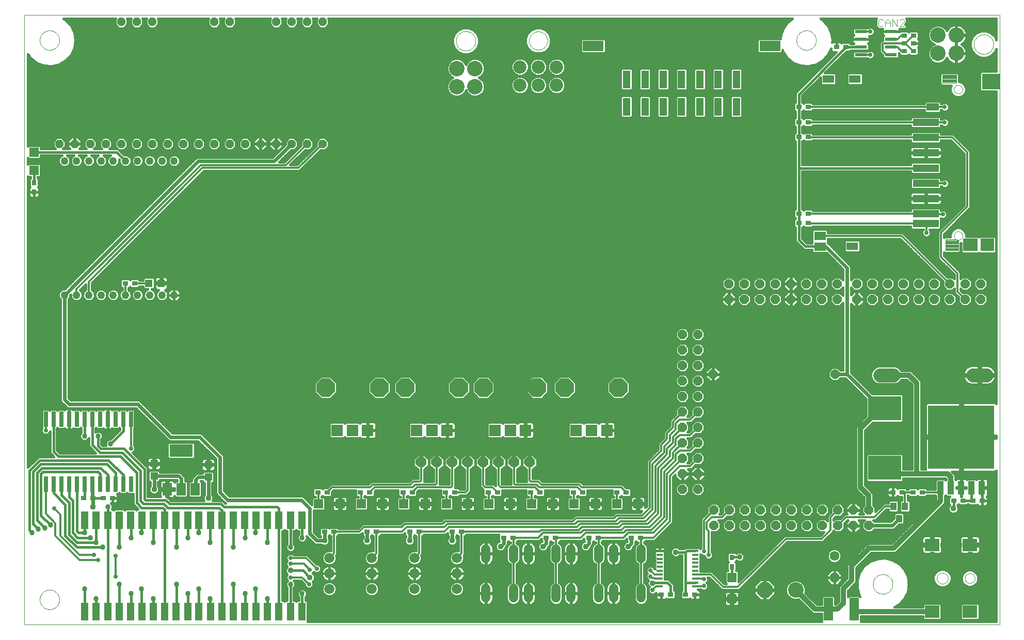
<source format=gtl>
G75*
G70*
%OFA0B0*%
%FSLAX24Y24*%
%IPPOS*%
%LPD*%
%AMOC8*
5,1,8,0,0,1.08239X$1,22.5*
%
%ADD10C,0.0000*%
%ADD11C,0.0040*%
%ADD12OC8,0.0591*%
%ADD13R,0.0866X0.0827*%
%ADD14R,0.0945X0.0827*%
%ADD15R,0.1142X0.1024*%
%ADD16R,0.0748X0.0512*%
%ADD17R,0.0768X0.0551*%
%ADD18R,0.1693X0.0472*%
%ADD19R,0.0787X0.0472*%
%ADD20R,0.0354X0.0315*%
%ADD21R,0.0591X0.0591*%
%ADD22R,0.0780X0.0210*%
%ADD23C,0.1000*%
%ADD24R,0.0315X0.0354*%
%ADD25R,0.0945X0.0787*%
%ADD26C,0.0600*%
%ADD27C,0.0660*%
%ADD28R,0.4252X0.4098*%
%ADD29R,0.0420X0.0850*%
%ADD30R,0.2126X0.1575*%
%ADD31OC8,0.0630*%
%ADD32C,0.0630*%
%ADD33C,0.0885*%
%ADD34OC8,0.1000*%
%ADD35R,0.0591X0.1457*%
%ADD36R,0.0472X0.1181*%
%ADD37R,0.0250X0.1000*%
%ADD38R,0.0590X0.0790*%
%ADD39R,0.1500X0.0790*%
%ADD40R,0.0512X0.0472*%
%ADD41OC8,0.0700*%
%ADD42OC8,0.0531*%
%ADD43C,0.0500*%
%ADD44R,0.0472X0.0512*%
%ADD45R,0.0740X0.0740*%
%ADD46OC8,0.1181*%
%ADD47R,0.0390X0.0120*%
%ADD48R,0.0394X0.0500*%
%ADD49R,0.0500X0.1150*%
%ADD50R,0.1350X0.0650*%
%ADD51C,0.0860*%
%ADD52C,0.0160*%
%ADD53C,0.0337*%
%ADD54C,0.0240*%
%ADD55C,0.0376*%
%ADD56C,0.0320*%
%ADD57C,0.0120*%
%ADD58C,0.0290*%
D10*
X000750Y000400D02*
X000750Y039770D01*
X063742Y039770D01*
X063742Y000400D01*
X000750Y000400D01*
X001745Y002025D02*
X001747Y002075D01*
X001753Y002125D01*
X001763Y002174D01*
X001777Y002222D01*
X001794Y002269D01*
X001815Y002314D01*
X001840Y002358D01*
X001868Y002399D01*
X001900Y002438D01*
X001934Y002475D01*
X001971Y002509D01*
X002011Y002539D01*
X002053Y002566D01*
X002097Y002590D01*
X002143Y002611D01*
X002190Y002627D01*
X002238Y002640D01*
X002288Y002649D01*
X002337Y002654D01*
X002388Y002655D01*
X002438Y002652D01*
X002487Y002645D01*
X002536Y002634D01*
X002584Y002619D01*
X002630Y002601D01*
X002675Y002579D01*
X002718Y002553D01*
X002759Y002524D01*
X002798Y002492D01*
X002834Y002457D01*
X002866Y002419D01*
X002896Y002379D01*
X002923Y002336D01*
X002946Y002292D01*
X002965Y002246D01*
X002981Y002198D01*
X002993Y002149D01*
X003001Y002100D01*
X003005Y002050D01*
X003005Y002000D01*
X003001Y001950D01*
X002993Y001901D01*
X002981Y001852D01*
X002965Y001804D01*
X002946Y001758D01*
X002923Y001714D01*
X002896Y001671D01*
X002866Y001631D01*
X002834Y001593D01*
X002798Y001558D01*
X002759Y001526D01*
X002718Y001497D01*
X002675Y001471D01*
X002630Y001449D01*
X002584Y001431D01*
X002536Y001416D01*
X002487Y001405D01*
X002438Y001398D01*
X002388Y001395D01*
X002337Y001396D01*
X002288Y001401D01*
X002238Y001410D01*
X002190Y001423D01*
X002143Y001439D01*
X002097Y001460D01*
X002053Y001484D01*
X002011Y001511D01*
X001971Y001541D01*
X001934Y001575D01*
X001900Y001612D01*
X001868Y001651D01*
X001840Y001692D01*
X001815Y001736D01*
X001794Y001781D01*
X001777Y001828D01*
X001763Y001876D01*
X001753Y001925D01*
X001747Y001975D01*
X001745Y002025D01*
X055558Y003025D02*
X055560Y003075D01*
X055566Y003125D01*
X055576Y003174D01*
X055590Y003222D01*
X055607Y003269D01*
X055628Y003314D01*
X055653Y003358D01*
X055681Y003399D01*
X055713Y003438D01*
X055747Y003475D01*
X055784Y003509D01*
X055824Y003539D01*
X055866Y003566D01*
X055910Y003590D01*
X055956Y003611D01*
X056003Y003627D01*
X056051Y003640D01*
X056101Y003649D01*
X056150Y003654D01*
X056201Y003655D01*
X056251Y003652D01*
X056300Y003645D01*
X056349Y003634D01*
X056397Y003619D01*
X056443Y003601D01*
X056488Y003579D01*
X056531Y003553D01*
X056572Y003524D01*
X056611Y003492D01*
X056647Y003457D01*
X056679Y003419D01*
X056709Y003379D01*
X056736Y003336D01*
X056759Y003292D01*
X056778Y003246D01*
X056794Y003198D01*
X056806Y003149D01*
X056814Y003100D01*
X056818Y003050D01*
X056818Y003000D01*
X056814Y002950D01*
X056806Y002901D01*
X056794Y002852D01*
X056778Y002804D01*
X056759Y002758D01*
X056736Y002714D01*
X056709Y002671D01*
X056679Y002631D01*
X056647Y002593D01*
X056611Y002558D01*
X056572Y002526D01*
X056531Y002497D01*
X056488Y002471D01*
X056443Y002449D01*
X056397Y002431D01*
X056349Y002416D01*
X056300Y002405D01*
X056251Y002398D01*
X056201Y002395D01*
X056150Y002396D01*
X056101Y002401D01*
X056051Y002410D01*
X056003Y002423D01*
X055956Y002439D01*
X055910Y002460D01*
X055866Y002484D01*
X055824Y002511D01*
X055784Y002541D01*
X055747Y002575D01*
X055713Y002612D01*
X055681Y002651D01*
X055653Y002692D01*
X055628Y002736D01*
X055607Y002781D01*
X055590Y002828D01*
X055576Y002876D01*
X055566Y002925D01*
X055560Y002975D01*
X055558Y003025D01*
X059687Y003400D02*
X059689Y003437D01*
X059695Y003474D01*
X059704Y003509D01*
X059718Y003544D01*
X059734Y003577D01*
X059755Y003608D01*
X059778Y003637D01*
X059804Y003663D01*
X059833Y003686D01*
X059864Y003707D01*
X059897Y003723D01*
X059932Y003737D01*
X059967Y003746D01*
X060004Y003752D01*
X060041Y003754D01*
X060078Y003752D01*
X060115Y003746D01*
X060150Y003737D01*
X060185Y003723D01*
X060218Y003707D01*
X060249Y003686D01*
X060278Y003663D01*
X060304Y003637D01*
X060327Y003608D01*
X060348Y003577D01*
X060364Y003544D01*
X060378Y003509D01*
X060387Y003474D01*
X060393Y003437D01*
X060395Y003400D01*
X060393Y003363D01*
X060387Y003326D01*
X060378Y003291D01*
X060364Y003256D01*
X060348Y003223D01*
X060327Y003192D01*
X060304Y003163D01*
X060278Y003137D01*
X060249Y003114D01*
X060218Y003093D01*
X060185Y003077D01*
X060150Y003063D01*
X060115Y003054D01*
X060078Y003048D01*
X060041Y003046D01*
X060004Y003048D01*
X059967Y003054D01*
X059932Y003063D01*
X059897Y003077D01*
X059864Y003093D01*
X059833Y003114D01*
X059804Y003137D01*
X059778Y003163D01*
X059755Y003192D01*
X059734Y003223D01*
X059718Y003256D01*
X059704Y003291D01*
X059695Y003326D01*
X059689Y003363D01*
X059687Y003400D01*
X061498Y003400D02*
X061500Y003435D01*
X061506Y003470D01*
X061516Y003504D01*
X061529Y003537D01*
X061546Y003568D01*
X061567Y003596D01*
X061590Y003623D01*
X061617Y003646D01*
X061645Y003667D01*
X061676Y003684D01*
X061709Y003697D01*
X061743Y003707D01*
X061778Y003713D01*
X061813Y003715D01*
X061848Y003713D01*
X061883Y003707D01*
X061917Y003697D01*
X061950Y003684D01*
X061981Y003667D01*
X062009Y003646D01*
X062036Y003623D01*
X062059Y003596D01*
X062080Y003568D01*
X062097Y003537D01*
X062110Y003504D01*
X062120Y003470D01*
X062126Y003435D01*
X062128Y003400D01*
X062126Y003365D01*
X062120Y003330D01*
X062110Y003296D01*
X062097Y003263D01*
X062080Y003232D01*
X062059Y003204D01*
X062036Y003177D01*
X062009Y003154D01*
X061981Y003133D01*
X061950Y003116D01*
X061917Y003103D01*
X061883Y003093D01*
X061848Y003087D01*
X061813Y003085D01*
X061778Y003087D01*
X061743Y003093D01*
X061709Y003103D01*
X061676Y003116D01*
X061645Y003133D01*
X061617Y003154D01*
X061590Y003177D01*
X061567Y003204D01*
X061546Y003232D01*
X061529Y003263D01*
X061516Y003296D01*
X061506Y003330D01*
X061500Y003365D01*
X061498Y003400D01*
X060787Y025527D02*
X060789Y025560D01*
X060795Y025592D01*
X060804Y025623D01*
X060817Y025653D01*
X060834Y025681D01*
X060854Y025707D01*
X060877Y025731D01*
X060902Y025751D01*
X060930Y025769D01*
X060959Y025783D01*
X060990Y025793D01*
X061022Y025800D01*
X061055Y025803D01*
X061088Y025802D01*
X061120Y025797D01*
X061151Y025788D01*
X061182Y025776D01*
X061210Y025760D01*
X061237Y025741D01*
X061261Y025719D01*
X061282Y025694D01*
X061301Y025667D01*
X061316Y025638D01*
X061327Y025608D01*
X061335Y025576D01*
X061339Y025543D01*
X061339Y025511D01*
X061335Y025478D01*
X061327Y025446D01*
X061316Y025416D01*
X061301Y025387D01*
X061282Y025360D01*
X061261Y025335D01*
X061237Y025313D01*
X061210Y025294D01*
X061182Y025278D01*
X061151Y025266D01*
X061120Y025257D01*
X061088Y025252D01*
X061055Y025251D01*
X061022Y025254D01*
X060990Y025261D01*
X060959Y025271D01*
X060930Y025285D01*
X060902Y025303D01*
X060877Y025323D01*
X060854Y025347D01*
X060834Y025373D01*
X060817Y025401D01*
X060804Y025431D01*
X060795Y025462D01*
X060789Y025494D01*
X060787Y025527D01*
X060787Y034976D02*
X060789Y035009D01*
X060795Y035041D01*
X060804Y035072D01*
X060817Y035102D01*
X060834Y035130D01*
X060854Y035156D01*
X060877Y035180D01*
X060902Y035200D01*
X060930Y035218D01*
X060959Y035232D01*
X060990Y035242D01*
X061022Y035249D01*
X061055Y035252D01*
X061088Y035251D01*
X061120Y035246D01*
X061151Y035237D01*
X061182Y035225D01*
X061210Y035209D01*
X061237Y035190D01*
X061261Y035168D01*
X061282Y035143D01*
X061301Y035116D01*
X061316Y035087D01*
X061327Y035057D01*
X061335Y035025D01*
X061339Y034992D01*
X061339Y034960D01*
X061335Y034927D01*
X061327Y034895D01*
X061316Y034865D01*
X061301Y034836D01*
X061282Y034809D01*
X061261Y034784D01*
X061237Y034762D01*
X061210Y034743D01*
X061182Y034727D01*
X061151Y034715D01*
X061120Y034706D01*
X061088Y034701D01*
X061055Y034700D01*
X061022Y034703D01*
X060990Y034710D01*
X060959Y034720D01*
X060930Y034734D01*
X060902Y034752D01*
X060877Y034772D01*
X060854Y034796D01*
X060834Y034822D01*
X060817Y034850D01*
X060804Y034880D01*
X060795Y034911D01*
X060789Y034943D01*
X060787Y034976D01*
X062073Y037891D02*
X062075Y037941D01*
X062081Y037991D01*
X062091Y038040D01*
X062105Y038088D01*
X062122Y038135D01*
X062143Y038180D01*
X062168Y038224D01*
X062196Y038265D01*
X062228Y038304D01*
X062262Y038341D01*
X062299Y038375D01*
X062339Y038405D01*
X062381Y038432D01*
X062425Y038456D01*
X062471Y038477D01*
X062518Y038493D01*
X062566Y038506D01*
X062616Y038515D01*
X062665Y038520D01*
X062716Y038521D01*
X062766Y038518D01*
X062815Y038511D01*
X062864Y038500D01*
X062912Y038485D01*
X062958Y038467D01*
X063003Y038445D01*
X063046Y038419D01*
X063087Y038390D01*
X063126Y038358D01*
X063162Y038323D01*
X063194Y038285D01*
X063224Y038245D01*
X063251Y038202D01*
X063274Y038158D01*
X063293Y038112D01*
X063309Y038064D01*
X063321Y038015D01*
X063329Y037966D01*
X063333Y037916D01*
X063333Y037866D01*
X063329Y037816D01*
X063321Y037767D01*
X063309Y037718D01*
X063293Y037670D01*
X063274Y037624D01*
X063251Y037580D01*
X063224Y037537D01*
X063194Y037497D01*
X063162Y037459D01*
X063126Y037424D01*
X063087Y037392D01*
X063046Y037363D01*
X063003Y037337D01*
X062958Y037315D01*
X062912Y037297D01*
X062864Y037282D01*
X062815Y037271D01*
X062766Y037264D01*
X062716Y037261D01*
X062665Y037262D01*
X062616Y037267D01*
X062566Y037276D01*
X062518Y037289D01*
X062471Y037305D01*
X062425Y037326D01*
X062381Y037350D01*
X062339Y037377D01*
X062299Y037407D01*
X062262Y037441D01*
X062228Y037478D01*
X062196Y037517D01*
X062168Y037558D01*
X062143Y037602D01*
X062122Y037647D01*
X062105Y037694D01*
X062091Y037742D01*
X062081Y037791D01*
X062075Y037841D01*
X062073Y037891D01*
X050620Y038150D02*
X050622Y038200D01*
X050628Y038250D01*
X050638Y038299D01*
X050652Y038347D01*
X050669Y038394D01*
X050690Y038439D01*
X050715Y038483D01*
X050743Y038524D01*
X050775Y038563D01*
X050809Y038600D01*
X050846Y038634D01*
X050886Y038664D01*
X050928Y038691D01*
X050972Y038715D01*
X051018Y038736D01*
X051065Y038752D01*
X051113Y038765D01*
X051163Y038774D01*
X051212Y038779D01*
X051263Y038780D01*
X051313Y038777D01*
X051362Y038770D01*
X051411Y038759D01*
X051459Y038744D01*
X051505Y038726D01*
X051550Y038704D01*
X051593Y038678D01*
X051634Y038649D01*
X051673Y038617D01*
X051709Y038582D01*
X051741Y038544D01*
X051771Y038504D01*
X051798Y038461D01*
X051821Y038417D01*
X051840Y038371D01*
X051856Y038323D01*
X051868Y038274D01*
X051876Y038225D01*
X051880Y038175D01*
X051880Y038125D01*
X051876Y038075D01*
X051868Y038026D01*
X051856Y037977D01*
X051840Y037929D01*
X051821Y037883D01*
X051798Y037839D01*
X051771Y037796D01*
X051741Y037756D01*
X051709Y037718D01*
X051673Y037683D01*
X051634Y037651D01*
X051593Y037622D01*
X051550Y037596D01*
X051505Y037574D01*
X051459Y037556D01*
X051411Y037541D01*
X051362Y037530D01*
X051313Y037523D01*
X051263Y037520D01*
X051212Y037521D01*
X051163Y037526D01*
X051113Y037535D01*
X051065Y037548D01*
X051018Y037564D01*
X050972Y037585D01*
X050928Y037609D01*
X050886Y037636D01*
X050846Y037666D01*
X050809Y037700D01*
X050775Y037737D01*
X050743Y037776D01*
X050715Y037817D01*
X050690Y037861D01*
X050669Y037906D01*
X050652Y037953D01*
X050638Y038001D01*
X050628Y038050D01*
X050622Y038100D01*
X050620Y038150D01*
X033347Y038121D02*
X033349Y038169D01*
X033355Y038217D01*
X033365Y038264D01*
X033378Y038310D01*
X033396Y038355D01*
X033416Y038399D01*
X033441Y038441D01*
X033469Y038480D01*
X033499Y038517D01*
X033533Y038551D01*
X033570Y038583D01*
X033608Y038612D01*
X033649Y038637D01*
X033692Y038659D01*
X033737Y038677D01*
X033783Y038691D01*
X033830Y038702D01*
X033878Y038709D01*
X033926Y038712D01*
X033974Y038711D01*
X034022Y038706D01*
X034070Y038697D01*
X034116Y038685D01*
X034161Y038668D01*
X034205Y038648D01*
X034247Y038625D01*
X034287Y038598D01*
X034325Y038568D01*
X034360Y038535D01*
X034392Y038499D01*
X034422Y038461D01*
X034448Y038420D01*
X034470Y038377D01*
X034490Y038333D01*
X034505Y038288D01*
X034517Y038241D01*
X034525Y038193D01*
X034529Y038145D01*
X034529Y038097D01*
X034525Y038049D01*
X034517Y038001D01*
X034505Y037954D01*
X034490Y037909D01*
X034470Y037865D01*
X034448Y037822D01*
X034422Y037781D01*
X034392Y037743D01*
X034360Y037707D01*
X034325Y037674D01*
X034287Y037644D01*
X034247Y037617D01*
X034205Y037594D01*
X034161Y037574D01*
X034116Y037557D01*
X034070Y037545D01*
X034022Y037536D01*
X033974Y037531D01*
X033926Y037530D01*
X033878Y037533D01*
X033830Y037540D01*
X033783Y037551D01*
X033737Y037565D01*
X033692Y037583D01*
X033649Y037605D01*
X033608Y037630D01*
X033570Y037659D01*
X033533Y037691D01*
X033499Y037725D01*
X033469Y037762D01*
X033441Y037801D01*
X033416Y037843D01*
X033396Y037887D01*
X033378Y037932D01*
X033365Y037978D01*
X033355Y038025D01*
X033349Y038073D01*
X033347Y038121D01*
X028629Y038103D02*
X028631Y038153D01*
X028637Y038203D01*
X028647Y038252D01*
X028661Y038300D01*
X028678Y038347D01*
X028699Y038392D01*
X028724Y038436D01*
X028752Y038477D01*
X028784Y038516D01*
X028818Y038553D01*
X028855Y038587D01*
X028895Y038617D01*
X028937Y038644D01*
X028981Y038668D01*
X029027Y038689D01*
X029074Y038705D01*
X029122Y038718D01*
X029172Y038727D01*
X029221Y038732D01*
X029272Y038733D01*
X029322Y038730D01*
X029371Y038723D01*
X029420Y038712D01*
X029468Y038697D01*
X029514Y038679D01*
X029559Y038657D01*
X029602Y038631D01*
X029643Y038602D01*
X029682Y038570D01*
X029718Y038535D01*
X029750Y038497D01*
X029780Y038457D01*
X029807Y038414D01*
X029830Y038370D01*
X029849Y038324D01*
X029865Y038276D01*
X029877Y038227D01*
X029885Y038178D01*
X029889Y038128D01*
X029889Y038078D01*
X029885Y038028D01*
X029877Y037979D01*
X029865Y037930D01*
X029849Y037882D01*
X029830Y037836D01*
X029807Y037792D01*
X029780Y037749D01*
X029750Y037709D01*
X029718Y037671D01*
X029682Y037636D01*
X029643Y037604D01*
X029602Y037575D01*
X029559Y037549D01*
X029514Y037527D01*
X029468Y037509D01*
X029420Y037494D01*
X029371Y037483D01*
X029322Y037476D01*
X029272Y037473D01*
X029221Y037474D01*
X029172Y037479D01*
X029122Y037488D01*
X029074Y037501D01*
X029027Y037517D01*
X028981Y037538D01*
X028937Y037562D01*
X028895Y037589D01*
X028855Y037619D01*
X028818Y037653D01*
X028784Y037690D01*
X028752Y037729D01*
X028724Y037770D01*
X028699Y037814D01*
X028678Y037859D01*
X028661Y037906D01*
X028647Y037954D01*
X028637Y038003D01*
X028631Y038053D01*
X028629Y038103D01*
X001745Y038150D02*
X001747Y038200D01*
X001753Y038250D01*
X001763Y038299D01*
X001777Y038347D01*
X001794Y038394D01*
X001815Y038439D01*
X001840Y038483D01*
X001868Y038524D01*
X001900Y038563D01*
X001934Y038600D01*
X001971Y038634D01*
X002011Y038664D01*
X002053Y038691D01*
X002097Y038715D01*
X002143Y038736D01*
X002190Y038752D01*
X002238Y038765D01*
X002288Y038774D01*
X002337Y038779D01*
X002388Y038780D01*
X002438Y038777D01*
X002487Y038770D01*
X002536Y038759D01*
X002584Y038744D01*
X002630Y038726D01*
X002675Y038704D01*
X002718Y038678D01*
X002759Y038649D01*
X002798Y038617D01*
X002834Y038582D01*
X002866Y038544D01*
X002896Y038504D01*
X002923Y038461D01*
X002946Y038417D01*
X002965Y038371D01*
X002981Y038323D01*
X002993Y038274D01*
X003001Y038225D01*
X003005Y038175D01*
X003005Y038125D01*
X003001Y038075D01*
X002993Y038026D01*
X002981Y037977D01*
X002965Y037929D01*
X002946Y037883D01*
X002923Y037839D01*
X002896Y037796D01*
X002866Y037756D01*
X002834Y037718D01*
X002798Y037683D01*
X002759Y037651D01*
X002718Y037622D01*
X002675Y037596D01*
X002630Y037574D01*
X002584Y037556D01*
X002536Y037541D01*
X002487Y037530D01*
X002438Y037523D01*
X002388Y037520D01*
X002337Y037521D01*
X002288Y037526D01*
X002238Y037535D01*
X002190Y037548D01*
X002143Y037564D01*
X002097Y037585D01*
X002053Y037609D01*
X002011Y037636D01*
X001971Y037666D01*
X001934Y037700D01*
X001900Y037737D01*
X001868Y037776D01*
X001840Y037817D01*
X001815Y037861D01*
X001794Y037906D01*
X001777Y037953D01*
X001763Y038001D01*
X001753Y038050D01*
X001747Y038100D01*
X001745Y038150D01*
D11*
X055895Y039122D02*
X055972Y039045D01*
X056125Y039045D01*
X056202Y039122D01*
X056355Y039045D02*
X056355Y039352D01*
X056509Y039505D01*
X056662Y039352D01*
X056662Y039045D01*
X056816Y039045D02*
X056816Y039505D01*
X057123Y039045D01*
X057123Y039505D01*
X057276Y039429D02*
X057353Y039505D01*
X057506Y039505D01*
X057583Y039429D01*
X057583Y039352D01*
X057276Y039045D01*
X057583Y039045D01*
X056662Y039275D02*
X056355Y039275D01*
X056202Y039429D02*
X056125Y039505D01*
X055972Y039505D01*
X055895Y039429D01*
X055895Y039122D01*
X060039Y035901D02*
X060944Y035901D01*
X060944Y035390D01*
X060039Y035390D01*
X060039Y035901D01*
X060039Y035897D02*
X060944Y035897D01*
X060944Y035859D02*
X060039Y035859D01*
X060039Y035820D02*
X060944Y035820D01*
X060944Y035782D02*
X060039Y035782D01*
X060039Y035743D02*
X060944Y035743D01*
X060944Y035705D02*
X060039Y035705D01*
X060039Y035666D02*
X060944Y035666D01*
X060944Y035628D02*
X060039Y035628D01*
X060039Y035589D02*
X060944Y035589D01*
X060944Y035551D02*
X060039Y035551D01*
X060039Y035512D02*
X060944Y035512D01*
X060944Y035474D02*
X060039Y035474D01*
X060039Y035435D02*
X060944Y035435D01*
X060944Y035397D02*
X060039Y035397D01*
X060236Y025281D02*
X060846Y025281D01*
X060994Y025203D01*
X061063Y025203D01*
X061063Y024592D01*
X060236Y024592D01*
X060236Y025281D01*
X060236Y025271D02*
X060865Y025271D01*
X060937Y025233D02*
X060236Y025233D01*
X060236Y025194D02*
X061063Y025194D01*
X061063Y025156D02*
X060236Y025156D01*
X060236Y025117D02*
X061063Y025117D01*
X061063Y025079D02*
X060236Y025079D01*
X060236Y025040D02*
X061063Y025040D01*
X061063Y025002D02*
X060236Y025002D01*
X060236Y024963D02*
X061063Y024963D01*
X061063Y024925D02*
X060236Y024925D01*
X060236Y024886D02*
X061063Y024886D01*
X061063Y024848D02*
X060236Y024848D01*
X060236Y024809D02*
X061063Y024809D01*
X061063Y024771D02*
X060236Y024771D01*
X060236Y024732D02*
X061063Y024732D01*
X061063Y024694D02*
X060236Y024694D01*
X060236Y024655D02*
X061063Y024655D01*
X061063Y024617D02*
X060236Y024617D01*
D12*
X060500Y022425D03*
X061500Y022425D03*
X061500Y021425D03*
X060500Y021425D03*
X059500Y021425D03*
X058500Y021425D03*
X058500Y022425D03*
X059500Y022425D03*
X057500Y022425D03*
X056500Y022425D03*
X056500Y021425D03*
X057500Y021425D03*
X055500Y021425D03*
X054500Y021425D03*
X054500Y022425D03*
X055500Y022425D03*
X053244Y022427D03*
X052244Y022427D03*
X051244Y022427D03*
X050244Y022427D03*
X049244Y022427D03*
X048244Y022427D03*
X047244Y022427D03*
X046244Y022427D03*
X046244Y021427D03*
X047244Y021427D03*
X048244Y021427D03*
X049244Y021427D03*
X050244Y021427D03*
X051244Y021427D03*
X052244Y021427D03*
X053244Y021427D03*
X053097Y016575D03*
X045223Y016575D03*
X044250Y016150D03*
X044250Y015150D03*
X043250Y015150D03*
X043250Y016150D03*
X043250Y017150D03*
X044250Y017150D03*
X044250Y018150D03*
X044250Y019150D03*
X043250Y019150D03*
X043250Y018150D03*
X043250Y014150D03*
X043250Y013150D03*
X044250Y013150D03*
X044250Y014150D03*
X044250Y012150D03*
X044250Y011150D03*
X043250Y011150D03*
X043250Y012150D03*
X043250Y010150D03*
X043250Y009150D03*
X044250Y009150D03*
X044250Y010150D03*
X045288Y007813D03*
X046288Y007813D03*
X047288Y007813D03*
X048288Y007813D03*
X049288Y007813D03*
X050288Y007813D03*
X051288Y007813D03*
X052288Y007813D03*
X053288Y007813D03*
X054288Y007813D03*
X055288Y007813D03*
X055288Y006813D03*
X054288Y006813D03*
X053288Y006813D03*
X052288Y006813D03*
X051288Y006813D03*
X050288Y006813D03*
X049288Y006813D03*
X048288Y006813D03*
X047288Y006813D03*
X046288Y006813D03*
X045288Y006813D03*
X062500Y021425D03*
X062500Y022425D03*
D13*
X062933Y024937D03*
D14*
X061850Y024937D03*
D15*
X063169Y035488D03*
D16*
X054389Y035646D03*
X052677Y035646D03*
X054212Y024858D03*
D17*
X052125Y024819D03*
X052125Y025527D03*
D18*
X058966Y026305D03*
X058966Y026945D03*
X058966Y027929D03*
X058966Y028913D03*
X058966Y029898D03*
X058966Y030882D03*
X058966Y031866D03*
X058966Y032850D03*
D19*
X059419Y033835D03*
D20*
X058175Y037463D03*
X058175Y037963D03*
X057575Y037963D03*
X057575Y037463D03*
X057575Y038463D03*
X058175Y038463D03*
X053800Y037713D03*
X053200Y037713D03*
X051363Y033838D03*
X050763Y033838D03*
X050763Y032838D03*
X051363Y032838D03*
X051363Y031900D03*
X050763Y031900D03*
X050763Y026963D03*
X051363Y026963D03*
X051363Y026338D03*
X050763Y026338D03*
X056825Y008963D03*
X057425Y008963D03*
X058138Y008963D03*
X058738Y008963D03*
X060763Y008400D03*
X061363Y008400D03*
X062013Y008400D03*
X062613Y008400D03*
X044050Y002338D03*
X043450Y002338D03*
X042488Y002338D03*
X041888Y002338D03*
X040550Y006025D03*
X039950Y006025D03*
X037800Y006025D03*
X037200Y006025D03*
X035050Y006025D03*
X034450Y006025D03*
X032300Y006025D03*
X031700Y006025D03*
X028988Y006400D03*
X028388Y006400D03*
X026238Y006400D03*
X025638Y006400D03*
X023488Y006400D03*
X022888Y006400D03*
X020738Y006400D03*
X020138Y006400D03*
X020300Y008963D03*
X019700Y008963D03*
X022450Y008963D03*
X023050Y008963D03*
X025200Y008963D03*
X025800Y008963D03*
X027950Y008963D03*
X028550Y008963D03*
X030700Y008963D03*
X031300Y008963D03*
X033450Y008963D03*
X034050Y008963D03*
X036200Y008963D03*
X036800Y008963D03*
X039013Y008963D03*
X039613Y008963D03*
X007863Y022463D03*
X007263Y022463D03*
X006425Y008588D03*
X005825Y008588D03*
X005175Y008588D03*
X004575Y008588D03*
D21*
X019749Y008213D03*
X021126Y008213D03*
X022499Y008213D03*
X023876Y008213D03*
X025249Y008213D03*
X026626Y008213D03*
X027999Y008213D03*
X029376Y008213D03*
X030749Y008213D03*
X032126Y008213D03*
X033499Y008213D03*
X034876Y008213D03*
X036249Y008213D03*
X037626Y008213D03*
X038999Y008213D03*
X040376Y008213D03*
X046438Y003464D03*
X046438Y002086D03*
X001375Y029749D03*
X001375Y030926D03*
D22*
X054780Y037213D03*
X054780Y037713D03*
X054780Y038213D03*
X054780Y038713D03*
X056720Y038713D03*
X056720Y038213D03*
X056720Y037713D03*
X056720Y037213D03*
D23*
X059750Y037300D03*
X060931Y037300D03*
X060931Y038481D03*
X059750Y038481D03*
X029850Y036331D03*
X028669Y036331D03*
X028669Y035150D03*
X029850Y035150D03*
X050563Y002650D03*
D24*
X046438Y004163D03*
X046438Y004763D03*
X001375Y028350D03*
X001375Y028950D03*
D25*
X059372Y005565D03*
X061813Y005565D03*
X061813Y001235D03*
X059372Y001235D03*
D26*
X040578Y002133D02*
X040578Y002733D01*
X038798Y002733D02*
X038798Y002133D01*
X037828Y002133D02*
X037828Y002733D01*
X036048Y002733D02*
X036048Y002133D01*
X035078Y002133D02*
X035078Y002733D01*
X033298Y002733D02*
X033298Y002133D01*
X032328Y002133D02*
X032328Y002733D01*
X030548Y002733D02*
X030548Y002133D01*
X030548Y004693D02*
X030548Y005293D01*
X032328Y005293D02*
X032328Y004693D01*
X033298Y004693D02*
X033298Y005293D01*
X035078Y005293D02*
X035078Y004693D01*
X036048Y004693D02*
X036048Y005293D01*
X037828Y005293D02*
X037828Y004693D01*
X038798Y004693D02*
X038798Y005293D01*
X040578Y005293D02*
X040578Y004693D01*
D27*
X028688Y004713D03*
X028688Y003713D03*
X028688Y002713D03*
X025938Y002713D03*
X025938Y003713D03*
X025938Y004713D03*
X023188Y004713D03*
X023188Y003713D03*
X023188Y002713D03*
X020438Y002713D03*
X020438Y003713D03*
X020438Y004713D03*
D28*
X061250Y012525D03*
D29*
X061250Y009245D03*
X060580Y009245D03*
X059910Y009245D03*
X061920Y009245D03*
X062590Y009245D03*
D30*
X056313Y010533D03*
X056313Y014392D03*
D31*
X053063Y003450D03*
D32*
X053063Y004850D03*
D33*
X055995Y016525D02*
X056880Y016525D01*
X061995Y016525D02*
X062880Y016525D01*
D34*
X048563Y002650D03*
D35*
X052673Y001400D03*
X054327Y001400D03*
D36*
X018668Y001260D03*
X017928Y001260D03*
X017188Y001260D03*
X016447Y001260D03*
X015707Y001260D03*
X014980Y001260D03*
X014240Y001260D03*
X013500Y001260D03*
X012760Y001260D03*
X012020Y001260D03*
X011293Y001260D03*
X010553Y001260D03*
X009813Y001260D03*
X009072Y001260D03*
X008332Y001260D03*
X007605Y001260D03*
X006865Y001260D03*
X006125Y001260D03*
X005385Y001260D03*
X004645Y001260D03*
X004645Y007165D03*
X005385Y007165D03*
X006125Y007165D03*
X006865Y007165D03*
X007605Y007165D03*
X008332Y007165D03*
X009072Y007165D03*
X009813Y007165D03*
X010553Y007165D03*
X011293Y007165D03*
X012020Y007165D03*
X012760Y007165D03*
X013500Y007165D03*
X014240Y007165D03*
X014980Y007165D03*
X015707Y007165D03*
X016447Y007165D03*
X017188Y007165D03*
X017928Y007165D03*
X018668Y007165D03*
D37*
X007625Y009491D03*
X007125Y009491D03*
X006625Y009491D03*
X006125Y009491D03*
X005625Y009491D03*
X005125Y009491D03*
X004625Y009491D03*
X004125Y009491D03*
X003625Y009491D03*
X003125Y009491D03*
X002625Y009491D03*
X002125Y009491D03*
X002125Y013684D03*
X002625Y013684D03*
X003125Y013684D03*
X003625Y013684D03*
X004125Y013684D03*
X004625Y013684D03*
X005125Y013684D03*
X005625Y013684D03*
X006125Y013684D03*
X006625Y013684D03*
X007125Y013684D03*
X007625Y013684D03*
D38*
X009985Y009160D03*
X010885Y009160D03*
X011785Y009160D03*
D39*
X010875Y011640D03*
D40*
X012625Y010738D03*
X012625Y009938D03*
X009125Y010000D03*
X009125Y010800D03*
D41*
X026375Y010900D03*
X027375Y010900D03*
X028375Y010900D03*
X029375Y010900D03*
X030375Y010900D03*
X031375Y010900D03*
X032375Y010900D03*
X033375Y010900D03*
D42*
X020000Y031463D03*
X019000Y031463D03*
X018000Y031463D03*
X017000Y031463D03*
X016000Y031463D03*
X015000Y031463D03*
X014000Y031463D03*
X013000Y031463D03*
X012000Y031463D03*
X011000Y031463D03*
X010000Y031463D03*
X009000Y031463D03*
X008000Y031463D03*
X007000Y031463D03*
X006000Y031463D03*
X005000Y031463D03*
X004000Y031463D03*
X003000Y031463D03*
X007000Y039338D03*
X008000Y039338D03*
X009000Y039338D03*
X013000Y039338D03*
X014000Y039338D03*
X017000Y039338D03*
X018000Y039338D03*
X019000Y039338D03*
X020000Y039338D03*
D43*
X010418Y030356D03*
X009631Y030356D03*
X008844Y030356D03*
X008056Y030356D03*
X007269Y030356D03*
X006481Y030356D03*
X005694Y030356D03*
X004906Y030356D03*
X004119Y030356D03*
X003332Y030356D03*
X003332Y021694D03*
X004119Y021694D03*
X004906Y021694D03*
X005694Y021694D03*
X006481Y021694D03*
X007269Y021694D03*
X008056Y021694D03*
X008844Y021694D03*
X009631Y021694D03*
X010418Y021694D03*
D44*
X009588Y022463D03*
X008788Y022463D03*
D45*
X020953Y012957D03*
X021938Y012957D03*
X022922Y012957D03*
X026078Y012957D03*
X027063Y012957D03*
X028047Y012957D03*
X031141Y012957D03*
X032125Y012957D03*
X033109Y012957D03*
X036391Y012957D03*
X037375Y012957D03*
X038359Y012957D03*
D46*
X039107Y015713D03*
X035643Y015713D03*
X033857Y015713D03*
X030393Y015713D03*
X028795Y015713D03*
X025330Y015713D03*
X023670Y015713D03*
X020205Y015713D03*
D47*
X041789Y005177D03*
X041789Y004921D03*
X041789Y004665D03*
X041789Y004409D03*
X041789Y004153D03*
X041789Y003897D03*
X041789Y003641D03*
X041789Y003385D03*
X041789Y003129D03*
X041789Y002873D03*
X044086Y002873D03*
X044086Y003129D03*
X044086Y003385D03*
X044086Y003641D03*
X044086Y003897D03*
X044086Y004153D03*
X044086Y004409D03*
X044086Y004665D03*
X044086Y004921D03*
X044086Y005177D03*
D48*
X056876Y008044D03*
X057624Y008044D03*
X057250Y007256D03*
D49*
X046731Y033853D03*
X045550Y033853D03*
X044369Y033853D03*
X043188Y033853D03*
X042006Y033853D03*
X040825Y033853D03*
X039644Y033853D03*
X039644Y035625D03*
X040825Y035625D03*
X042006Y035625D03*
X043188Y035625D03*
X044369Y035625D03*
X045550Y035625D03*
X046731Y035625D03*
D50*
X048896Y037790D03*
X037479Y037790D03*
D51*
X035119Y036428D03*
X033938Y036428D03*
X032756Y036428D03*
X032756Y035247D03*
X033938Y035247D03*
X035119Y035247D03*
D52*
X035689Y035270D02*
X039254Y035270D01*
X039254Y035112D02*
X035679Y035112D01*
X035689Y035134D02*
X035602Y034924D01*
X035441Y034764D01*
X035232Y034677D01*
X035005Y034677D01*
X034796Y034764D01*
X034635Y034924D01*
X034549Y035134D01*
X034549Y035360D01*
X034635Y035570D01*
X034796Y035730D01*
X035005Y035817D01*
X035232Y035817D01*
X035441Y035730D01*
X035602Y035570D01*
X035689Y035360D01*
X035689Y035134D01*
X035614Y034953D02*
X039293Y034953D01*
X039254Y034992D02*
X039336Y034910D01*
X039952Y034910D01*
X040034Y034992D01*
X040034Y036258D01*
X039952Y036340D01*
X039336Y036340D01*
X039254Y036258D01*
X039254Y034992D01*
X039336Y034568D02*
X039254Y034486D01*
X039254Y033220D01*
X039336Y033138D01*
X039952Y033138D01*
X040034Y033220D01*
X040034Y034486D01*
X039952Y034568D01*
X039336Y034568D01*
X039254Y034478D02*
X000980Y034478D01*
X000980Y034636D02*
X028278Y034636D01*
X028306Y034607D02*
X028541Y034510D01*
X028796Y034510D01*
X029031Y034607D01*
X029211Y034787D01*
X029259Y034903D01*
X029307Y034787D01*
X029487Y034607D01*
X029723Y034510D01*
X029977Y034510D01*
X030212Y034607D01*
X030392Y034787D01*
X030490Y035023D01*
X030490Y035277D01*
X030392Y035513D01*
X030212Y035693D01*
X030097Y035741D01*
X030212Y035789D01*
X030392Y035969D01*
X030490Y036204D01*
X030490Y036458D01*
X030392Y036694D01*
X030212Y036874D01*
X029977Y036971D01*
X029723Y036971D01*
X029487Y036874D01*
X029307Y036694D01*
X029259Y036578D01*
X029211Y036694D01*
X029031Y036874D01*
X028796Y036971D01*
X028541Y036971D01*
X028306Y036874D01*
X028126Y036694D01*
X028029Y036458D01*
X028029Y036204D01*
X028126Y035969D01*
X028306Y035789D01*
X028422Y035741D01*
X028306Y035693D01*
X028126Y035513D01*
X028029Y035277D01*
X028029Y035023D01*
X028126Y034787D01*
X028306Y034607D01*
X028123Y034795D02*
X000980Y034795D01*
X000980Y034953D02*
X028058Y034953D01*
X028029Y035112D02*
X000980Y035112D01*
X000980Y035270D02*
X028029Y035270D01*
X028091Y035429D02*
X000980Y035429D01*
X000980Y035587D02*
X028201Y035587D01*
X028410Y035746D02*
X000980Y035746D01*
X000980Y035904D02*
X028191Y035904D01*
X028087Y036063D02*
X000980Y036063D01*
X000980Y036221D02*
X028029Y036221D01*
X028029Y036380D02*
X000980Y036380D01*
X000980Y036538D02*
X001935Y036538D01*
X002001Y036512D02*
X002001Y036512D01*
X001535Y036695D01*
X001535Y036695D01*
X001143Y037007D01*
X001143Y037007D01*
X001143Y037007D01*
X000980Y037247D01*
X000980Y031320D01*
X001022Y031362D01*
X001728Y031362D01*
X001810Y031280D01*
X001810Y031146D01*
X002742Y031146D01*
X002594Y031294D01*
X002594Y031631D01*
X002832Y031868D01*
X003168Y031868D01*
X003406Y031631D01*
X003406Y031294D01*
X003258Y031146D01*
X003686Y031146D01*
X003554Y031278D01*
X003554Y031454D01*
X003991Y031454D01*
X003991Y031471D01*
X003554Y031471D01*
X003554Y031647D01*
X003815Y031908D01*
X003991Y031908D01*
X003991Y031471D01*
X004009Y031471D01*
X004446Y031471D01*
X004446Y031647D01*
X004185Y031908D01*
X004009Y031908D01*
X004009Y031471D01*
X004009Y031454D01*
X004446Y031454D01*
X004446Y031278D01*
X004314Y031146D01*
X004742Y031146D01*
X004594Y031294D01*
X004594Y031631D01*
X004832Y031868D01*
X005168Y031868D01*
X005406Y031631D01*
X005406Y031294D01*
X005258Y031146D01*
X005742Y031146D01*
X005594Y031294D01*
X005594Y031631D01*
X005832Y031868D01*
X006168Y031868D01*
X006406Y031631D01*
X006406Y031294D01*
X006258Y031146D01*
X006742Y031146D01*
X006594Y031294D01*
X006594Y031631D01*
X006832Y031868D01*
X007168Y031868D01*
X007406Y031631D01*
X007406Y031294D01*
X007168Y031057D01*
X006879Y031057D01*
X007190Y030745D01*
X007191Y030746D01*
X007346Y030746D01*
X007490Y030686D01*
X007599Y030577D01*
X007659Y030433D01*
X007659Y030278D01*
X007599Y030135D01*
X007490Y030025D01*
X007346Y029966D01*
X007191Y029966D01*
X007048Y030025D01*
X006938Y030135D01*
X006879Y030278D01*
X006879Y030433D01*
X006879Y030434D01*
X006865Y030448D01*
X006871Y030433D01*
X006871Y030278D01*
X006812Y030135D01*
X006702Y030025D01*
X006559Y029966D01*
X006404Y029966D01*
X006260Y030025D01*
X006151Y030135D01*
X006091Y030278D01*
X006091Y030433D01*
X006151Y030577D01*
X006260Y030686D01*
X006309Y030706D01*
X005866Y030706D01*
X005915Y030686D01*
X006025Y030577D01*
X006084Y030433D01*
X006084Y030278D01*
X006025Y030135D01*
X005915Y030025D01*
X005771Y029966D01*
X005616Y029966D01*
X005473Y030025D01*
X005363Y030135D01*
X005304Y030278D01*
X005304Y030433D01*
X005363Y030577D01*
X005473Y030686D01*
X005522Y030706D01*
X005079Y030706D01*
X005127Y030686D01*
X005237Y030577D01*
X005296Y030433D01*
X005296Y030278D01*
X005237Y030135D01*
X005127Y030025D01*
X004984Y029966D01*
X004829Y029966D01*
X004686Y030025D01*
X004576Y030135D01*
X004516Y030278D01*
X004516Y030433D01*
X004576Y030577D01*
X004686Y030686D01*
X004734Y030706D01*
X004291Y030706D01*
X004340Y030686D01*
X004450Y030577D01*
X004509Y030433D01*
X004509Y030278D01*
X004450Y030135D01*
X004340Y030025D01*
X004197Y029966D01*
X004042Y029966D01*
X003898Y030025D01*
X003788Y030135D01*
X003729Y030278D01*
X003729Y030433D01*
X003788Y030577D01*
X003898Y030686D01*
X003947Y030706D01*
X003504Y030706D01*
X003553Y030686D01*
X003662Y030577D01*
X003722Y030433D01*
X003722Y030278D01*
X003662Y030135D01*
X003553Y030025D01*
X003409Y029966D01*
X003254Y029966D01*
X003111Y030025D01*
X003001Y030135D01*
X002942Y030278D01*
X002942Y030433D01*
X003001Y030577D01*
X003111Y030686D01*
X003159Y030706D01*
X001810Y030706D01*
X001810Y030573D01*
X001728Y030491D01*
X001022Y030491D01*
X000980Y030533D01*
X000980Y030142D01*
X001022Y030184D01*
X001728Y030184D01*
X001810Y030102D01*
X001810Y029395D01*
X001728Y029313D01*
X001595Y029313D01*
X001595Y029263D01*
X001672Y029185D01*
X001672Y028715D01*
X001634Y028676D01*
X001643Y028671D01*
X001677Y028638D01*
X001700Y028597D01*
X001712Y028551D01*
X001712Y028350D01*
X001375Y028350D01*
X001375Y028350D01*
X001712Y028350D01*
X001712Y028149D01*
X001700Y028103D01*
X001677Y028062D01*
X001643Y028029D01*
X001602Y028005D01*
X001556Y027993D01*
X001375Y027993D01*
X001375Y028350D01*
X001375Y028350D01*
X001375Y028350D01*
X001038Y028350D01*
X001038Y028149D01*
X001050Y028103D01*
X001073Y028062D01*
X001107Y028029D01*
X001148Y028005D01*
X001194Y027993D01*
X001375Y027993D01*
X001375Y028350D01*
X001038Y028350D01*
X001038Y028551D01*
X001050Y028597D01*
X001073Y028638D01*
X001107Y028671D01*
X001116Y028676D01*
X001078Y028715D01*
X001078Y029185D01*
X001155Y029263D01*
X001155Y029313D01*
X001022Y029313D01*
X000980Y029355D01*
X000980Y010566D01*
X001659Y011245D01*
X002656Y011245D01*
X002534Y011368D01*
X002405Y011496D01*
X002405Y012894D01*
X002367Y012801D01*
X002286Y012721D01*
X002182Y012678D01*
X002068Y012678D01*
X001964Y012721D01*
X001883Y012801D01*
X001840Y012906D01*
X001840Y013019D01*
X001877Y013109D01*
X001860Y013126D01*
X001860Y014242D01*
X001942Y014324D01*
X002308Y014324D01*
X002375Y014257D01*
X002442Y014324D01*
X002808Y014324D01*
X002875Y014257D01*
X002942Y014324D01*
X003308Y014324D01*
X003349Y014283D01*
X003356Y014294D01*
X003389Y014328D01*
X003431Y014352D01*
X003476Y014364D01*
X003625Y014364D01*
X003625Y013684D01*
X003625Y013684D01*
X003625Y014364D01*
X003774Y014364D01*
X003819Y014352D01*
X003861Y014328D01*
X003894Y014294D01*
X003901Y014283D01*
X003942Y014324D01*
X004308Y014324D01*
X004375Y014257D01*
X004442Y014324D01*
X004808Y014324D01*
X004875Y014257D01*
X004942Y014324D01*
X005308Y014324D01*
X005375Y014257D01*
X005442Y014324D01*
X005808Y014324D01*
X005849Y014283D01*
X005856Y014294D01*
X005889Y014328D01*
X005931Y014352D01*
X005976Y014364D01*
X006125Y014364D01*
X006125Y013684D01*
X006125Y013684D01*
X006125Y014364D01*
X006274Y014364D01*
X006319Y014352D01*
X006361Y014328D01*
X006394Y014294D01*
X006401Y014283D01*
X006442Y014324D01*
X006808Y014324D01*
X006875Y014257D01*
X006942Y014324D01*
X007308Y014324D01*
X007375Y014257D01*
X007442Y014324D01*
X007808Y014324D01*
X007890Y014242D01*
X007890Y013126D01*
X007825Y013061D01*
X007825Y011978D01*
X007867Y011936D01*
X007910Y011832D01*
X007910Y011718D01*
X007867Y011614D01*
X007786Y011533D01*
X007754Y011520D01*
X008689Y010585D01*
X008689Y010762D01*
X009087Y010762D01*
X009087Y010838D01*
X008689Y010838D01*
X008689Y011060D01*
X008701Y011106D01*
X008725Y011147D01*
X008759Y011180D01*
X008800Y011204D01*
X008845Y011216D01*
X009087Y011216D01*
X009087Y010838D01*
X009163Y010838D01*
X009163Y011216D01*
X009405Y011216D01*
X009450Y011204D01*
X009491Y011180D01*
X009525Y011147D01*
X009549Y011106D01*
X009561Y011060D01*
X009561Y010838D01*
X009163Y010838D01*
X009163Y010762D01*
X009561Y010762D01*
X009561Y010540D01*
X009549Y010494D01*
X009525Y010453D01*
X009491Y010420D01*
X009450Y010396D01*
X009405Y010384D01*
X009163Y010384D01*
X009163Y010762D01*
X009087Y010762D01*
X009087Y010384D01*
X008845Y010384D01*
X008800Y010396D01*
X008759Y010420D01*
X008725Y010453D01*
X008720Y010462D01*
X008720Y008682D01*
X009530Y008682D01*
X009522Y008696D01*
X009510Y008741D01*
X009510Y009092D01*
X009917Y009092D01*
X009917Y009228D01*
X009917Y009735D01*
X009666Y009735D01*
X009621Y009723D01*
X009579Y009699D01*
X009546Y009666D01*
X009522Y009624D01*
X009510Y009579D01*
X009510Y009228D01*
X009917Y009228D01*
X010053Y009228D01*
X010053Y009735D01*
X010304Y009735D01*
X010349Y009723D01*
X010391Y009699D01*
X010424Y009666D01*
X010448Y009624D01*
X010451Y009614D01*
X010532Y009695D01*
X010615Y009695D01*
X010615Y009730D01*
X010605Y009740D01*
X009521Y009740D01*
X009521Y009706D01*
X009439Y009624D01*
X009385Y009624D01*
X009385Y009354D01*
X009403Y009336D01*
X009453Y009215D01*
X009453Y009085D01*
X009403Y008964D01*
X009311Y008872D01*
X009190Y008822D01*
X009060Y008822D01*
X008939Y008872D01*
X008847Y008964D01*
X008797Y009085D01*
X008797Y009215D01*
X008847Y009336D01*
X008865Y009354D01*
X008865Y009624D01*
X008811Y009624D01*
X008729Y009706D01*
X008729Y010294D01*
X008811Y010376D01*
X009439Y010376D01*
X009521Y010294D01*
X009521Y010260D01*
X010764Y010260D01*
X010860Y010220D01*
X011022Y010058D01*
X011095Y009985D01*
X011135Y009889D01*
X011135Y009695D01*
X011238Y009695D01*
X011320Y009613D01*
X011320Y008707D01*
X011238Y008625D01*
X010532Y008625D01*
X010451Y008706D01*
X010448Y008696D01*
X010424Y008654D01*
X010391Y008621D01*
X010349Y008597D01*
X010304Y008585D01*
X010064Y008585D01*
X010095Y008554D01*
X010216Y008432D01*
X012334Y008432D01*
X012297Y008522D01*
X012297Y008653D01*
X012347Y008773D01*
X012365Y008792D01*
X012365Y009561D01*
X012311Y009561D01*
X012229Y009643D01*
X012229Y009678D01*
X012155Y009678D01*
X012220Y009613D01*
X012220Y008707D01*
X012138Y008625D01*
X011432Y008625D01*
X011350Y008707D01*
X011350Y009613D01*
X011432Y009695D01*
X011553Y009695D01*
X011553Y009827D01*
X011592Y009922D01*
X011665Y009995D01*
X011828Y010158D01*
X011923Y010197D01*
X012229Y010197D01*
X012229Y010232D01*
X012311Y010314D01*
X012939Y010314D01*
X013021Y010232D01*
X013021Y009643D01*
X012939Y009561D01*
X012885Y009561D01*
X012885Y008792D01*
X012903Y008773D01*
X012953Y008653D01*
X012953Y008522D01*
X012916Y008432D01*
X013529Y008432D01*
X013657Y008304D01*
X013716Y008245D01*
X013725Y008245D01*
X013655Y008315D01*
X013155Y008815D01*
X013115Y008911D01*
X013115Y011105D01*
X011955Y012265D01*
X010136Y012265D01*
X010040Y012305D01*
X009967Y012378D01*
X007955Y014390D01*
X003573Y014390D01*
X003478Y014430D01*
X003405Y014503D01*
X003111Y014796D01*
X003072Y014892D01*
X003072Y021403D01*
X003001Y021473D01*
X002942Y021617D01*
X002942Y021772D01*
X003001Y021915D01*
X003111Y022025D01*
X003254Y022084D01*
X003354Y022084D01*
X011754Y030485D01*
X011828Y030558D01*
X011923Y030597D01*
X016767Y030597D01*
X017594Y031424D01*
X017594Y031631D01*
X017832Y031868D01*
X018168Y031868D01*
X018406Y031631D01*
X018406Y031294D01*
X018168Y031057D01*
X017962Y031057D01*
X017193Y030287D01*
X017542Y030287D01*
X018594Y031340D01*
X018594Y031631D01*
X018832Y031868D01*
X019168Y031868D01*
X019406Y031631D01*
X019406Y031294D01*
X019168Y031057D01*
X018877Y031057D01*
X017920Y030100D01*
X018355Y030100D01*
X019594Y031340D01*
X019594Y031631D01*
X019832Y031868D01*
X020168Y031868D01*
X020406Y031631D01*
X020406Y031294D01*
X020168Y031057D01*
X019877Y031057D01*
X018520Y029700D01*
X012333Y029700D01*
X005106Y022474D01*
X005106Y022034D01*
X005127Y022025D01*
X005237Y021915D01*
X005296Y021772D01*
X005296Y021617D01*
X005237Y021473D01*
X005127Y021364D01*
X004984Y021304D01*
X004829Y021304D01*
X004686Y021364D01*
X004576Y021473D01*
X004516Y021617D01*
X004516Y021772D01*
X004576Y021915D01*
X004686Y022025D01*
X004706Y022034D01*
X004706Y022386D01*
X004343Y022022D01*
X004450Y021915D01*
X004509Y021772D01*
X004509Y021617D01*
X004450Y021473D01*
X004340Y021364D01*
X004197Y021304D01*
X004042Y021304D01*
X003898Y021364D01*
X003788Y021473D01*
X003729Y021617D01*
X003729Y021724D01*
X003722Y021717D01*
X003722Y021617D01*
X003662Y021473D01*
X003592Y021403D01*
X003592Y015051D01*
X003733Y014910D01*
X008114Y014910D01*
X008210Y014870D01*
X010295Y012785D01*
X012114Y012785D01*
X012210Y012745D01*
X013522Y011433D01*
X013595Y011360D01*
X013635Y011264D01*
X013635Y009070D01*
X013983Y008722D01*
X018677Y008722D01*
X018772Y008683D01*
X019313Y008142D01*
X019313Y008566D01*
X019395Y008648D01*
X019549Y008648D01*
X019549Y008665D01*
X019465Y008665D01*
X019383Y008747D01*
X019383Y009178D01*
X019465Y009260D01*
X019935Y009260D01*
X020000Y009195D01*
X020065Y009260D01*
X020315Y009260D01*
X020530Y009475D01*
X022980Y009475D01*
X023167Y009662D01*
X025605Y009662D01*
X025792Y009850D01*
X026175Y009850D01*
X026175Y010410D01*
X026172Y010410D01*
X025885Y010697D01*
X025885Y011103D01*
X026172Y011390D01*
X026578Y011390D01*
X026865Y011103D01*
X026865Y010697D01*
X026578Y010410D01*
X026575Y010410D01*
X026575Y009662D01*
X027175Y009662D01*
X027175Y010410D01*
X027172Y010410D01*
X026885Y010697D01*
X026885Y011103D01*
X027172Y011390D01*
X027578Y011390D01*
X027865Y011103D01*
X027865Y010697D01*
X027578Y010410D01*
X027575Y010410D01*
X027575Y009475D01*
X028175Y009475D01*
X028175Y010410D01*
X028172Y010410D01*
X027885Y010697D01*
X027885Y011103D01*
X028172Y011390D01*
X028578Y011390D01*
X028865Y011103D01*
X028865Y010697D01*
X028578Y010410D01*
X028575Y010410D01*
X028575Y009260D01*
X028785Y009260D01*
X028867Y009178D01*
X028867Y009162D01*
X029167Y009162D01*
X029175Y009170D01*
X029175Y010410D01*
X029172Y010410D01*
X028885Y010697D01*
X028885Y011103D01*
X029172Y011390D01*
X029578Y011390D01*
X029865Y011103D01*
X029865Y010697D01*
X029578Y010410D01*
X029575Y010410D01*
X029575Y009005D01*
X029458Y008888D01*
X029450Y008880D01*
X029333Y008763D01*
X028867Y008763D01*
X028867Y008747D01*
X028785Y008665D01*
X028315Y008665D01*
X028250Y008730D01*
X028199Y008678D01*
X028199Y008648D01*
X028352Y008648D01*
X028434Y008566D01*
X028434Y007859D01*
X028352Y007777D01*
X027645Y007777D01*
X027563Y007859D01*
X027563Y008566D01*
X027645Y008648D01*
X027799Y008648D01*
X027799Y008665D01*
X027715Y008665D01*
X027633Y008747D01*
X027633Y009075D01*
X026195Y009075D01*
X026117Y008997D01*
X026117Y008747D01*
X026035Y008665D01*
X025565Y008665D01*
X025500Y008730D01*
X025449Y008678D01*
X025449Y008648D01*
X025602Y008648D01*
X025684Y008566D01*
X025684Y007859D01*
X025602Y007777D01*
X024895Y007777D01*
X024813Y007859D01*
X024813Y008566D01*
X024895Y008648D01*
X025049Y008648D01*
X025049Y008665D01*
X024965Y008665D01*
X024883Y008747D01*
X024883Y009075D01*
X023445Y009075D01*
X023367Y008997D01*
X023367Y008747D01*
X023285Y008665D01*
X022815Y008665D01*
X022750Y008730D01*
X022699Y008678D01*
X022699Y008648D01*
X022852Y008648D01*
X022934Y008566D01*
X022934Y007859D01*
X022852Y007777D01*
X022145Y007777D01*
X022063Y007859D01*
X022063Y008566D01*
X022145Y008648D01*
X022299Y008648D01*
X022299Y008665D01*
X022215Y008665D01*
X022133Y008747D01*
X022133Y009075D01*
X020695Y009075D01*
X020617Y008997D01*
X020617Y008747D01*
X020535Y008665D01*
X020065Y008665D01*
X020000Y008730D01*
X019949Y008678D01*
X019949Y008648D01*
X020102Y008648D01*
X020184Y008566D01*
X020184Y007859D01*
X020102Y007777D01*
X019447Y007777D01*
X019447Y006383D01*
X019733Y006097D01*
X019878Y006097D01*
X019878Y006127D01*
X019820Y006185D01*
X019820Y006615D01*
X019902Y006697D01*
X020373Y006697D01*
X020438Y006633D01*
X020502Y006697D01*
X020973Y006697D01*
X021055Y006615D01*
X021055Y006600D01*
X022292Y006600D01*
X022488Y006795D01*
X022488Y006795D01*
X022605Y006912D01*
X025042Y006912D01*
X025113Y006983D01*
X025230Y007100D01*
X027667Y007100D01*
X027738Y007170D01*
X027855Y007287D01*
X036105Y007287D01*
X036175Y007358D01*
X036292Y007475D01*
X038730Y007475D01*
X038800Y007545D01*
X038917Y007662D01*
X040542Y007662D01*
X040617Y007737D01*
X040444Y007737D01*
X040444Y008145D01*
X040444Y008280D01*
X040852Y008280D01*
X040852Y008531D01*
X040839Y008577D01*
X040816Y008618D01*
X040782Y008652D01*
X040741Y008676D01*
X040695Y008688D01*
X040444Y008688D01*
X040444Y008280D01*
X040309Y008280D01*
X040309Y008145D01*
X040444Y008145D01*
X040852Y008145D01*
X040852Y007972D01*
X040925Y008045D01*
X040925Y010983D01*
X041675Y011733D01*
X041675Y012108D01*
X042050Y012483D01*
X042050Y012858D01*
X042425Y013233D01*
X042425Y013608D01*
X042815Y013998D01*
X042815Y014330D01*
X043070Y014585D01*
X043430Y014585D01*
X043685Y014330D01*
X043685Y013970D01*
X043566Y013850D01*
X043667Y013850D01*
X043815Y013998D01*
X043815Y014330D01*
X044070Y014585D01*
X044430Y014585D01*
X044685Y014330D01*
X044685Y013970D01*
X044430Y013715D01*
X044098Y013715D01*
X043833Y013450D01*
X043566Y013450D01*
X043685Y013330D01*
X043685Y012970D01*
X043566Y012850D01*
X043667Y012850D01*
X043815Y012998D01*
X043815Y013330D01*
X044070Y013585D01*
X044430Y013585D01*
X044685Y013330D01*
X044685Y012970D01*
X044430Y012715D01*
X044098Y012715D01*
X043833Y012450D01*
X043566Y012450D01*
X043685Y012330D01*
X043685Y011970D01*
X043566Y011850D01*
X043667Y011850D01*
X043815Y011998D01*
X043815Y012330D01*
X044070Y012585D01*
X044430Y012585D01*
X044685Y012330D01*
X044685Y011970D01*
X044430Y011715D01*
X044098Y011715D01*
X043833Y011450D01*
X043566Y011450D01*
X043685Y011330D01*
X043685Y010970D01*
X043566Y010850D01*
X043667Y010850D01*
X043815Y010998D01*
X043815Y011330D01*
X044070Y011585D01*
X044430Y011585D01*
X044685Y011330D01*
X044685Y010970D01*
X044430Y010715D01*
X044098Y010715D01*
X043833Y010450D01*
X043622Y010450D01*
X043725Y010347D01*
X043725Y010168D01*
X043268Y010168D01*
X043268Y010132D01*
X043725Y010132D01*
X043725Y009953D01*
X043447Y009675D01*
X043268Y009675D01*
X043268Y010132D01*
X043232Y010132D01*
X043232Y009675D01*
X043053Y009675D01*
X042775Y009953D01*
X042775Y010079D01*
X042637Y009942D01*
X042637Y007005D01*
X042520Y006888D01*
X041458Y005825D01*
X040867Y005825D01*
X040867Y005810D01*
X040785Y005728D01*
X040777Y005728D01*
X040777Y005686D01*
X040827Y005666D01*
X040951Y005542D01*
X041017Y005380D01*
X041017Y004605D01*
X040951Y004443D01*
X040827Y004319D01*
X040777Y004299D01*
X040777Y003126D01*
X040827Y003106D01*
X040951Y002982D01*
X041017Y002820D01*
X041017Y002045D01*
X040951Y001883D01*
X040827Y001759D01*
X040665Y001693D01*
X040490Y001693D01*
X040328Y001759D01*
X040204Y001883D01*
X040138Y002045D01*
X040138Y002820D01*
X040204Y002982D01*
X040328Y003106D01*
X040378Y003126D01*
X040378Y004299D01*
X040328Y004319D01*
X040204Y004443D01*
X040138Y004605D01*
X040138Y005380D01*
X040204Y005542D01*
X040328Y005666D01*
X040378Y005686D01*
X040378Y005728D01*
X040315Y005728D01*
X040250Y005792D01*
X040210Y005752D01*
X040210Y005611D01*
X040170Y005515D01*
X040078Y005423D01*
X040078Y005397D01*
X040028Y005277D01*
X039936Y005184D01*
X039815Y005134D01*
X039685Y005134D01*
X039564Y005184D01*
X039472Y005277D01*
X039422Y005397D01*
X039422Y005528D01*
X039472Y005648D01*
X039564Y005741D01*
X039661Y005781D01*
X039633Y005810D01*
X039633Y005937D01*
X039520Y005825D01*
X038117Y005825D01*
X038117Y005810D01*
X038035Y005728D01*
X038027Y005728D01*
X038027Y005686D01*
X038077Y005666D01*
X038201Y005542D01*
X038267Y005380D01*
X038267Y004605D01*
X038201Y004443D01*
X038077Y004319D01*
X038027Y004299D01*
X038027Y003126D01*
X038077Y003106D01*
X038201Y002982D01*
X038267Y002820D01*
X038267Y002045D01*
X038201Y001883D01*
X038077Y001759D01*
X037915Y001693D01*
X037740Y001693D01*
X037578Y001759D01*
X037454Y001883D01*
X037388Y002045D01*
X037388Y002820D01*
X037454Y002982D01*
X037578Y003106D01*
X037628Y003126D01*
X037628Y004299D01*
X037578Y004319D01*
X037454Y004443D01*
X037388Y004605D01*
X037388Y005380D01*
X037454Y005542D01*
X037578Y005666D01*
X037628Y005686D01*
X037628Y005728D01*
X037565Y005728D01*
X037500Y005792D01*
X037460Y005752D01*
X037460Y005611D01*
X037420Y005515D01*
X037328Y005423D01*
X037328Y005397D01*
X037278Y005277D01*
X037186Y005184D01*
X037065Y005134D01*
X036935Y005134D01*
X036814Y005184D01*
X036722Y005277D01*
X036672Y005397D01*
X036672Y005528D01*
X036722Y005648D01*
X036814Y005741D01*
X036911Y005781D01*
X036883Y005810D01*
X036883Y005937D01*
X036770Y005825D01*
X035367Y005825D01*
X035367Y005810D01*
X035285Y005728D01*
X035277Y005728D01*
X035277Y005686D01*
X035327Y005666D01*
X035451Y005542D01*
X035517Y005380D01*
X035517Y004605D01*
X035451Y004443D01*
X035327Y004319D01*
X035277Y004299D01*
X035277Y003126D01*
X035327Y003106D01*
X035451Y002982D01*
X035517Y002820D01*
X035517Y002045D01*
X035451Y001883D01*
X035327Y001759D01*
X035165Y001693D01*
X034990Y001693D01*
X034828Y001759D01*
X034704Y001883D01*
X034638Y002045D01*
X034638Y002820D01*
X034704Y002982D01*
X034828Y003106D01*
X034878Y003126D01*
X034878Y004299D01*
X034828Y004319D01*
X034704Y004443D01*
X034638Y004605D01*
X034638Y005380D01*
X034704Y005542D01*
X034828Y005666D01*
X034878Y005686D01*
X034878Y005728D01*
X034815Y005728D01*
X034750Y005792D01*
X034710Y005752D01*
X034710Y005611D01*
X034670Y005515D01*
X034578Y005423D01*
X034578Y005397D01*
X034528Y005277D01*
X034436Y005184D01*
X034315Y005134D01*
X034185Y005134D01*
X034064Y005184D01*
X033972Y005277D01*
X033922Y005397D01*
X033922Y005528D01*
X033972Y005648D01*
X034064Y005741D01*
X034161Y005781D01*
X034133Y005810D01*
X034133Y005937D01*
X034020Y005825D01*
X032617Y005825D01*
X032617Y005810D01*
X032535Y005728D01*
X032527Y005728D01*
X032527Y005686D01*
X032577Y005666D01*
X032701Y005542D01*
X032767Y005380D01*
X032767Y004605D01*
X032701Y004443D01*
X032577Y004319D01*
X032527Y004299D01*
X032527Y003126D01*
X032577Y003106D01*
X032701Y002982D01*
X032767Y002820D01*
X032767Y002045D01*
X032701Y001883D01*
X032577Y001759D01*
X032415Y001693D01*
X032240Y001693D01*
X032078Y001759D01*
X031954Y001883D01*
X031888Y002045D01*
X031888Y002820D01*
X031954Y002982D01*
X032078Y003106D01*
X032128Y003126D01*
X032128Y004299D01*
X032078Y004319D01*
X031954Y004443D01*
X031888Y004605D01*
X031888Y005380D01*
X031954Y005542D01*
X032078Y005666D01*
X032128Y005686D01*
X032128Y005728D01*
X032065Y005728D01*
X032000Y005792D01*
X031960Y005752D01*
X031960Y005611D01*
X031920Y005515D01*
X031828Y005423D01*
X031828Y005397D01*
X031778Y005277D01*
X031686Y005184D01*
X031565Y005134D01*
X031435Y005134D01*
X031314Y005184D01*
X031222Y005277D01*
X031172Y005397D01*
X031172Y005528D01*
X031222Y005648D01*
X031314Y005741D01*
X031411Y005781D01*
X031383Y005810D01*
X031383Y006200D01*
X029305Y006200D01*
X029305Y006185D01*
X029223Y006103D01*
X029187Y006103D01*
X029187Y004930D01*
X029130Y004872D01*
X029157Y004806D01*
X029157Y004619D01*
X029086Y004446D01*
X028954Y004314D01*
X028781Y004243D01*
X028594Y004243D01*
X028421Y004314D01*
X028289Y004446D01*
X028218Y004619D01*
X028218Y004806D01*
X028289Y004979D01*
X028421Y005111D01*
X028594Y005182D01*
X028781Y005182D01*
X028788Y005180D01*
X028788Y006103D01*
X028752Y006103D01*
X028688Y006167D01*
X028647Y006127D01*
X028647Y006029D01*
X028653Y006023D01*
X028703Y005903D01*
X028703Y005772D01*
X028653Y005652D01*
X028561Y005559D01*
X028440Y005509D01*
X028310Y005509D01*
X028189Y005559D01*
X028097Y005652D01*
X028047Y005772D01*
X028047Y005903D01*
X028097Y006023D01*
X028128Y006054D01*
X028128Y006127D01*
X028070Y006185D01*
X028070Y006312D01*
X027958Y006200D01*
X026555Y006200D01*
X026555Y006185D01*
X026473Y006103D01*
X026437Y006103D01*
X026437Y004930D01*
X026380Y004872D01*
X026407Y004806D01*
X026407Y004619D01*
X026336Y004446D01*
X026204Y004314D01*
X026031Y004243D01*
X025844Y004243D01*
X025671Y004314D01*
X025539Y004446D01*
X025468Y004619D01*
X025468Y004806D01*
X025539Y004979D01*
X025671Y005111D01*
X025844Y005182D01*
X026031Y005182D01*
X026038Y005180D01*
X026038Y006103D01*
X026002Y006103D01*
X025938Y006167D01*
X025897Y006127D01*
X025897Y006029D01*
X025903Y006023D01*
X025953Y005903D01*
X025953Y005772D01*
X025903Y005652D01*
X025811Y005559D01*
X025690Y005509D01*
X025560Y005509D01*
X025439Y005559D01*
X025347Y005652D01*
X025297Y005772D01*
X025297Y005903D01*
X025347Y006023D01*
X025378Y006054D01*
X025378Y006127D01*
X025320Y006185D01*
X025320Y006312D01*
X025208Y006200D01*
X023805Y006200D01*
X023805Y006185D01*
X023723Y006103D01*
X023687Y006103D01*
X023687Y004930D01*
X023630Y004872D01*
X023657Y004806D01*
X023657Y004619D01*
X023586Y004446D01*
X023454Y004314D01*
X023281Y004243D01*
X023094Y004243D01*
X022921Y004314D01*
X022789Y004446D01*
X022718Y004619D01*
X022718Y004806D01*
X022789Y004979D01*
X022921Y005111D01*
X023094Y005182D01*
X023281Y005182D01*
X023288Y005180D01*
X023288Y006103D01*
X023252Y006103D01*
X023188Y006167D01*
X023147Y006127D01*
X023147Y006029D01*
X023153Y006023D01*
X023203Y005903D01*
X023203Y005772D01*
X023153Y005652D01*
X023061Y005559D01*
X022940Y005509D01*
X022810Y005509D01*
X022689Y005559D01*
X022597Y005652D01*
X022547Y005772D01*
X022547Y005903D01*
X022597Y006023D01*
X022628Y006054D01*
X022628Y006127D01*
X022570Y006185D01*
X022570Y006312D01*
X022458Y006200D01*
X021055Y006200D01*
X021055Y006185D01*
X020973Y006103D01*
X020937Y006103D01*
X020937Y004930D01*
X020880Y004872D01*
X020907Y004806D01*
X020907Y004619D01*
X020836Y004446D01*
X020704Y004314D01*
X020531Y004243D01*
X020344Y004243D01*
X020171Y004314D01*
X020039Y004446D01*
X019968Y004619D01*
X019968Y004806D01*
X020039Y004979D01*
X020171Y005111D01*
X020344Y005182D01*
X020531Y005182D01*
X020538Y005180D01*
X020538Y006103D01*
X020502Y006103D01*
X020438Y006167D01*
X020397Y006127D01*
X020397Y006029D01*
X020403Y006023D01*
X020453Y005903D01*
X020453Y005772D01*
X020403Y005652D01*
X020311Y005559D01*
X020190Y005509D01*
X020060Y005509D01*
X019939Y005559D01*
X019921Y005578D01*
X019573Y005578D01*
X019478Y005617D01*
X019405Y005690D01*
X018987Y006108D01*
X018996Y006086D01*
X018996Y005964D01*
X018949Y005850D01*
X018862Y005764D01*
X018749Y005717D01*
X018626Y005717D01*
X018513Y005764D01*
X018426Y005850D01*
X018379Y005964D01*
X018379Y006086D01*
X018426Y006200D01*
X018468Y006241D01*
X018468Y006435D01*
X018374Y006435D01*
X018298Y006511D01*
X018222Y006435D01*
X018157Y006435D01*
X018157Y005616D01*
X018199Y005575D01*
X018246Y005461D01*
X018246Y005339D01*
X018199Y005225D01*
X018112Y005139D01*
X017999Y005092D01*
X017876Y005092D01*
X017763Y005139D01*
X017676Y005225D01*
X017629Y005339D01*
X017629Y005461D01*
X017676Y005575D01*
X017718Y005616D01*
X017718Y006435D01*
X017633Y006435D01*
X017558Y006511D01*
X017482Y006435D01*
X017407Y006435D01*
X017407Y001990D01*
X017482Y001990D01*
X017558Y001914D01*
X017633Y001990D01*
X017718Y001990D01*
X017718Y002809D01*
X017676Y002850D01*
X017629Y002964D01*
X017629Y003086D01*
X017676Y003200D01*
X017737Y003260D01*
X017696Y003301D01*
X017653Y003406D01*
X017653Y003519D01*
X017696Y003624D01*
X017723Y003651D01*
X017659Y003714D01*
X017609Y003835D01*
X017609Y003965D01*
X017659Y004086D01*
X017723Y004149D01*
X017696Y004176D01*
X017653Y004281D01*
X017653Y004394D01*
X017696Y004499D01*
X017722Y004525D01*
X017696Y004551D01*
X017653Y004656D01*
X017653Y004769D01*
X017696Y004874D01*
X017776Y004954D01*
X017881Y004997D01*
X017994Y004997D01*
X018099Y004954D01*
X018141Y004912D01*
X019020Y004912D01*
X019137Y004795D01*
X019623Y004310D01*
X019682Y004310D01*
X019786Y004267D01*
X019867Y004186D01*
X019910Y004082D01*
X019910Y003968D01*
X019867Y003864D01*
X019786Y003783D01*
X019682Y003740D01*
X019568Y003740D01*
X019464Y003783D01*
X019434Y003813D01*
X019429Y003801D01*
X019370Y003742D01*
X019373Y003741D01*
X019466Y003648D01*
X019516Y003528D01*
X019516Y003397D01*
X019466Y003277D01*
X019373Y003184D01*
X019368Y003182D01*
X019410Y003082D01*
X019410Y002968D01*
X019367Y002864D01*
X019286Y002783D01*
X019182Y002740D01*
X019068Y002740D01*
X018964Y002783D01*
X018883Y002864D01*
X018840Y002968D01*
X018840Y003027D01*
X018605Y003263D01*
X018141Y003263D01*
X018138Y003260D01*
X018199Y003200D01*
X018246Y003086D01*
X018246Y002964D01*
X018199Y002850D01*
X018157Y002809D01*
X018157Y001990D01*
X018222Y001990D01*
X018298Y001914D01*
X018374Y001990D01*
X018468Y001990D01*
X018468Y002184D01*
X018426Y002225D01*
X018379Y002339D01*
X018379Y002461D01*
X018426Y002575D01*
X018513Y002661D01*
X018626Y002708D01*
X018749Y002708D01*
X018862Y002661D01*
X018949Y002575D01*
X018996Y002461D01*
X018996Y002339D01*
X018949Y002225D01*
X018907Y002184D01*
X018907Y001990D01*
X018962Y001990D01*
X019044Y001908D01*
X019044Y000630D01*
X052238Y000630D01*
X052238Y001100D01*
X051753Y001100D01*
X051643Y001146D01*
X050752Y002036D01*
X050690Y002010D01*
X050435Y002010D01*
X050200Y002107D01*
X050020Y002287D01*
X049923Y002523D01*
X049923Y002777D01*
X050020Y003013D01*
X050200Y003193D01*
X050435Y003290D01*
X050690Y003290D01*
X050925Y003193D01*
X051105Y003013D01*
X051202Y002777D01*
X051202Y002523D01*
X051177Y002460D01*
X051937Y001700D01*
X052238Y001700D01*
X052238Y002186D01*
X052320Y002268D01*
X053026Y002268D01*
X053109Y002186D01*
X053109Y001700D01*
X053126Y001700D01*
X053325Y001899D01*
X053325Y002772D01*
X053371Y002882D01*
X053888Y003399D01*
X053888Y004272D01*
X053933Y004382D01*
X055058Y005507D01*
X055143Y005592D01*
X055253Y005637D01*
X056751Y005637D01*
X059610Y008497D01*
X059610Y008712D01*
X059560Y008762D01*
X059560Y008763D01*
X059055Y008763D01*
X059055Y008747D01*
X058973Y008665D01*
X058502Y008665D01*
X058438Y008730D01*
X058373Y008665D01*
X057902Y008665D01*
X057824Y008743D01*
X057824Y008434D01*
X057879Y008434D01*
X057961Y008352D01*
X057961Y007736D01*
X057879Y007654D01*
X057369Y007654D01*
X057287Y007736D01*
X057287Y008352D01*
X057369Y008434D01*
X057424Y008434D01*
X057424Y008665D01*
X057190Y008665D01*
X057151Y008703D01*
X057146Y008694D01*
X057113Y008661D01*
X057072Y008637D01*
X057026Y008625D01*
X056825Y008625D01*
X056825Y008962D01*
X056825Y008962D01*
X056825Y008625D01*
X056624Y008625D01*
X056578Y008637D01*
X056537Y008661D01*
X056504Y008694D01*
X056480Y008736D01*
X056468Y008781D01*
X056468Y008962D01*
X056825Y008962D01*
X056825Y008963D01*
X056825Y009300D01*
X057026Y009300D01*
X057072Y009288D01*
X057113Y009264D01*
X057146Y009231D01*
X057151Y009222D01*
X057190Y009260D01*
X057660Y009260D01*
X057742Y009178D01*
X057742Y009162D01*
X057820Y009162D01*
X057820Y009178D01*
X057902Y009260D01*
X058373Y009260D01*
X058438Y009195D01*
X058502Y009260D01*
X058973Y009260D01*
X059055Y009178D01*
X059055Y009162D01*
X059560Y009162D01*
X059560Y009728D01*
X059642Y009810D01*
X060178Y009810D01*
X060245Y009743D01*
X060280Y009778D01*
X060280Y009821D01*
X060251Y009850D01*
X057515Y009850D01*
X057515Y009688D01*
X057433Y009606D01*
X055192Y009606D01*
X055110Y009688D01*
X055110Y011379D01*
X055192Y011461D01*
X057433Y011461D01*
X057515Y011379D01*
X057515Y010450D01*
X058075Y010450D01*
X058075Y015901D01*
X057751Y016225D01*
X057386Y016225D01*
X057374Y016195D01*
X057210Y016031D01*
X056996Y015943D01*
X055879Y015943D01*
X055665Y016031D01*
X055501Y016195D01*
X055413Y016409D01*
X055413Y016641D01*
X055501Y016855D01*
X055665Y017019D01*
X055879Y017107D01*
X056996Y017107D01*
X057210Y017019D01*
X057374Y016855D01*
X057386Y016825D01*
X057935Y016825D01*
X058045Y016779D01*
X058545Y016279D01*
X058629Y016195D01*
X058675Y016085D01*
X058675Y010450D01*
X058945Y010450D01*
X058944Y010452D01*
X058944Y012445D01*
X061170Y012445D01*
X061170Y012605D01*
X061170Y014754D01*
X059100Y014754D01*
X059055Y014742D01*
X059013Y014718D01*
X058980Y014685D01*
X058956Y014644D01*
X058944Y014598D01*
X058944Y012605D01*
X061170Y012605D01*
X061330Y012605D01*
X061330Y014754D01*
X063400Y014754D01*
X063445Y014742D01*
X063487Y014718D01*
X063512Y014693D01*
X063512Y034836D01*
X062540Y034836D01*
X062458Y034918D01*
X062458Y036058D01*
X062540Y036140D01*
X063512Y036140D01*
X063512Y037598D01*
X063432Y037404D01*
X063190Y037162D01*
X062874Y037031D01*
X062532Y037031D01*
X062216Y037162D01*
X061974Y037404D01*
X061843Y037720D01*
X061843Y038062D01*
X061974Y038378D01*
X062216Y038620D01*
X062532Y038751D01*
X062874Y038751D01*
X063190Y038620D01*
X063432Y038378D01*
X063512Y038184D01*
X063512Y039540D01*
X057698Y039540D01*
X057743Y039495D01*
X057743Y039286D01*
X057656Y039198D01*
X057743Y039111D01*
X057743Y038979D01*
X057649Y038885D01*
X057278Y038885D01*
X057290Y038841D01*
X057290Y038713D01*
X056720Y038713D01*
X056720Y038712D01*
X057290Y038712D01*
X057290Y038710D01*
X057340Y038760D01*
X057810Y038760D01*
X057875Y038695D01*
X057940Y038760D01*
X058410Y038760D01*
X058492Y038678D01*
X058492Y038247D01*
X058486Y038241D01*
X058496Y038231D01*
X058520Y038189D01*
X058532Y038144D01*
X058532Y037963D01*
X058175Y037963D01*
X058175Y037962D01*
X058532Y037962D01*
X058532Y037781D01*
X058520Y037736D01*
X058496Y037694D01*
X058486Y037684D01*
X058492Y037678D01*
X058492Y037247D01*
X058410Y037165D01*
X057940Y037165D01*
X057875Y037230D01*
X057810Y037165D01*
X057340Y037165D01*
X057258Y037247D01*
X057258Y037297D01*
X057250Y037305D01*
X057250Y037050D01*
X057168Y036968D01*
X056272Y036968D01*
X056190Y037050D01*
X056190Y037177D01*
X055988Y037380D01*
X055988Y037983D01*
X056105Y038100D01*
X056167Y038162D01*
X056190Y038162D01*
X056190Y038375D01*
X056257Y038442D01*
X056219Y038463D01*
X056186Y038497D01*
X056162Y038538D01*
X056150Y038584D01*
X056150Y038712D01*
X056720Y038712D01*
X056720Y038713D01*
X056150Y038713D01*
X056150Y038841D01*
X056162Y038885D01*
X055905Y038885D01*
X055812Y038979D01*
X055735Y039055D01*
X055735Y039495D01*
X055780Y039540D01*
X052165Y039540D01*
X052297Y039463D01*
X052297Y039463D01*
X052638Y039096D01*
X052638Y039096D01*
X052855Y038645D01*
X052855Y038645D01*
X052930Y038150D01*
X052909Y038011D01*
X052912Y038014D01*
X052953Y038038D01*
X052999Y038050D01*
X053200Y038050D01*
X053200Y037713D01*
X053200Y038050D01*
X053401Y038050D01*
X053447Y038038D01*
X053488Y038014D01*
X053521Y037981D01*
X053526Y037972D01*
X053565Y038010D01*
X054035Y038010D01*
X054113Y037932D01*
X054307Y037932D01*
X054317Y037942D01*
X054279Y037963D01*
X054246Y037997D01*
X054222Y038038D01*
X054210Y038084D01*
X054210Y038212D01*
X054780Y038212D01*
X054780Y038213D01*
X054210Y038213D01*
X054210Y038341D01*
X054222Y038387D01*
X054246Y038428D01*
X054279Y038462D01*
X054317Y038483D01*
X054250Y038550D01*
X054250Y038875D01*
X054332Y038957D01*
X055222Y038957D01*
X055318Y038997D01*
X055432Y038997D01*
X055536Y038954D01*
X055617Y038874D01*
X055660Y038769D01*
X055660Y038656D01*
X055617Y038551D01*
X055536Y038471D01*
X055432Y038428D01*
X055318Y038428D01*
X055312Y038430D01*
X055314Y038428D01*
X055338Y038387D01*
X055350Y038341D01*
X055350Y038213D01*
X054780Y038213D01*
X054780Y038212D01*
X055350Y038212D01*
X055350Y038084D01*
X055338Y038038D01*
X055314Y037997D01*
X055281Y037963D01*
X055243Y037942D01*
X055310Y037875D01*
X055310Y037550D01*
X055228Y037468D01*
X054332Y037468D01*
X054307Y037493D01*
X054113Y037493D01*
X054035Y037415D01*
X053826Y037415D01*
X052453Y036041D01*
X053109Y036041D01*
X053191Y035959D01*
X053191Y035332D01*
X053109Y035250D01*
X052245Y035250D01*
X052163Y035332D01*
X052163Y035752D01*
X050982Y034571D01*
X050982Y034135D01*
X050998Y034135D01*
X051062Y034070D01*
X051127Y034135D01*
X051598Y034135D01*
X051680Y034053D01*
X051680Y034035D01*
X058885Y034035D01*
X058885Y034129D01*
X058967Y034211D01*
X059870Y034211D01*
X059952Y034129D01*
X059952Y034037D01*
X059984Y034037D01*
X060026Y034079D01*
X060131Y034122D01*
X060244Y034122D01*
X060349Y034079D01*
X060429Y033999D01*
X060472Y033894D01*
X060472Y033781D01*
X060429Y033676D01*
X060349Y033596D01*
X060244Y033553D01*
X060131Y033553D01*
X060026Y033596D01*
X059984Y033638D01*
X059952Y033638D01*
X059952Y033540D01*
X059870Y033458D01*
X058967Y033458D01*
X058885Y033540D01*
X058885Y033635D01*
X051680Y033635D01*
X051680Y033622D01*
X051598Y033540D01*
X051127Y033540D01*
X051062Y033605D01*
X050998Y033540D01*
X050982Y033540D01*
X050982Y033135D01*
X050998Y033135D01*
X051063Y033070D01*
X051127Y033135D01*
X051598Y033135D01*
X051680Y033053D01*
X051680Y033050D01*
X057980Y033050D01*
X057980Y033145D01*
X058062Y033227D01*
X059870Y033227D01*
X059952Y033145D01*
X059952Y033037D01*
X059984Y033037D01*
X060026Y033079D01*
X060131Y033122D01*
X060244Y033122D01*
X060349Y033079D01*
X060429Y032999D01*
X060472Y032894D01*
X060472Y032781D01*
X060429Y032676D01*
X060349Y032596D01*
X060244Y032553D01*
X060131Y032553D01*
X060026Y032596D01*
X059984Y032638D01*
X059952Y032638D01*
X059952Y032556D01*
X059870Y032474D01*
X058062Y032474D01*
X057980Y032556D01*
X057980Y032650D01*
X051680Y032650D01*
X051680Y032622D01*
X051598Y032540D01*
X051127Y032540D01*
X051063Y032605D01*
X050998Y032540D01*
X050982Y032540D01*
X050982Y032197D01*
X050998Y032197D01*
X051063Y032133D01*
X051127Y032197D01*
X051598Y032197D01*
X051680Y032115D01*
X051680Y032066D01*
X057980Y032066D01*
X057980Y032160D01*
X058062Y032242D01*
X059870Y032242D01*
X059952Y032160D01*
X059952Y032066D01*
X060742Y032066D01*
X060859Y031949D01*
X061825Y030983D01*
X061825Y027317D01*
X061708Y027200D01*
X060137Y025630D01*
X060137Y025409D01*
X060169Y025441D01*
X060557Y025441D01*
X060557Y025628D01*
X060634Y025814D01*
X060776Y025956D01*
X060962Y026033D01*
X061163Y026033D01*
X061349Y025956D01*
X061491Y025814D01*
X061568Y025628D01*
X061568Y025490D01*
X062380Y025490D01*
X062411Y025460D01*
X062442Y025490D01*
X063424Y025490D01*
X063506Y025408D01*
X063506Y024466D01*
X063424Y024384D01*
X062442Y024384D01*
X062411Y024414D01*
X062380Y024384D01*
X061319Y024384D01*
X061237Y024466D01*
X061237Y025053D01*
X061222Y025046D01*
X061222Y024526D01*
X061129Y024432D01*
X060169Y024432D01*
X060137Y024464D01*
X060137Y024233D01*
X061200Y023170D01*
X061200Y022741D01*
X061320Y022860D01*
X061680Y022860D01*
X061935Y022605D01*
X061935Y022245D01*
X061680Y021990D01*
X061320Y021990D01*
X061200Y022109D01*
X061200Y022008D01*
X061348Y021860D01*
X061680Y021860D01*
X061935Y021605D01*
X061935Y021245D01*
X061680Y020990D01*
X061320Y020990D01*
X061065Y021245D01*
X061065Y021577D01*
X060917Y021725D01*
X060800Y021842D01*
X060800Y022109D01*
X060680Y021990D01*
X060320Y021990D01*
X060065Y022245D01*
X060065Y022577D01*
X057315Y025327D01*
X052649Y025327D01*
X052649Y025194D01*
X052629Y025173D01*
X052649Y025152D01*
X052649Y025046D01*
X052666Y025039D01*
X054022Y023683D01*
X054095Y023610D01*
X054135Y023514D01*
X054135Y022676D01*
X054320Y022860D01*
X054680Y022860D01*
X054935Y022605D01*
X054935Y022245D01*
X054680Y021990D01*
X054320Y021990D01*
X054135Y022174D01*
X054135Y021732D01*
X054303Y021900D01*
X054482Y021900D01*
X054482Y021443D01*
X054518Y021443D01*
X054518Y021900D01*
X054697Y021900D01*
X054975Y021622D01*
X054975Y021443D01*
X054518Y021443D01*
X054518Y021407D01*
X054975Y021407D01*
X054975Y021228D01*
X054697Y020950D01*
X054518Y020950D01*
X054518Y021407D01*
X054482Y021407D01*
X054482Y020950D01*
X054303Y020950D01*
X054135Y021118D01*
X054135Y016695D01*
X055511Y015319D01*
X057433Y015319D01*
X057515Y015237D01*
X057515Y013546D01*
X057433Y013464D01*
X055551Y013464D01*
X055050Y012963D01*
X055050Y009399D01*
X055542Y008907D01*
X055587Y008797D01*
X055587Y008128D01*
X055723Y007993D01*
X055723Y007718D01*
X056131Y008127D01*
X056248Y008244D01*
X056539Y008244D01*
X056539Y008352D01*
X056621Y008434D01*
X057131Y008434D01*
X057213Y008352D01*
X057213Y007736D01*
X057131Y007654D01*
X056621Y007654D01*
X056539Y007736D01*
X056539Y007844D01*
X056414Y007844D01*
X055708Y007138D01*
X055578Y007138D01*
X055643Y007072D01*
X056699Y007072D01*
X056913Y007287D01*
X056913Y007564D01*
X056995Y007646D01*
X057505Y007646D01*
X057587Y007564D01*
X057587Y006948D01*
X057505Y006866D01*
X057228Y006866D01*
X056953Y006592D01*
X056858Y006553D01*
X055643Y006553D01*
X055468Y006377D01*
X055107Y006377D01*
X054852Y006632D01*
X054852Y006993D01*
X054997Y007138D01*
X054635Y007138D01*
X054763Y007009D01*
X054763Y006831D01*
X054306Y006831D01*
X054306Y006794D01*
X054763Y006794D01*
X054763Y006616D01*
X054484Y006337D01*
X054306Y006337D01*
X054306Y006794D01*
X054269Y006794D01*
X054269Y006337D01*
X054091Y006337D01*
X053812Y006616D01*
X053812Y006794D01*
X054269Y006794D01*
X054269Y006831D01*
X053812Y006831D01*
X053812Y007009D01*
X053940Y007138D01*
X053895Y007138D01*
X053723Y006965D01*
X053723Y006632D01*
X053468Y006377D01*
X053107Y006377D01*
X053012Y006472D01*
X053012Y006442D01*
X052895Y006325D01*
X052450Y005880D01*
X052333Y005763D01*
X050020Y005763D01*
X046895Y002638D01*
X045792Y002638D01*
X045675Y002755D01*
X044989Y003441D01*
X044891Y003441D01*
X044910Y003394D01*
X044910Y003281D01*
X044867Y003176D01*
X044809Y003119D01*
X044867Y003061D01*
X044910Y002957D01*
X044910Y002843D01*
X044867Y002739D01*
X044786Y002658D01*
X044682Y002615D01*
X044568Y002615D01*
X044464Y002658D01*
X044449Y002673D01*
X044257Y002673D01*
X044297Y002663D01*
X044338Y002639D01*
X044371Y002606D01*
X044395Y002564D01*
X044407Y002519D01*
X044407Y002338D01*
X044050Y002338D01*
X044050Y002337D01*
X044050Y002000D01*
X044251Y002000D01*
X044297Y002012D01*
X044338Y002036D01*
X044371Y002069D01*
X044395Y002111D01*
X044407Y002156D01*
X044407Y002337D01*
X044050Y002337D01*
X044050Y002337D01*
X044050Y002000D01*
X043849Y002000D01*
X043803Y002012D01*
X043762Y002036D01*
X043729Y002069D01*
X043724Y002078D01*
X043685Y002040D01*
X043215Y002040D01*
X043133Y002122D01*
X043133Y002553D01*
X043215Y002635D01*
X043218Y002635D01*
X043218Y004868D01*
X043057Y004868D01*
X042998Y004809D01*
X042878Y004759D01*
X042747Y004759D01*
X042627Y004809D01*
X042534Y004902D01*
X042484Y005022D01*
X042484Y005153D01*
X042534Y005273D01*
X042627Y005366D01*
X042747Y005416D01*
X042878Y005416D01*
X042998Y005366D01*
X043057Y005307D01*
X043346Y005307D01*
X043435Y005397D01*
X044177Y005397D01*
X044197Y005377D01*
X044339Y005377D01*
X044394Y005322D01*
X044425Y005353D01*
X044425Y007233D01*
X044852Y007660D01*
X044852Y007993D01*
X045107Y008248D01*
X045468Y008248D01*
X045723Y007993D01*
X045723Y007632D01*
X045628Y007537D01*
X045730Y007537D01*
X045852Y007660D01*
X045852Y007993D01*
X046107Y008248D01*
X046468Y008248D01*
X046723Y007993D01*
X046723Y007632D01*
X046468Y007377D01*
X046135Y007377D01*
X046012Y007255D01*
X046012Y007255D01*
X045895Y007138D01*
X045578Y007138D01*
X045723Y006993D01*
X045723Y006632D01*
X045468Y006377D01*
X045137Y006377D01*
X045137Y005103D01*
X045179Y005061D01*
X045222Y004957D01*
X045222Y004843D01*
X045179Y004739D01*
X045099Y004658D01*
X044994Y004615D01*
X044881Y004615D01*
X044776Y004658D01*
X044696Y004739D01*
X044653Y004843D01*
X044653Y004865D01*
X044568Y004865D01*
X044464Y004908D01*
X044421Y004951D01*
X044421Y004803D01*
X044411Y004793D01*
X044421Y004783D01*
X044421Y004547D01*
X044411Y004537D01*
X044421Y004527D01*
X044421Y004291D01*
X044411Y004281D01*
X044421Y004271D01*
X044421Y004035D01*
X044411Y004025D01*
X044421Y004015D01*
X044421Y003841D01*
X045154Y003841D01*
X045958Y003037D01*
X046075Y003037D01*
X046002Y003111D01*
X046002Y003817D01*
X046084Y003899D01*
X046168Y003899D01*
X046140Y003927D01*
X046140Y004398D01*
X046205Y004462D01*
X046140Y004527D01*
X046140Y004998D01*
X046222Y005080D01*
X046653Y005080D01*
X046729Y005003D01*
X046763Y005036D01*
X046876Y005083D01*
X046999Y005083D01*
X047112Y005036D01*
X047199Y004950D01*
X047246Y004836D01*
X047246Y004714D01*
X047199Y004600D01*
X047112Y004514D01*
X046999Y004467D01*
X046876Y004467D01*
X046763Y004514D01*
X046735Y004541D01*
X046735Y004527D01*
X046670Y004462D01*
X046735Y004398D01*
X046735Y003927D01*
X046707Y003899D01*
X046791Y003899D01*
X046873Y003817D01*
X046873Y003181D01*
X049738Y006045D01*
X049855Y006162D01*
X052167Y006162D01*
X052382Y006377D01*
X052107Y006377D01*
X051852Y006632D01*
X051852Y006993D01*
X052107Y007248D01*
X052468Y007248D01*
X052613Y007103D01*
X052613Y007420D01*
X052852Y007660D01*
X052852Y007993D01*
X053107Y008248D01*
X053468Y008248D01*
X053723Y007993D01*
X053723Y007632D01*
X053468Y007377D01*
X053135Y007377D01*
X053012Y007255D01*
X053012Y007153D01*
X053107Y007248D01*
X053440Y007248D01*
X053613Y007420D01*
X053730Y007537D01*
X053890Y007537D01*
X053812Y007616D01*
X053812Y007794D01*
X054269Y007794D01*
X054269Y007831D01*
X054269Y008288D01*
X054091Y008288D01*
X053812Y008009D01*
X053812Y007831D01*
X054269Y007831D01*
X054306Y007831D01*
X054306Y008288D01*
X054484Y008288D01*
X054763Y008009D01*
X054763Y007831D01*
X054306Y007831D01*
X054306Y007794D01*
X054763Y007794D01*
X054763Y007616D01*
X054685Y007537D01*
X054947Y007537D01*
X054852Y007632D01*
X054852Y007993D01*
X054988Y008128D01*
X054988Y008613D01*
X054580Y009021D01*
X054496Y009105D01*
X054450Y009215D01*
X054450Y013147D01*
X054496Y013257D01*
X055110Y013871D01*
X055110Y014985D01*
X053780Y016315D01*
X053453Y016315D01*
X053277Y016139D01*
X052917Y016139D01*
X052662Y016394D01*
X052662Y016755D01*
X052917Y017010D01*
X053277Y017010D01*
X053453Y016835D01*
X053615Y016835D01*
X053615Y021182D01*
X053424Y020992D01*
X053064Y020992D01*
X052809Y021247D01*
X052809Y021607D01*
X053064Y021862D01*
X053424Y021862D01*
X053615Y021672D01*
X053615Y022182D01*
X053424Y021992D01*
X053064Y021992D01*
X052809Y022247D01*
X052809Y022607D01*
X053064Y022862D01*
X053424Y022862D01*
X053615Y022672D01*
X053615Y023355D01*
X052567Y024403D01*
X051684Y024403D01*
X051602Y024485D01*
X051602Y024618D01*
X051096Y024618D01*
X050968Y024746D01*
X050543Y025171D01*
X050543Y026040D01*
X050527Y026040D01*
X050445Y026122D01*
X050445Y026553D01*
X050527Y026635D01*
X050543Y026635D01*
X050543Y026665D01*
X050527Y026665D01*
X050445Y026747D01*
X050445Y027178D01*
X050527Y027260D01*
X050543Y027260D01*
X050543Y031603D01*
X050527Y031603D01*
X050445Y031685D01*
X050445Y032115D01*
X050527Y032197D01*
X050543Y032197D01*
X050543Y032540D01*
X050527Y032540D01*
X050445Y032622D01*
X050445Y033053D01*
X050527Y033135D01*
X050543Y033135D01*
X050543Y033540D01*
X050527Y033540D01*
X050445Y033622D01*
X050445Y034053D01*
X050527Y034135D01*
X050543Y034135D01*
X050543Y034754D01*
X050671Y034882D01*
X050671Y034882D01*
X053164Y037375D01*
X052999Y037375D01*
X052953Y037387D01*
X052912Y037411D01*
X052879Y037444D01*
X052855Y037486D01*
X052843Y037531D01*
X052843Y037629D01*
X052638Y037204D01*
X052638Y037204D01*
X052297Y036837D01*
X052297Y036837D01*
X051864Y036586D01*
X051864Y036586D01*
X051376Y036475D01*
X051376Y036475D01*
X050876Y036512D01*
X050876Y036512D01*
X050410Y036695D01*
X050018Y037007D01*
X050018Y037007D01*
X049736Y037421D01*
X049711Y037502D01*
X049711Y037407D01*
X049629Y037325D01*
X048163Y037325D01*
X048081Y037407D01*
X048081Y038173D01*
X048163Y038255D01*
X049589Y038255D01*
X049589Y038400D01*
X049736Y038879D01*
X049736Y038879D01*
X050018Y039293D01*
X050018Y039293D01*
X050329Y039540D01*
X020371Y039540D01*
X020406Y039506D01*
X020406Y039169D01*
X020168Y038932D01*
X019832Y038932D01*
X019594Y039169D01*
X019594Y039506D01*
X019629Y039540D01*
X019371Y039540D01*
X019406Y039506D01*
X019406Y039169D01*
X019168Y038932D01*
X018832Y038932D01*
X018594Y039169D01*
X018594Y039506D01*
X018629Y039540D01*
X018371Y039540D01*
X018406Y039506D01*
X018406Y039169D01*
X018168Y038932D01*
X017832Y038932D01*
X017594Y039169D01*
X017594Y039506D01*
X017629Y039540D01*
X017371Y039540D01*
X017406Y039506D01*
X017406Y039169D01*
X017168Y038932D01*
X016832Y038932D01*
X016594Y039169D01*
X016594Y039506D01*
X016629Y039540D01*
X014371Y039540D01*
X014406Y039506D01*
X014406Y039169D01*
X014168Y038932D01*
X013832Y038932D01*
X013594Y039169D01*
X013594Y039506D01*
X013629Y039540D01*
X013371Y039540D01*
X013406Y039506D01*
X013406Y039169D01*
X013168Y038932D01*
X012832Y038932D01*
X012594Y039169D01*
X012594Y039506D01*
X012629Y039540D01*
X009371Y039540D01*
X009406Y039506D01*
X009406Y039169D01*
X009168Y038932D01*
X008832Y038932D01*
X008594Y039169D01*
X008594Y039506D01*
X008629Y039540D01*
X008371Y039540D01*
X008406Y039506D01*
X008406Y039169D01*
X008168Y038932D01*
X007832Y038932D01*
X007594Y039169D01*
X007594Y039506D01*
X007629Y039540D01*
X007371Y039540D01*
X007406Y039506D01*
X007406Y039169D01*
X007168Y038932D01*
X006832Y038932D01*
X006594Y039169D01*
X006594Y039506D01*
X006629Y039540D01*
X003290Y039540D01*
X003422Y039463D01*
X003422Y039463D01*
X003763Y039096D01*
X003763Y039096D01*
X003980Y038645D01*
X003980Y038645D01*
X004055Y038150D01*
X003980Y037655D01*
X003980Y037655D01*
X003763Y037204D01*
X003763Y037204D01*
X003422Y036837D01*
X003422Y036837D01*
X002989Y036586D01*
X002989Y036586D01*
X002501Y036475D01*
X002501Y036475D01*
X002001Y036512D01*
X001533Y036697D02*
X000980Y036697D01*
X000980Y036855D02*
X001334Y036855D01*
X001139Y037014D02*
X000980Y037014D01*
X000980Y037172D02*
X001031Y037172D01*
X002778Y036538D02*
X028062Y036538D01*
X028129Y036697D02*
X003180Y036697D01*
X003440Y036855D02*
X028288Y036855D01*
X028772Y037374D02*
X029088Y037243D01*
X029430Y037243D01*
X029746Y037374D01*
X029988Y037616D01*
X030119Y037932D01*
X030119Y038274D01*
X029988Y038590D01*
X029746Y038832D01*
X029430Y038963D01*
X029088Y038963D01*
X028772Y038832D01*
X028530Y038590D01*
X028399Y038274D01*
X028399Y037932D01*
X028530Y037616D01*
X028772Y037374D01*
X028877Y037331D02*
X003824Y037331D01*
X003901Y037489D02*
X028657Y037489D01*
X028517Y037648D02*
X003977Y037648D01*
X004003Y037806D02*
X028451Y037806D01*
X028399Y037965D02*
X004027Y037965D01*
X004051Y038123D02*
X028399Y038123D01*
X028403Y038282D02*
X004035Y038282D01*
X004011Y038440D02*
X028468Y038440D01*
X028539Y038599D02*
X003987Y038599D01*
X003926Y038757D02*
X028698Y038757D01*
X028975Y038916D02*
X003850Y038916D01*
X003774Y039074D02*
X006690Y039074D01*
X006594Y039233D02*
X003637Y039233D01*
X003490Y039391D02*
X006594Y039391D01*
X007310Y039074D02*
X007690Y039074D01*
X007594Y039233D02*
X007406Y039233D01*
X007406Y039391D02*
X007594Y039391D01*
X008310Y039074D02*
X008690Y039074D01*
X008594Y039233D02*
X008406Y039233D01*
X008406Y039391D02*
X008594Y039391D01*
X009310Y039074D02*
X012690Y039074D01*
X012594Y039233D02*
X009406Y039233D01*
X009406Y039391D02*
X012594Y039391D01*
X013310Y039074D02*
X013690Y039074D01*
X013594Y039233D02*
X013406Y039233D01*
X013406Y039391D02*
X013594Y039391D01*
X014310Y039074D02*
X016690Y039074D01*
X016594Y039233D02*
X014406Y039233D01*
X014406Y039391D02*
X016594Y039391D01*
X017310Y039074D02*
X017690Y039074D01*
X017594Y039233D02*
X017406Y039233D01*
X017406Y039391D02*
X017594Y039391D01*
X018310Y039074D02*
X018690Y039074D01*
X018594Y039233D02*
X018406Y039233D01*
X018406Y039391D02*
X018594Y039391D01*
X019310Y039074D02*
X019690Y039074D01*
X019594Y039233D02*
X019406Y039233D01*
X019406Y039391D02*
X019594Y039391D01*
X020310Y039074D02*
X049869Y039074D01*
X049761Y038916D02*
X034163Y038916D01*
X034101Y038942D02*
X033774Y038942D01*
X033473Y038817D01*
X033242Y038586D01*
X033117Y038284D01*
X033117Y037958D01*
X033242Y037656D01*
X033473Y037425D01*
X033774Y037300D01*
X034101Y037300D01*
X034402Y037425D01*
X034633Y037656D01*
X034758Y037958D01*
X034758Y038284D01*
X034633Y038586D01*
X034402Y038817D01*
X034101Y038942D01*
X033712Y038916D02*
X029544Y038916D01*
X029821Y038757D02*
X033413Y038757D01*
X033255Y038599D02*
X029980Y038599D01*
X030050Y038440D02*
X033182Y038440D01*
X033117Y038282D02*
X030116Y038282D01*
X030119Y038123D02*
X033117Y038123D01*
X033117Y037965D02*
X030119Y037965D01*
X030067Y037806D02*
X033180Y037806D01*
X033250Y037648D02*
X030002Y037648D01*
X029862Y037489D02*
X033409Y037489D01*
X033702Y037331D02*
X029642Y037331D01*
X029469Y036855D02*
X029050Y036855D01*
X029208Y036697D02*
X029310Y036697D01*
X030231Y036855D02*
X032377Y036855D01*
X032434Y036911D02*
X032273Y036751D01*
X032186Y036541D01*
X032186Y036315D01*
X032273Y036105D01*
X032434Y035945D01*
X032643Y035858D01*
X032870Y035858D01*
X033079Y035945D01*
X033240Y036105D01*
X033326Y036315D01*
X033326Y036541D01*
X033240Y036751D01*
X033079Y036911D01*
X032870Y036998D01*
X032643Y036998D01*
X032434Y036911D01*
X032251Y036697D02*
X030390Y036697D01*
X030457Y036538D02*
X032186Y036538D01*
X032186Y036380D02*
X030490Y036380D01*
X030490Y036221D02*
X032225Y036221D01*
X032316Y036063D02*
X030431Y036063D01*
X030328Y035904D02*
X032532Y035904D01*
X032643Y035817D02*
X032434Y035730D01*
X032273Y035570D01*
X032186Y035360D01*
X032186Y035134D01*
X032273Y034924D01*
X032434Y034764D01*
X032643Y034677D01*
X032870Y034677D01*
X033079Y034764D01*
X033240Y034924D01*
X033326Y035134D01*
X033326Y035360D01*
X033240Y035570D01*
X033079Y035730D01*
X032870Y035817D01*
X032643Y035817D01*
X032471Y035746D02*
X030109Y035746D01*
X030318Y035587D02*
X032290Y035587D01*
X032215Y035429D02*
X030427Y035429D01*
X030490Y035270D02*
X032186Y035270D01*
X032196Y035112D02*
X030490Y035112D01*
X030461Y034953D02*
X032261Y034953D01*
X032403Y034795D02*
X030395Y034795D01*
X030241Y034636D02*
X050543Y034636D01*
X050543Y034478D02*
X047121Y034478D01*
X047121Y034486D02*
X047039Y034568D01*
X046423Y034568D01*
X046341Y034486D01*
X046341Y033220D01*
X046423Y033138D01*
X047039Y033138D01*
X047121Y033220D01*
X047121Y034486D01*
X047121Y034319D02*
X050543Y034319D01*
X050543Y034161D02*
X047121Y034161D01*
X047121Y034002D02*
X050445Y034002D01*
X050445Y033844D02*
X047121Y033844D01*
X047121Y033685D02*
X050445Y033685D01*
X050543Y033527D02*
X047121Y033527D01*
X047121Y033368D02*
X050543Y033368D01*
X050543Y033210D02*
X047110Y033210D01*
X046352Y033210D02*
X045929Y033210D01*
X045940Y033220D02*
X045940Y034486D01*
X045858Y034568D01*
X045242Y034568D01*
X045160Y034486D01*
X045160Y033220D01*
X045242Y033138D01*
X045858Y033138D01*
X045940Y033220D01*
X045940Y033368D02*
X046341Y033368D01*
X046341Y033527D02*
X045940Y033527D01*
X045940Y033685D02*
X046341Y033685D01*
X046341Y033844D02*
X045940Y033844D01*
X045940Y034002D02*
X046341Y034002D01*
X046341Y034161D02*
X045940Y034161D01*
X045940Y034319D02*
X046341Y034319D01*
X046341Y034478D02*
X045940Y034478D01*
X045858Y034910D02*
X045242Y034910D01*
X045160Y034992D01*
X045160Y036258D01*
X045242Y036340D01*
X045858Y036340D01*
X045940Y036258D01*
X045940Y034992D01*
X045858Y034910D01*
X045901Y034953D02*
X046380Y034953D01*
X046341Y034992D02*
X046423Y034910D01*
X047039Y034910D01*
X047121Y034992D01*
X047121Y036258D01*
X047039Y036340D01*
X046423Y036340D01*
X046341Y036258D01*
X046341Y034992D01*
X046341Y035112D02*
X045940Y035112D01*
X045940Y035270D02*
X046341Y035270D01*
X046341Y035429D02*
X045940Y035429D01*
X045940Y035587D02*
X046341Y035587D01*
X046341Y035746D02*
X045940Y035746D01*
X045940Y035904D02*
X046341Y035904D01*
X046341Y036063D02*
X045940Y036063D01*
X045940Y036221D02*
X046341Y036221D01*
X047121Y036221D02*
X052010Y036221D01*
X052168Y036380D02*
X035689Y036380D01*
X035689Y036315D02*
X035602Y036105D01*
X035441Y035945D01*
X035232Y035858D01*
X035005Y035858D01*
X034796Y035945D01*
X034635Y036105D01*
X034549Y036315D01*
X034549Y036541D01*
X034635Y036751D01*
X034796Y036911D01*
X035005Y036998D01*
X035232Y036998D01*
X035441Y036911D01*
X035602Y036751D01*
X035689Y036541D01*
X035689Y036315D01*
X035650Y036221D02*
X039254Y036221D01*
X039254Y036063D02*
X035559Y036063D01*
X035343Y035904D02*
X039254Y035904D01*
X039254Y035746D02*
X035404Y035746D01*
X035585Y035587D02*
X039254Y035587D01*
X039254Y035429D02*
X035660Y035429D01*
X035472Y034795D02*
X050583Y034795D01*
X050763Y034663D02*
X053800Y037700D01*
X053800Y037713D01*
X054780Y037713D01*
X055222Y037457D02*
X054332Y037457D01*
X054250Y037375D01*
X054250Y037050D01*
X054332Y036968D01*
X055222Y036968D01*
X055318Y036928D01*
X055432Y036928D01*
X055536Y036971D01*
X055617Y037051D01*
X055660Y037156D01*
X055660Y037269D01*
X055617Y037374D01*
X055536Y037454D01*
X055432Y037497D01*
X055318Y037497D01*
X055222Y037457D01*
X055250Y037489D02*
X055298Y037489D01*
X055452Y037489D02*
X055988Y037489D01*
X055988Y037648D02*
X055310Y037648D01*
X055310Y037806D02*
X055988Y037806D01*
X055988Y037965D02*
X055282Y037965D01*
X055350Y038123D02*
X056128Y038123D01*
X056190Y038282D02*
X055350Y038282D01*
X055462Y038440D02*
X056255Y038440D01*
X056150Y038599D02*
X055636Y038599D01*
X055660Y038757D02*
X056150Y038757D01*
X055875Y038916D02*
X055575Y038916D01*
X055735Y039074D02*
X052649Y039074D01*
X052725Y038916D02*
X054290Y038916D01*
X054250Y038757D02*
X052801Y038757D01*
X052862Y038599D02*
X054250Y038599D01*
X054258Y038440D02*
X052886Y038440D01*
X052910Y038282D02*
X054210Y038282D01*
X054210Y038123D02*
X052926Y038123D01*
X053200Y037965D02*
X053200Y037965D01*
X053200Y037806D02*
X053200Y037806D01*
X053200Y037713D02*
X053200Y037713D01*
X053119Y037331D02*
X052699Y037331D01*
X052776Y037489D02*
X052854Y037489D01*
X052961Y037172D02*
X052609Y037172D01*
X052462Y037014D02*
X052802Y037014D01*
X052644Y036855D02*
X052315Y036855D01*
X052485Y036697D02*
X052055Y036697D01*
X052327Y036538D02*
X051653Y036538D01*
X051851Y036063D02*
X047121Y036063D01*
X047121Y035904D02*
X051693Y035904D01*
X051534Y035746D02*
X047121Y035746D01*
X047121Y035587D02*
X051376Y035587D01*
X051217Y035429D02*
X047121Y035429D01*
X047121Y035270D02*
X051059Y035270D01*
X050900Y035112D02*
X047121Y035112D01*
X047082Y034953D02*
X050742Y034953D01*
X050763Y034663D02*
X050763Y033838D01*
X050763Y032838D01*
X050763Y031900D01*
X050763Y029900D01*
X050765Y029898D01*
X058966Y029898D01*
X058928Y030466D02*
X058928Y030844D01*
X057940Y030844D01*
X057940Y030622D01*
X057952Y030576D01*
X057976Y030535D01*
X058009Y030502D01*
X058050Y030478D01*
X058096Y030466D01*
X058928Y030466D01*
X058928Y030515D02*
X059004Y030515D01*
X059004Y030466D02*
X059836Y030466D01*
X059882Y030478D01*
X059923Y030502D01*
X059957Y030535D01*
X059980Y030576D01*
X059992Y030622D01*
X059992Y030844D01*
X059004Y030844D01*
X059004Y030920D01*
X058928Y030920D01*
X058928Y031298D01*
X058096Y031298D01*
X058050Y031286D01*
X058009Y031262D01*
X057976Y031229D01*
X057952Y031187D01*
X057940Y031142D01*
X057940Y030920D01*
X058928Y030920D01*
X058928Y030844D01*
X059004Y030844D01*
X059004Y030466D01*
X059004Y030674D02*
X058928Y030674D01*
X058928Y030832D02*
X059004Y030832D01*
X059004Y030920D02*
X059992Y030920D01*
X059992Y031142D01*
X059980Y031187D01*
X059957Y031229D01*
X059923Y031262D01*
X059882Y031286D01*
X059836Y031298D01*
X059004Y031298D01*
X059004Y030920D01*
X059004Y030991D02*
X058928Y030991D01*
X058928Y031149D02*
X059004Y031149D01*
X059870Y031490D02*
X059952Y031572D01*
X059952Y031666D01*
X060576Y031666D01*
X061425Y030817D01*
X061425Y027483D01*
X059738Y025795D01*
X059738Y024067D01*
X059855Y023950D01*
X060800Y023005D01*
X060800Y022741D01*
X060680Y022860D01*
X060348Y022860D01*
X057480Y025727D01*
X057315Y025727D01*
X052649Y025727D01*
X052649Y025861D01*
X052567Y025943D01*
X051684Y025943D01*
X051602Y025861D01*
X051602Y025194D01*
X051622Y025173D01*
X051602Y025152D01*
X051602Y025057D01*
X051279Y025057D01*
X050982Y025354D01*
X050982Y026040D01*
X050998Y026040D01*
X051063Y026105D01*
X051127Y026040D01*
X051598Y026040D01*
X051663Y026105D01*
X057980Y026105D01*
X057980Y026011D01*
X058062Y025929D01*
X058800Y025929D01*
X058800Y025916D01*
X058758Y025874D01*
X058715Y025769D01*
X058715Y025656D01*
X058758Y025551D01*
X058839Y025471D01*
X058943Y025428D01*
X059057Y025428D01*
X059161Y025471D01*
X059242Y025551D01*
X059285Y025656D01*
X059285Y025769D01*
X059242Y025874D01*
X059200Y025916D01*
X059200Y025929D01*
X059870Y025929D01*
X059952Y026011D01*
X059952Y026599D01*
X059927Y026625D01*
X059943Y026641D01*
X060006Y026615D01*
X060119Y026615D01*
X060224Y026658D01*
X060304Y026739D01*
X060347Y026843D01*
X060347Y026957D01*
X060304Y027061D01*
X060224Y027142D01*
X060119Y027185D01*
X060006Y027185D01*
X059952Y027163D01*
X059952Y027239D01*
X059870Y027321D01*
X058062Y027321D01*
X057980Y027239D01*
X057980Y027145D01*
X051680Y027145D01*
X051680Y027178D01*
X051598Y027260D01*
X051127Y027260D01*
X051063Y027195D01*
X050998Y027260D01*
X050982Y027260D01*
X050982Y029678D01*
X057980Y029678D01*
X057980Y029603D01*
X058062Y029521D01*
X059870Y029521D01*
X059952Y029603D01*
X059952Y030192D01*
X059870Y030274D01*
X058062Y030274D01*
X057980Y030192D01*
X057980Y030118D01*
X050982Y030118D01*
X050982Y031603D01*
X050998Y031603D01*
X051063Y031667D01*
X051127Y031603D01*
X051598Y031603D01*
X051661Y031666D01*
X057980Y031666D01*
X057980Y031572D01*
X058062Y031490D01*
X059870Y031490D01*
X059952Y031625D02*
X060618Y031625D01*
X060776Y031466D02*
X050982Y031466D01*
X050982Y031308D02*
X060935Y031308D01*
X061093Y031149D02*
X059991Y031149D01*
X059992Y030991D02*
X061252Y030991D01*
X061410Y030832D02*
X059992Y030832D01*
X059992Y030674D02*
X061425Y030674D01*
X061425Y030515D02*
X059937Y030515D01*
X059946Y030198D02*
X061425Y030198D01*
X061425Y030040D02*
X059952Y030040D01*
X059952Y029881D02*
X061425Y029881D01*
X061425Y029723D02*
X059952Y029723D01*
X059913Y029564D02*
X061425Y029564D01*
X061425Y029406D02*
X050982Y029406D01*
X050982Y029564D02*
X058019Y029564D01*
X058062Y029290D02*
X057980Y029207D01*
X057980Y028619D01*
X058062Y028537D01*
X059870Y028537D01*
X059952Y028619D01*
X059952Y028700D01*
X059984Y028700D01*
X060026Y028658D01*
X060131Y028615D01*
X060244Y028615D01*
X060349Y028658D01*
X060429Y028739D01*
X060472Y028843D01*
X060472Y028957D01*
X060429Y029061D01*
X060349Y029142D01*
X060244Y029185D01*
X060131Y029185D01*
X060026Y029142D01*
X059984Y029100D01*
X059952Y029100D01*
X059952Y029207D01*
X059870Y029290D01*
X058062Y029290D01*
X058019Y029247D02*
X050982Y029247D01*
X050982Y029089D02*
X057980Y029089D01*
X057980Y028930D02*
X050982Y028930D01*
X050982Y028772D02*
X057980Y028772D01*
X057986Y028613D02*
X050982Y028613D01*
X050982Y028455D02*
X061425Y028455D01*
X061425Y028613D02*
X059946Y028613D01*
X059882Y028333D02*
X059836Y028345D01*
X059004Y028345D01*
X059004Y027967D01*
X058928Y027967D01*
X058928Y027891D01*
X057940Y027891D01*
X057940Y027669D01*
X057952Y027623D01*
X057976Y027582D01*
X058009Y027549D01*
X058050Y027525D01*
X058096Y027513D01*
X058928Y027513D01*
X058928Y027891D01*
X059004Y027891D01*
X059004Y027513D01*
X059836Y027513D01*
X059882Y027525D01*
X059923Y027549D01*
X059957Y027582D01*
X059980Y027623D01*
X059992Y027669D01*
X059992Y027891D01*
X059004Y027891D01*
X059004Y027967D01*
X059992Y027967D01*
X059992Y028189D01*
X059980Y028235D01*
X059957Y028276D01*
X059923Y028309D01*
X059882Y028333D01*
X059936Y028296D02*
X061425Y028296D01*
X061425Y028138D02*
X059992Y028138D01*
X059992Y027979D02*
X061425Y027979D01*
X061425Y027821D02*
X059992Y027821D01*
X059991Y027662D02*
X061425Y027662D01*
X061425Y027504D02*
X050982Y027504D01*
X050982Y027662D02*
X057941Y027662D01*
X057940Y027821D02*
X050982Y027821D01*
X050982Y027979D02*
X057940Y027979D01*
X057940Y027967D02*
X057940Y028189D01*
X057952Y028235D01*
X057976Y028276D01*
X058009Y028309D01*
X058050Y028333D01*
X058096Y028345D01*
X058928Y028345D01*
X058928Y027967D01*
X057940Y027967D01*
X057940Y028138D02*
X050982Y028138D01*
X050982Y028296D02*
X057996Y028296D01*
X058928Y028296D02*
X059004Y028296D01*
X059004Y028138D02*
X058928Y028138D01*
X058928Y027979D02*
X059004Y027979D01*
X059004Y027821D02*
X058928Y027821D01*
X058928Y027662D02*
X059004Y027662D01*
X059952Y027187D02*
X061129Y027187D01*
X061287Y027345D02*
X050982Y027345D01*
X050543Y027345D02*
X009978Y027345D01*
X010136Y027504D02*
X050543Y027504D01*
X050543Y027662D02*
X010295Y027662D01*
X010453Y027821D02*
X050543Y027821D01*
X050543Y027979D02*
X010612Y027979D01*
X010770Y028138D02*
X050543Y028138D01*
X050543Y028296D02*
X010929Y028296D01*
X011087Y028455D02*
X050543Y028455D01*
X050543Y028613D02*
X011246Y028613D01*
X011404Y028772D02*
X050543Y028772D01*
X050543Y028930D02*
X011563Y028930D01*
X011721Y029089D02*
X050543Y029089D01*
X050543Y029247D02*
X011880Y029247D01*
X012038Y029406D02*
X050543Y029406D01*
X050543Y029564D02*
X012197Y029564D01*
X011468Y030198D02*
X010775Y030198D01*
X010749Y030135D02*
X010808Y030278D01*
X010808Y030433D01*
X010749Y030577D01*
X010639Y030686D01*
X010496Y030746D01*
X010341Y030746D01*
X010197Y030686D01*
X010088Y030577D01*
X010028Y030433D01*
X010028Y030278D01*
X010088Y030135D01*
X010197Y030025D01*
X010341Y029966D01*
X010496Y029966D01*
X010639Y030025D01*
X010749Y030135D01*
X010654Y030040D02*
X011309Y030040D01*
X011151Y029881D02*
X001810Y029881D01*
X001810Y029723D02*
X010992Y029723D01*
X010834Y029564D02*
X001810Y029564D01*
X001810Y029406D02*
X010675Y029406D01*
X010517Y029247D02*
X001611Y029247D01*
X001672Y029089D02*
X010358Y029089D01*
X010200Y028930D02*
X001672Y028930D01*
X001672Y028772D02*
X010041Y028772D01*
X009883Y028613D02*
X001691Y028613D01*
X001712Y028455D02*
X009724Y028455D01*
X009566Y028296D02*
X001712Y028296D01*
X001709Y028138D02*
X009407Y028138D01*
X009249Y027979D02*
X000980Y027979D01*
X000980Y027821D02*
X009090Y027821D01*
X008932Y027662D02*
X000980Y027662D01*
X000980Y027504D02*
X008773Y027504D01*
X008615Y027345D02*
X000980Y027345D01*
X000980Y027187D02*
X008456Y027187D01*
X008298Y027028D02*
X000980Y027028D01*
X000980Y026870D02*
X008139Y026870D01*
X007981Y026711D02*
X000980Y026711D01*
X000980Y026553D02*
X007822Y026553D01*
X007664Y026394D02*
X000980Y026394D01*
X000980Y026236D02*
X007505Y026236D01*
X007347Y026077D02*
X000980Y026077D01*
X000980Y025919D02*
X007188Y025919D01*
X007030Y025760D02*
X000980Y025760D01*
X000980Y025602D02*
X006871Y025602D01*
X006713Y025443D02*
X000980Y025443D01*
X000980Y025285D02*
X006554Y025285D01*
X006396Y025126D02*
X000980Y025126D01*
X000980Y024968D02*
X006237Y024968D01*
X006079Y024809D02*
X000980Y024809D01*
X000980Y024651D02*
X005920Y024651D01*
X005762Y024492D02*
X000980Y024492D01*
X000980Y024334D02*
X005603Y024334D01*
X005445Y024175D02*
X000980Y024175D01*
X000980Y024017D02*
X005286Y024017D01*
X005128Y023858D02*
X000980Y023858D01*
X000980Y023700D02*
X004969Y023700D01*
X004811Y023541D02*
X000980Y023541D01*
X000980Y023383D02*
X004652Y023383D01*
X004494Y023224D02*
X000980Y023224D01*
X000980Y023066D02*
X004335Y023066D01*
X004177Y022907D02*
X000980Y022907D01*
X000980Y022749D02*
X004018Y022749D01*
X003860Y022590D02*
X000980Y022590D01*
X000980Y022432D02*
X003701Y022432D01*
X003543Y022273D02*
X000980Y022273D01*
X000980Y022115D02*
X003384Y022115D01*
X003042Y021956D02*
X000980Y021956D01*
X000980Y021798D02*
X002952Y021798D01*
X002942Y021639D02*
X000980Y021639D01*
X000980Y021481D02*
X002998Y021481D01*
X003072Y021322D02*
X000980Y021322D01*
X000980Y021164D02*
X003072Y021164D01*
X003072Y021005D02*
X000980Y021005D01*
X000980Y020847D02*
X003072Y020847D01*
X003072Y020688D02*
X000980Y020688D01*
X000980Y020530D02*
X003072Y020530D01*
X003072Y020371D02*
X000980Y020371D01*
X000980Y020213D02*
X003072Y020213D01*
X003072Y020054D02*
X000980Y020054D01*
X000980Y019896D02*
X003072Y019896D01*
X003072Y019737D02*
X000980Y019737D01*
X000980Y019579D02*
X003072Y019579D01*
X003072Y019420D02*
X000980Y019420D01*
X000980Y019262D02*
X003072Y019262D01*
X003072Y019103D02*
X000980Y019103D01*
X000980Y018945D02*
X003072Y018945D01*
X003072Y018786D02*
X000980Y018786D01*
X000980Y018628D02*
X003072Y018628D01*
X003072Y018469D02*
X000980Y018469D01*
X000980Y018311D02*
X003072Y018311D01*
X003072Y018152D02*
X000980Y018152D01*
X000980Y017994D02*
X003072Y017994D01*
X003072Y017835D02*
X000980Y017835D01*
X000980Y017677D02*
X003072Y017677D01*
X003072Y017518D02*
X000980Y017518D01*
X000980Y017360D02*
X003072Y017360D01*
X003072Y017201D02*
X000980Y017201D01*
X000980Y017043D02*
X003072Y017043D01*
X003072Y016884D02*
X000980Y016884D01*
X000980Y016726D02*
X003072Y016726D01*
X003072Y016567D02*
X000980Y016567D01*
X000980Y016409D02*
X003072Y016409D01*
X003072Y016250D02*
X000980Y016250D01*
X000980Y016092D02*
X003072Y016092D01*
X003072Y015933D02*
X000980Y015933D01*
X000980Y015775D02*
X003072Y015775D01*
X003072Y015616D02*
X000980Y015616D01*
X000980Y015458D02*
X003072Y015458D01*
X003072Y015299D02*
X000980Y015299D01*
X000980Y015141D02*
X003072Y015141D01*
X003072Y014982D02*
X000980Y014982D01*
X000980Y014824D02*
X003100Y014824D01*
X003242Y014665D02*
X000980Y014665D01*
X000980Y014507D02*
X003401Y014507D01*
X003424Y014348D02*
X000980Y014348D01*
X000980Y014190D02*
X001860Y014190D01*
X001860Y014031D02*
X000980Y014031D01*
X000980Y013873D02*
X001860Y013873D01*
X001860Y013714D02*
X000980Y013714D01*
X000980Y013556D02*
X001860Y013556D01*
X001860Y013397D02*
X000980Y013397D01*
X000980Y013239D02*
X001860Y013239D01*
X001865Y013080D02*
X000980Y013080D01*
X000980Y012922D02*
X001840Y012922D01*
X001921Y012763D02*
X000980Y012763D01*
X000980Y012605D02*
X002405Y012605D01*
X002405Y012763D02*
X002329Y012763D01*
X002405Y012446D02*
X000980Y012446D01*
X000980Y012288D02*
X002405Y012288D01*
X002405Y012129D02*
X000980Y012129D01*
X000980Y011971D02*
X002405Y011971D01*
X002405Y011812D02*
X000980Y011812D01*
X000980Y011654D02*
X002405Y011654D01*
X002406Y011495D02*
X000980Y011495D01*
X000980Y011337D02*
X002565Y011337D01*
X002625Y011588D02*
X002625Y013684D01*
X002875Y013111D02*
X002942Y013044D01*
X003308Y013044D01*
X003349Y013085D01*
X003356Y013073D01*
X003389Y013040D01*
X003431Y013016D01*
X003476Y013004D01*
X003625Y013004D01*
X003774Y013004D01*
X003819Y013016D01*
X003861Y013040D01*
X003894Y013073D01*
X003901Y013085D01*
X003942Y013044D01*
X004308Y013044D01*
X004375Y013111D01*
X004405Y013081D01*
X004405Y012804D01*
X004364Y012762D01*
X004317Y012649D01*
X004317Y012526D01*
X004364Y012413D01*
X004450Y012326D01*
X004564Y012279D01*
X004686Y012279D01*
X004800Y012326D01*
X004886Y012413D01*
X004905Y012458D01*
X004905Y011934D01*
X005344Y011495D01*
X003029Y011495D01*
X002845Y011679D01*
X002845Y013081D01*
X002875Y013111D01*
X002845Y013080D02*
X002906Y013080D01*
X002845Y012922D02*
X004405Y012922D01*
X004405Y013080D02*
X004344Y013080D01*
X004364Y012763D02*
X002845Y012763D01*
X002845Y012605D02*
X004317Y012605D01*
X004350Y012446D02*
X002845Y012446D01*
X002845Y012288D02*
X004543Y012288D01*
X004707Y012288D02*
X004905Y012288D01*
X004900Y012446D02*
X004905Y012446D01*
X004625Y012588D02*
X004625Y013684D01*
X005125Y013684D02*
X005125Y012025D01*
X005625Y011525D01*
X007063Y011525D01*
X008250Y010338D01*
X008250Y008400D01*
X008438Y008213D01*
X009750Y008213D01*
X010000Y007963D01*
X013313Y007963D01*
X013500Y007775D01*
X013500Y007165D01*
X013500Y001260D01*
X012760Y001260D02*
X012750Y001270D01*
X012750Y002088D01*
X012000Y002713D02*
X012000Y001279D01*
X012020Y001260D01*
X011313Y001279D02*
X011313Y002400D01*
X010563Y003025D02*
X010563Y001270D01*
X010553Y001260D01*
X011293Y001260D02*
X011313Y001279D01*
X009813Y001260D02*
X009813Y007165D01*
X009813Y007838D01*
X009688Y007963D01*
X008313Y007963D01*
X008000Y008275D01*
X008000Y010213D01*
X006938Y011275D01*
X002938Y011275D01*
X002625Y011588D01*
X002870Y011654D02*
X005185Y011654D01*
X005027Y011812D02*
X002845Y011812D01*
X002845Y011971D02*
X004905Y011971D01*
X004905Y012129D02*
X002845Y012129D01*
X003029Y011495D02*
X005344Y011495D01*
X005688Y011775D02*
X005500Y011963D01*
X005500Y012588D01*
X005720Y012371D02*
X005720Y012054D01*
X005779Y011995D01*
X006017Y011995D01*
X006004Y012026D01*
X006004Y012149D01*
X006051Y012262D01*
X006138Y012349D01*
X006251Y012396D01*
X006310Y012396D01*
X006905Y012991D01*
X006905Y013081D01*
X006875Y013111D01*
X006808Y013044D01*
X006442Y013044D01*
X006401Y013085D01*
X006394Y013073D01*
X006361Y013040D01*
X006319Y013016D01*
X006274Y013004D01*
X006125Y013004D01*
X006125Y013684D01*
X006125Y013684D01*
X006125Y013004D01*
X005976Y013004D01*
X005931Y013016D01*
X005889Y013040D01*
X005856Y013073D01*
X005849Y013085D01*
X005808Y013044D01*
X005442Y013044D01*
X005375Y013111D01*
X005345Y013081D01*
X005345Y012857D01*
X005439Y012896D01*
X005561Y012896D01*
X005675Y012849D01*
X005761Y012762D01*
X005808Y012649D01*
X005808Y012526D01*
X005761Y012413D01*
X005720Y012371D01*
X005720Y012288D02*
X006076Y012288D01*
X006004Y012129D02*
X005720Y012129D01*
X005775Y012446D02*
X006360Y012446D01*
X006518Y012605D02*
X005808Y012605D01*
X005761Y012763D02*
X006677Y012763D01*
X006835Y012922D02*
X005345Y012922D01*
X005345Y013080D02*
X005406Y013080D01*
X005844Y013080D02*
X005852Y013080D01*
X006125Y013080D02*
X006125Y013080D01*
X006125Y013239D02*
X006125Y013239D01*
X006125Y013397D02*
X006125Y013397D01*
X006125Y013556D02*
X006125Y013556D01*
X006125Y013714D02*
X006125Y013714D01*
X006125Y013873D02*
X006125Y013873D01*
X006125Y014031D02*
X006125Y014031D01*
X006125Y014190D02*
X006125Y014190D01*
X006125Y014348D02*
X006125Y014348D01*
X006326Y014348D02*
X007997Y014348D01*
X007890Y014190D02*
X008155Y014190D01*
X008314Y014031D02*
X007890Y014031D01*
X007890Y013873D02*
X008472Y013873D01*
X008631Y013714D02*
X007890Y013714D01*
X007890Y013556D02*
X008789Y013556D01*
X008948Y013397D02*
X007890Y013397D01*
X007890Y013239D02*
X009106Y013239D01*
X009265Y013080D02*
X007844Y013080D01*
X007825Y012922D02*
X009423Y012922D01*
X009582Y012763D02*
X007825Y012763D01*
X007825Y012605D02*
X009740Y012605D01*
X009899Y012446D02*
X007825Y012446D01*
X007825Y012288D02*
X010081Y012288D01*
X010067Y012175D02*
X009985Y012093D01*
X009985Y011187D01*
X010067Y011105D01*
X011683Y011105D01*
X011765Y011187D01*
X011765Y012093D01*
X011683Y012175D01*
X010067Y012175D01*
X010021Y012129D02*
X007825Y012129D01*
X007833Y011971D02*
X009985Y011971D01*
X009985Y011812D02*
X007910Y011812D01*
X007883Y011654D02*
X009985Y011654D01*
X009985Y011495D02*
X007779Y011495D01*
X007937Y011337D02*
X009985Y011337D01*
X009994Y011178D02*
X009494Y011178D01*
X009561Y011020D02*
X012195Y011020D01*
X012201Y011043D02*
X012189Y010997D01*
X012189Y010776D01*
X012587Y010776D01*
X012587Y011154D01*
X012345Y011154D01*
X012300Y011141D01*
X012259Y011118D01*
X012225Y011084D01*
X012201Y011043D01*
X012189Y010861D02*
X009561Y010861D01*
X009561Y010703D02*
X012587Y010703D01*
X012587Y010699D02*
X012189Y010699D01*
X012189Y010478D01*
X012201Y010432D01*
X012225Y010391D01*
X012259Y010357D01*
X012300Y010334D01*
X012345Y010321D01*
X012587Y010321D01*
X012587Y010699D01*
X012663Y010699D01*
X012663Y010321D01*
X012905Y010321D01*
X012950Y010334D01*
X012991Y010357D01*
X013025Y010391D01*
X013049Y010432D01*
X013061Y010478D01*
X013061Y010699D01*
X012663Y010699D01*
X012663Y010776D01*
X012587Y010776D01*
X012587Y010699D01*
X012663Y010703D02*
X013115Y010703D01*
X013061Y010776D02*
X013061Y010997D01*
X013049Y011043D01*
X013025Y011084D01*
X012991Y011118D01*
X012950Y011141D01*
X012905Y011154D01*
X012663Y011154D01*
X012663Y010776D01*
X013061Y010776D01*
X013061Y010861D02*
X013115Y010861D01*
X013115Y011020D02*
X013055Y011020D01*
X013042Y011178D02*
X011756Y011178D01*
X011765Y011337D02*
X012883Y011337D01*
X012725Y011495D02*
X011765Y011495D01*
X011765Y011654D02*
X012566Y011654D01*
X012408Y011812D02*
X011765Y011812D01*
X011765Y011971D02*
X012249Y011971D01*
X012091Y012129D02*
X011729Y012129D01*
X012351Y012605D02*
X020443Y012605D01*
X020443Y012529D02*
X020525Y012447D01*
X021381Y012447D01*
X021445Y012511D01*
X021510Y012447D01*
X022365Y012447D01*
X022403Y012484D01*
X022408Y012476D01*
X022441Y012443D01*
X022482Y012419D01*
X022528Y012407D01*
X022903Y012407D01*
X022903Y012938D01*
X022940Y012938D01*
X022940Y012407D01*
X023315Y012407D01*
X023361Y012419D01*
X023402Y012443D01*
X023436Y012476D01*
X023459Y012517D01*
X023472Y012563D01*
X023472Y012938D01*
X022940Y012938D01*
X022940Y012975D01*
X022903Y012975D01*
X022903Y013507D01*
X022528Y013507D01*
X022482Y013494D01*
X022441Y013471D01*
X022408Y013437D01*
X022403Y013429D01*
X022365Y013467D01*
X021510Y013467D01*
X021445Y013402D01*
X021381Y013467D01*
X020525Y013467D01*
X020443Y013385D01*
X020443Y012529D01*
X020443Y012763D02*
X012167Y012763D01*
X012509Y012446D02*
X022438Y012446D01*
X022903Y012446D02*
X022940Y012446D01*
X022940Y012605D02*
X022903Y012605D01*
X022903Y012763D02*
X022940Y012763D01*
X022940Y012922D02*
X022903Y012922D01*
X022940Y012975D02*
X023472Y012975D01*
X023472Y013350D01*
X023459Y013396D01*
X023436Y013437D01*
X023402Y013471D01*
X023361Y013494D01*
X023315Y013507D01*
X022940Y013507D01*
X022940Y012975D01*
X022940Y013080D02*
X022903Y013080D01*
X022903Y013239D02*
X022940Y013239D01*
X022940Y013397D02*
X022903Y013397D01*
X023459Y013397D02*
X025581Y013397D01*
X025568Y013385D02*
X025568Y012529D01*
X025650Y012447D01*
X026506Y012447D01*
X026570Y012511D01*
X026635Y012447D01*
X027490Y012447D01*
X027528Y012484D01*
X027533Y012476D01*
X027566Y012443D01*
X027607Y012419D01*
X027653Y012407D01*
X028028Y012407D01*
X028028Y012938D01*
X028065Y012938D01*
X028065Y012407D01*
X028440Y012407D01*
X028486Y012419D01*
X028527Y012443D01*
X028561Y012476D01*
X028584Y012517D01*
X028597Y012563D01*
X028597Y012938D01*
X028065Y012938D01*
X028065Y012975D01*
X028028Y012975D01*
X028028Y013507D01*
X027653Y013507D01*
X027607Y013494D01*
X027566Y013471D01*
X027533Y013437D01*
X027528Y013429D01*
X027490Y013467D01*
X026635Y013467D01*
X026570Y013402D01*
X026506Y013467D01*
X025650Y013467D01*
X025568Y013385D01*
X025568Y013239D02*
X023472Y013239D01*
X023472Y013080D02*
X025568Y013080D01*
X025568Y012922D02*
X023472Y012922D01*
X023472Y012763D02*
X025568Y012763D01*
X025568Y012605D02*
X023472Y012605D01*
X023406Y012446D02*
X027563Y012446D01*
X028028Y012446D02*
X028065Y012446D01*
X028065Y012605D02*
X028028Y012605D01*
X028028Y012763D02*
X028065Y012763D01*
X028065Y012922D02*
X028028Y012922D01*
X028065Y012975D02*
X028597Y012975D01*
X028597Y013350D01*
X028584Y013396D01*
X028561Y013437D01*
X028527Y013471D01*
X028486Y013494D01*
X028440Y013507D01*
X028065Y013507D01*
X028065Y012975D01*
X028065Y013080D02*
X028028Y013080D01*
X028028Y013239D02*
X028065Y013239D01*
X028065Y013397D02*
X028028Y013397D01*
X028584Y013397D02*
X030643Y013397D01*
X030631Y013385D02*
X030631Y012529D01*
X030713Y012447D01*
X031569Y012447D01*
X031633Y012511D01*
X031697Y012447D01*
X032553Y012447D01*
X032591Y012484D01*
X032595Y012476D01*
X032629Y012443D01*
X032670Y012419D01*
X032716Y012407D01*
X033091Y012407D01*
X033091Y012938D01*
X033128Y012938D01*
X033128Y012975D01*
X033659Y012975D01*
X033659Y013350D01*
X033647Y013396D01*
X033623Y013437D01*
X033590Y013471D01*
X033549Y013494D01*
X033503Y013507D01*
X033128Y013507D01*
X033128Y012975D01*
X033091Y012975D01*
X033091Y013507D01*
X032716Y013507D01*
X032670Y013494D01*
X032629Y013471D01*
X032595Y013437D01*
X032591Y013429D01*
X032553Y013467D01*
X031697Y013467D01*
X031633Y013402D01*
X031569Y013467D01*
X030713Y013467D01*
X030631Y013385D01*
X030631Y013239D02*
X028597Y013239D01*
X028597Y013080D02*
X030631Y013080D01*
X030631Y012922D02*
X028597Y012922D01*
X028597Y012763D02*
X030631Y012763D01*
X030631Y012605D02*
X028597Y012605D01*
X028531Y012446D02*
X032625Y012446D01*
X033091Y012446D02*
X033128Y012446D01*
X033128Y012407D02*
X033503Y012407D01*
X033549Y012419D01*
X033590Y012443D01*
X033623Y012476D01*
X033647Y012517D01*
X033659Y012563D01*
X033659Y012938D01*
X033128Y012938D01*
X033128Y012407D01*
X033128Y012605D02*
X033091Y012605D01*
X033091Y012763D02*
X033128Y012763D01*
X033128Y012922D02*
X033091Y012922D01*
X033091Y013080D02*
X033128Y013080D01*
X033128Y013239D02*
X033091Y013239D01*
X033091Y013397D02*
X033128Y013397D01*
X033646Y013397D02*
X035893Y013397D01*
X035881Y013385D02*
X035963Y013467D01*
X036819Y013467D01*
X036883Y013402D01*
X036947Y013467D01*
X037803Y013467D01*
X037841Y013429D01*
X037845Y013437D01*
X037879Y013471D01*
X037920Y013494D01*
X037966Y013507D01*
X038341Y013507D01*
X038341Y012975D01*
X038378Y012975D01*
X038909Y012975D01*
X038909Y013350D01*
X038897Y013396D01*
X038873Y013437D01*
X038840Y013471D01*
X038799Y013494D01*
X038753Y013507D01*
X038378Y013507D01*
X038378Y012975D01*
X038378Y012938D01*
X038909Y012938D01*
X038909Y012563D01*
X038897Y012517D01*
X038873Y012476D01*
X038840Y012443D01*
X038799Y012419D01*
X038753Y012407D01*
X038378Y012407D01*
X038378Y012938D01*
X038341Y012938D01*
X038341Y012407D01*
X037966Y012407D01*
X037920Y012419D01*
X037879Y012443D01*
X037845Y012476D01*
X037841Y012484D01*
X037803Y012447D01*
X036947Y012447D01*
X036883Y012511D01*
X036819Y012447D01*
X035963Y012447D01*
X035881Y012529D01*
X035881Y013385D01*
X035881Y013239D02*
X033659Y013239D01*
X033659Y013080D02*
X035881Y013080D01*
X035881Y012922D02*
X033659Y012922D01*
X033659Y012763D02*
X035881Y012763D01*
X035881Y012605D02*
X033659Y012605D01*
X033593Y012446D02*
X037875Y012446D01*
X038341Y012446D02*
X038378Y012446D01*
X038378Y012605D02*
X038341Y012605D01*
X038341Y012763D02*
X038378Y012763D01*
X038378Y012922D02*
X038341Y012922D01*
X038341Y013080D02*
X038378Y013080D01*
X038378Y013239D02*
X038341Y013239D01*
X038341Y013397D02*
X038378Y013397D01*
X038896Y013397D02*
X042425Y013397D01*
X042425Y013239D02*
X038909Y013239D01*
X038909Y013080D02*
X042272Y013080D01*
X042114Y012922D02*
X038909Y012922D01*
X038909Y012763D02*
X042050Y012763D01*
X042050Y012605D02*
X038909Y012605D01*
X038843Y012446D02*
X042013Y012446D01*
X041855Y012288D02*
X012668Y012288D01*
X012826Y012129D02*
X041696Y012129D01*
X041675Y011971D02*
X012985Y011971D01*
X013143Y011812D02*
X041675Y011812D01*
X041596Y011654D02*
X013302Y011654D01*
X013460Y011495D02*
X041437Y011495D01*
X041279Y011337D02*
X033631Y011337D01*
X033578Y011390D02*
X033172Y011390D01*
X032885Y011103D01*
X032885Y010697D01*
X033172Y010410D01*
X033175Y010410D01*
X033175Y009662D01*
X032575Y009662D01*
X032575Y010410D01*
X032578Y010410D01*
X032865Y010697D01*
X032865Y011103D01*
X032578Y011390D01*
X032172Y011390D01*
X031885Y011103D01*
X031885Y010697D01*
X032172Y010410D01*
X032175Y010410D01*
X032175Y009475D01*
X031583Y009475D01*
X031575Y009483D01*
X031575Y010410D01*
X031578Y010410D01*
X031865Y010697D01*
X031865Y011103D01*
X031578Y011390D01*
X031172Y011390D01*
X030885Y011103D01*
X030885Y010697D01*
X031172Y010410D01*
X031175Y010410D01*
X031175Y009370D01*
X031070Y009475D01*
X030583Y009475D01*
X030575Y009483D01*
X030575Y010410D01*
X030578Y010410D01*
X030865Y010697D01*
X030865Y011103D01*
X030578Y011390D01*
X030172Y011390D01*
X029885Y011103D01*
X029885Y010697D01*
X030172Y010410D01*
X030175Y010410D01*
X030175Y009317D01*
X030292Y009200D01*
X030292Y009200D01*
X030300Y009192D01*
X030383Y009109D01*
X030383Y008747D01*
X030465Y008665D01*
X030549Y008665D01*
X030549Y008648D01*
X030395Y008648D01*
X030313Y008566D01*
X030313Y007859D01*
X030395Y007777D01*
X031102Y007777D01*
X031184Y007859D01*
X031184Y008566D01*
X031102Y008648D01*
X030949Y008648D01*
X030949Y008678D01*
X031000Y008730D01*
X031065Y008665D01*
X031535Y008665D01*
X031617Y008747D01*
X031617Y009075D01*
X033133Y009075D01*
X033133Y008747D01*
X033215Y008665D01*
X033299Y008665D01*
X033299Y008648D01*
X033145Y008648D01*
X033063Y008566D01*
X033063Y007859D01*
X033145Y007777D01*
X033852Y007777D01*
X033934Y007859D01*
X033934Y008566D01*
X033852Y008648D01*
X033699Y008648D01*
X033699Y008678D01*
X033750Y008730D01*
X033815Y008665D01*
X034285Y008665D01*
X034367Y008747D01*
X034367Y009075D01*
X035883Y009075D01*
X035883Y008747D01*
X035965Y008665D01*
X036049Y008665D01*
X036049Y008648D01*
X035895Y008648D01*
X035813Y008566D01*
X035813Y007859D01*
X035895Y007777D01*
X036602Y007777D01*
X036684Y007859D01*
X036684Y008566D01*
X036602Y008648D01*
X036449Y008648D01*
X036449Y008678D01*
X036500Y008730D01*
X036565Y008665D01*
X037035Y008665D01*
X037117Y008747D01*
X037117Y009075D01*
X038695Y009075D01*
X038695Y008747D01*
X038777Y008665D01*
X038799Y008665D01*
X038799Y008648D01*
X038645Y008648D01*
X038563Y008566D01*
X038563Y007859D01*
X038645Y007777D01*
X039352Y007777D01*
X039434Y007859D01*
X039434Y008566D01*
X039352Y008648D01*
X039199Y008648D01*
X039199Y008665D01*
X039248Y008665D01*
X039312Y008730D01*
X039377Y008665D01*
X039848Y008665D01*
X039930Y008747D01*
X039930Y009178D01*
X039848Y009260D01*
X039598Y009260D01*
X039383Y009475D01*
X036833Y009475D01*
X036645Y009662D01*
X034208Y009662D01*
X034020Y009850D01*
X033575Y009850D01*
X033575Y010410D01*
X033578Y010410D01*
X033865Y010697D01*
X033865Y011103D01*
X033578Y011390D01*
X033790Y011178D02*
X041120Y011178D01*
X040962Y011020D02*
X033865Y011020D01*
X033865Y010861D02*
X040925Y010861D01*
X040925Y010703D02*
X033865Y010703D01*
X033712Y010544D02*
X040925Y010544D01*
X040925Y010386D02*
X033575Y010386D01*
X033575Y010227D02*
X040925Y010227D01*
X040925Y010069D02*
X033575Y010069D01*
X033575Y009910D02*
X040925Y009910D01*
X040925Y009752D02*
X034119Y009752D01*
X034367Y008959D02*
X035883Y008959D01*
X035883Y008801D02*
X034367Y008801D01*
X034471Y008652D02*
X034437Y008618D01*
X034413Y008577D01*
X034401Y008531D01*
X034401Y008280D01*
X034809Y008280D01*
X034809Y008145D01*
X034944Y008145D01*
X034944Y008280D01*
X035352Y008280D01*
X035352Y008531D01*
X035339Y008577D01*
X035316Y008618D01*
X035282Y008652D01*
X035241Y008676D01*
X035195Y008688D01*
X034944Y008688D01*
X034944Y008280D01*
X034809Y008280D01*
X034809Y008688D01*
X034558Y008688D01*
X034512Y008676D01*
X034471Y008652D01*
X034461Y008642D02*
X033858Y008642D01*
X033934Y008484D02*
X034401Y008484D01*
X034401Y008325D02*
X033934Y008325D01*
X033934Y008167D02*
X034809Y008167D01*
X034809Y008145D02*
X034401Y008145D01*
X034401Y007894D01*
X034413Y007848D01*
X034437Y007807D01*
X034471Y007773D01*
X034512Y007749D01*
X034558Y007737D01*
X034809Y007737D01*
X034809Y008145D01*
X034944Y008145D02*
X034944Y007737D01*
X035195Y007737D01*
X035241Y007749D01*
X035282Y007773D01*
X035316Y007807D01*
X035339Y007848D01*
X035352Y007894D01*
X035352Y008145D01*
X034944Y008145D01*
X034944Y008167D02*
X035813Y008167D01*
X035813Y008325D02*
X035352Y008325D01*
X035352Y008484D02*
X035813Y008484D01*
X035889Y008642D02*
X035292Y008642D01*
X034944Y008642D02*
X034809Y008642D01*
X034809Y008484D02*
X034944Y008484D01*
X034944Y008325D02*
X034809Y008325D01*
X034809Y008008D02*
X034944Y008008D01*
X034944Y007850D02*
X034809Y007850D01*
X034413Y007850D02*
X033924Y007850D01*
X033934Y008008D02*
X034401Y008008D01*
X035352Y008008D02*
X035813Y008008D01*
X035823Y007850D02*
X035340Y007850D01*
X036191Y007374D02*
X019447Y007374D01*
X019447Y007216D02*
X027783Y007216D01*
X028971Y007773D02*
X029012Y007749D01*
X029058Y007737D01*
X029309Y007737D01*
X029309Y008145D01*
X029444Y008145D01*
X029444Y008280D01*
X029852Y008280D01*
X029852Y008531D01*
X029839Y008577D01*
X029816Y008618D01*
X029782Y008652D01*
X029741Y008676D01*
X029695Y008688D01*
X029444Y008688D01*
X029444Y008280D01*
X029309Y008280D01*
X029309Y008145D01*
X028901Y008145D01*
X028901Y007894D01*
X028913Y007848D01*
X028937Y007807D01*
X028971Y007773D01*
X028913Y007850D02*
X028424Y007850D01*
X028434Y008008D02*
X028901Y008008D01*
X028901Y008280D02*
X029309Y008280D01*
X029309Y008688D01*
X029058Y008688D01*
X029012Y008676D01*
X028971Y008652D01*
X028937Y008618D01*
X028913Y008577D01*
X028901Y008531D01*
X028901Y008280D01*
X028901Y008325D02*
X028434Y008325D01*
X028434Y008167D02*
X029309Y008167D01*
X029444Y008167D02*
X030313Y008167D01*
X030313Y008325D02*
X029852Y008325D01*
X029852Y008484D02*
X030313Y008484D01*
X030389Y008642D02*
X029792Y008642D01*
X029444Y008642D02*
X029309Y008642D01*
X029309Y008484D02*
X029444Y008484D01*
X029444Y008325D02*
X029309Y008325D01*
X029444Y008145D02*
X029852Y008145D01*
X029852Y007894D01*
X029839Y007848D01*
X029816Y007807D01*
X029782Y007773D01*
X029741Y007749D01*
X029695Y007737D01*
X029444Y007737D01*
X029444Y008145D01*
X029444Y008008D02*
X029309Y008008D01*
X029309Y007850D02*
X029444Y007850D01*
X029840Y007850D02*
X030323Y007850D01*
X030313Y008008D02*
X029852Y008008D01*
X029371Y008801D02*
X030383Y008801D01*
X030383Y008959D02*
X029529Y008959D01*
X029575Y009118D02*
X030375Y009118D01*
X030216Y009276D02*
X029575Y009276D01*
X029575Y009435D02*
X030175Y009435D01*
X030175Y009593D02*
X029575Y009593D01*
X029575Y009752D02*
X030175Y009752D01*
X030175Y009910D02*
X029575Y009910D01*
X029575Y010069D02*
X030175Y010069D01*
X030175Y010227D02*
X029575Y010227D01*
X029575Y010386D02*
X030175Y010386D01*
X030038Y010544D02*
X029712Y010544D01*
X029865Y010703D02*
X029885Y010703D01*
X029885Y010861D02*
X029865Y010861D01*
X029865Y011020D02*
X029885Y011020D01*
X029960Y011178D02*
X029790Y011178D01*
X029631Y011337D02*
X030119Y011337D01*
X030631Y011337D02*
X031119Y011337D01*
X030960Y011178D02*
X030790Y011178D01*
X030865Y011020D02*
X030885Y011020D01*
X030885Y010861D02*
X030865Y010861D01*
X030865Y010703D02*
X030885Y010703D01*
X031038Y010544D02*
X030712Y010544D01*
X030575Y010386D02*
X031175Y010386D01*
X031175Y010227D02*
X030575Y010227D01*
X030575Y010069D02*
X031175Y010069D01*
X031175Y009910D02*
X030575Y009910D01*
X030575Y009752D02*
X031175Y009752D01*
X031175Y009593D02*
X030575Y009593D01*
X031111Y009435D02*
X031175Y009435D01*
X031575Y009593D02*
X032175Y009593D01*
X032175Y009752D02*
X031575Y009752D01*
X031575Y009910D02*
X032175Y009910D01*
X032175Y010069D02*
X031575Y010069D01*
X031575Y010227D02*
X032175Y010227D01*
X032175Y010386D02*
X031575Y010386D01*
X031712Y010544D02*
X032038Y010544D01*
X031885Y010703D02*
X031865Y010703D01*
X031865Y010861D02*
X031885Y010861D01*
X031885Y011020D02*
X031865Y011020D01*
X031790Y011178D02*
X031960Y011178D01*
X032119Y011337D02*
X031631Y011337D01*
X032631Y011337D02*
X033119Y011337D01*
X032960Y011178D02*
X032790Y011178D01*
X032865Y011020D02*
X032885Y011020D01*
X032885Y010861D02*
X032865Y010861D01*
X032865Y010703D02*
X032885Y010703D01*
X033038Y010544D02*
X032712Y010544D01*
X032575Y010386D02*
X033175Y010386D01*
X033175Y010227D02*
X032575Y010227D01*
X032575Y010069D02*
X033175Y010069D01*
X033175Y009910D02*
X032575Y009910D01*
X032575Y009752D02*
X033175Y009752D01*
X033133Y008959D02*
X031617Y008959D01*
X031617Y008801D02*
X033133Y008801D01*
X033139Y008642D02*
X032542Y008642D01*
X032532Y008652D02*
X032491Y008676D01*
X032445Y008688D01*
X032194Y008688D01*
X032194Y008280D01*
X032602Y008280D01*
X032602Y008531D01*
X032589Y008577D01*
X032566Y008618D01*
X032532Y008652D01*
X032602Y008484D02*
X033063Y008484D01*
X033063Y008325D02*
X032602Y008325D01*
X032602Y008145D02*
X032194Y008145D01*
X032194Y008280D01*
X032059Y008280D01*
X032059Y008145D01*
X032194Y008145D01*
X032194Y007737D01*
X032445Y007737D01*
X032491Y007749D01*
X032532Y007773D01*
X032566Y007807D01*
X032589Y007848D01*
X032602Y007894D01*
X032602Y008145D01*
X032602Y008008D02*
X033063Y008008D01*
X033063Y008167D02*
X032194Y008167D01*
X032059Y008167D02*
X031184Y008167D01*
X031184Y008325D02*
X031651Y008325D01*
X031651Y008280D02*
X032059Y008280D01*
X032059Y008688D01*
X031808Y008688D01*
X031762Y008676D01*
X031721Y008652D01*
X031687Y008618D01*
X031663Y008577D01*
X031651Y008531D01*
X031651Y008280D01*
X031651Y008145D02*
X031651Y007894D01*
X031663Y007848D01*
X031687Y007807D01*
X031721Y007773D01*
X031762Y007749D01*
X031808Y007737D01*
X032059Y007737D01*
X032059Y008145D01*
X031651Y008145D01*
X031651Y008008D02*
X031184Y008008D01*
X031174Y007850D02*
X031663Y007850D01*
X032059Y007850D02*
X032194Y007850D01*
X032194Y008008D02*
X032059Y008008D01*
X032059Y008325D02*
X032194Y008325D01*
X032194Y008484D02*
X032059Y008484D01*
X032059Y008642D02*
X032194Y008642D01*
X031711Y008642D02*
X031108Y008642D01*
X031184Y008484D02*
X031651Y008484D01*
X032590Y007850D02*
X033073Y007850D01*
X033260Y005772D02*
X033185Y005761D01*
X033113Y005737D01*
X033046Y005703D01*
X032985Y005659D01*
X032931Y005605D01*
X032887Y005544D01*
X032853Y005477D01*
X032829Y005405D01*
X032818Y005330D01*
X032817Y005013D01*
X033277Y005013D01*
X033277Y005772D01*
X033260Y005772D01*
X033318Y005772D02*
X033318Y005013D01*
X033277Y005013D01*
X033277Y004972D01*
X032818Y004972D01*
X032818Y004655D01*
X032829Y004580D01*
X032853Y004508D01*
X032887Y004441D01*
X032931Y004380D01*
X032985Y004326D01*
X033046Y004282D01*
X033113Y004248D01*
X033185Y004224D01*
X033260Y004213D01*
X033277Y004212D01*
X033277Y004972D01*
X033318Y004972D01*
X033318Y005013D01*
X033777Y005013D01*
X033777Y005330D01*
X033766Y005405D01*
X033742Y005477D01*
X033708Y005544D01*
X033664Y005605D01*
X033610Y005659D01*
X033549Y005703D01*
X033482Y005737D01*
X033410Y005761D01*
X033335Y005772D01*
X033318Y005772D01*
X033318Y005631D02*
X033277Y005631D01*
X033277Y005472D02*
X033318Y005472D01*
X033318Y005314D02*
X033277Y005314D01*
X033277Y005155D02*
X033318Y005155D01*
X033318Y004997D02*
X034638Y004997D01*
X034638Y005155D02*
X034365Y005155D01*
X034135Y005155D02*
X033777Y005155D01*
X033777Y005314D02*
X033957Y005314D01*
X033922Y005472D02*
X033744Y005472D01*
X033638Y005631D02*
X033964Y005631D01*
X034153Y005789D02*
X032597Y005789D01*
X032612Y005631D02*
X032957Y005631D01*
X032851Y005472D02*
X032729Y005472D01*
X032767Y005314D02*
X032818Y005314D01*
X032818Y005155D02*
X032767Y005155D01*
X032767Y004997D02*
X033277Y004997D01*
X033318Y004972D02*
X033318Y004213D01*
X033335Y004213D01*
X033410Y004224D01*
X033482Y004248D01*
X033549Y004282D01*
X033610Y004326D01*
X033664Y004380D01*
X033708Y004441D01*
X033742Y004508D01*
X033766Y004580D01*
X033777Y004655D01*
X033777Y004972D01*
X033318Y004972D01*
X033318Y004838D02*
X033277Y004838D01*
X033277Y004680D02*
X033318Y004680D01*
X033318Y004521D02*
X033277Y004521D01*
X033277Y004363D02*
X033318Y004363D01*
X033646Y004363D02*
X034785Y004363D01*
X034878Y004204D02*
X032527Y004204D01*
X032527Y004046D02*
X034878Y004046D01*
X034878Y003887D02*
X032527Y003887D01*
X032527Y003729D02*
X034878Y003729D01*
X034878Y003570D02*
X032527Y003570D01*
X032527Y003412D02*
X034878Y003412D01*
X034878Y003253D02*
X032527Y003253D01*
X032588Y003095D02*
X032981Y003095D01*
X032985Y003099D02*
X032931Y003045D01*
X032887Y002984D01*
X032853Y002917D01*
X032829Y002845D01*
X032818Y002770D01*
X032817Y002453D01*
X033277Y002453D01*
X033277Y003212D01*
X033260Y003212D01*
X033185Y003201D01*
X033113Y003177D01*
X033046Y003143D01*
X032985Y003099D01*
X032862Y002936D02*
X032719Y002936D01*
X032767Y002778D02*
X032819Y002778D01*
X032818Y002619D02*
X032767Y002619D01*
X032767Y002461D02*
X032818Y002461D01*
X032818Y002412D02*
X032818Y002095D01*
X032829Y002020D01*
X032853Y001948D01*
X032887Y001881D01*
X032931Y001820D01*
X032985Y001766D01*
X033046Y001722D01*
X033113Y001688D01*
X033185Y001664D01*
X033260Y001653D01*
X033277Y001652D01*
X033277Y002412D01*
X032818Y002412D01*
X032818Y002302D02*
X032767Y002302D01*
X032767Y002144D02*
X032818Y002144D01*
X032841Y001985D02*
X032743Y001985D01*
X032644Y001827D02*
X032927Y001827D01*
X033174Y001668D02*
X030671Y001668D01*
X030660Y001664D02*
X030732Y001688D01*
X030799Y001722D01*
X030860Y001766D01*
X030914Y001820D01*
X030958Y001881D01*
X030992Y001948D01*
X031016Y002020D01*
X031027Y002095D01*
X031027Y002412D01*
X030568Y002412D01*
X030568Y002453D01*
X030527Y002453D01*
X030527Y003212D01*
X030510Y003212D01*
X030435Y003201D01*
X030363Y003177D01*
X030296Y003143D01*
X030235Y003099D01*
X030181Y003045D01*
X030137Y002984D01*
X030103Y002917D01*
X030079Y002845D01*
X030068Y002770D01*
X030067Y002453D01*
X030527Y002453D01*
X030527Y002412D01*
X030068Y002412D01*
X030068Y002095D01*
X030079Y002020D01*
X030103Y001948D01*
X030137Y001881D01*
X030181Y001820D01*
X030235Y001766D01*
X030296Y001722D01*
X030363Y001688D01*
X030435Y001664D01*
X030510Y001653D01*
X030527Y001652D01*
X030527Y002412D01*
X030568Y002412D01*
X030568Y001653D01*
X030585Y001653D01*
X030660Y001664D01*
X030568Y001668D02*
X030527Y001668D01*
X030424Y001668D02*
X019044Y001668D01*
X019044Y001510D02*
X051279Y001510D01*
X051120Y001668D02*
X046865Y001668D01*
X046877Y001680D02*
X046901Y001721D01*
X046913Y001767D01*
X046913Y002018D01*
X046505Y002018D01*
X046505Y001611D01*
X046756Y001611D01*
X046802Y001623D01*
X046843Y001647D01*
X046877Y001680D01*
X046913Y001827D02*
X050962Y001827D01*
X050803Y001985D02*
X048859Y001985D01*
X048844Y001970D02*
X049242Y002368D01*
X049242Y002630D01*
X048583Y002630D01*
X048583Y002670D01*
X049242Y002670D01*
X049242Y002932D01*
X048844Y003330D01*
X048583Y003330D01*
X048583Y002670D01*
X048542Y002670D01*
X048542Y002630D01*
X047883Y002630D01*
X047883Y002368D01*
X048281Y001970D01*
X048542Y001970D01*
X048542Y002630D01*
X048583Y002630D01*
X048583Y001970D01*
X048844Y001970D01*
X049018Y002144D02*
X050164Y002144D01*
X050014Y002302D02*
X049176Y002302D01*
X049242Y002461D02*
X049948Y002461D01*
X049923Y002619D02*
X049242Y002619D01*
X049242Y002778D02*
X049923Y002778D01*
X049988Y002936D02*
X049238Y002936D01*
X049080Y003095D02*
X050102Y003095D01*
X050346Y003253D02*
X048921Y003253D01*
X048583Y003253D02*
X048542Y003253D01*
X048542Y003330D02*
X048542Y002670D01*
X047883Y002670D01*
X047883Y002932D01*
X048281Y003330D01*
X048542Y003330D01*
X048542Y003095D02*
X048583Y003095D01*
X048583Y002936D02*
X048542Y002936D01*
X048542Y002778D02*
X048583Y002778D01*
X048583Y002619D02*
X048542Y002619D01*
X048542Y002461D02*
X048583Y002461D01*
X048583Y002302D02*
X048542Y002302D01*
X048542Y002144D02*
X048583Y002144D01*
X048583Y001985D02*
X048542Y001985D01*
X048266Y001985D02*
X046913Y001985D01*
X046913Y002154D02*
X046505Y002154D01*
X046370Y002154D01*
X046370Y002561D01*
X046119Y002561D01*
X046073Y002549D01*
X046032Y002525D01*
X045998Y002492D01*
X045974Y002451D01*
X045962Y002405D01*
X045962Y002154D01*
X046370Y002154D01*
X046370Y002018D01*
X046505Y002018D01*
X046505Y002154D01*
X046505Y002561D01*
X046756Y002561D01*
X046802Y002549D01*
X046843Y002525D01*
X046877Y002492D01*
X046901Y002451D01*
X046913Y002405D01*
X046913Y002154D01*
X046913Y002302D02*
X047949Y002302D01*
X047883Y002461D02*
X046895Y002461D01*
X047035Y002778D02*
X047883Y002778D01*
X047887Y002936D02*
X047194Y002936D01*
X047352Y003095D02*
X048045Y003095D01*
X048204Y003253D02*
X047511Y003253D01*
X047669Y003412D02*
X052568Y003412D01*
X052568Y003450D02*
X052568Y003245D01*
X052857Y002955D01*
X053062Y002955D01*
X053062Y003450D01*
X052568Y003450D01*
X053062Y003450D01*
X053062Y003450D01*
X053062Y003945D01*
X052857Y003945D01*
X052568Y003655D01*
X052568Y003450D01*
X052568Y003570D02*
X047828Y003570D01*
X047986Y003729D02*
X052641Y003729D01*
X052799Y003887D02*
X048145Y003887D01*
X048303Y004046D02*
X053888Y004046D01*
X053888Y004204D02*
X048462Y004204D01*
X048620Y004363D02*
X053925Y004363D01*
X054072Y004521D02*
X053377Y004521D01*
X053320Y004464D02*
X053448Y004592D01*
X053517Y004759D01*
X053517Y004941D01*
X053448Y005108D01*
X053320Y005236D01*
X053153Y005305D01*
X052972Y005305D01*
X052805Y005236D01*
X052677Y005108D01*
X052608Y004941D01*
X052608Y004759D01*
X052677Y004592D01*
X052805Y004464D01*
X052972Y004395D01*
X053153Y004395D01*
X053320Y004464D01*
X053484Y004680D02*
X054230Y004680D01*
X054389Y004838D02*
X053517Y004838D01*
X053494Y004997D02*
X054547Y004997D01*
X054706Y005155D02*
X053401Y005155D01*
X052724Y005155D02*
X049413Y005155D01*
X049571Y005314D02*
X054864Y005314D01*
X055023Y005472D02*
X049730Y005472D01*
X049888Y005631D02*
X055236Y005631D01*
X055437Y005038D02*
X056935Y005038D01*
X057045Y005083D01*
X060080Y008118D01*
X060164Y008203D01*
X060210Y008313D01*
X060210Y008712D01*
X060245Y008747D01*
X060312Y008680D01*
X060510Y008680D01*
X060445Y008615D01*
X060445Y008185D01*
X060508Y008122D01*
X060472Y008086D01*
X060422Y007965D01*
X060422Y007835D01*
X060472Y007714D01*
X060564Y007622D01*
X060685Y007572D01*
X060815Y007572D01*
X060936Y007622D01*
X061028Y007714D01*
X061078Y007835D01*
X061078Y007965D01*
X061028Y008086D01*
X061005Y008109D01*
X061062Y008167D01*
X061063Y008167D01*
X061062Y008167D02*
X061127Y008103D01*
X061598Y008103D01*
X061675Y008180D01*
X061700Y008180D01*
X061777Y008103D01*
X062248Y008103D01*
X062286Y008141D01*
X062291Y008132D01*
X062325Y008098D01*
X062366Y008075D01*
X062412Y008063D01*
X062612Y008063D01*
X062612Y008400D01*
X062613Y008400D01*
X062970Y008400D01*
X062970Y008581D01*
X062957Y008627D01*
X062934Y008668D01*
X062918Y008684D01*
X062944Y008709D01*
X062968Y008751D01*
X062980Y008796D01*
X062980Y009220D01*
X062615Y009220D01*
X062615Y009270D01*
X062565Y009270D01*
X062565Y009850D01*
X062356Y009850D01*
X062311Y009838D01*
X062269Y009814D01*
X062236Y009781D01*
X062229Y009769D01*
X062188Y009810D01*
X061652Y009810D01*
X061611Y009769D01*
X061604Y009781D01*
X061571Y009814D01*
X061529Y009838D01*
X061484Y009850D01*
X061275Y009850D01*
X061275Y009270D01*
X061570Y009270D01*
X061570Y009220D01*
X061275Y009220D01*
X061275Y009270D01*
X061225Y009270D01*
X061225Y009850D01*
X061016Y009850D01*
X060971Y009838D01*
X060929Y009814D01*
X060896Y009781D01*
X060889Y009769D01*
X060880Y009778D01*
X060880Y010005D01*
X060834Y010115D01*
X060653Y010296D01*
X061170Y010296D01*
X061170Y012445D01*
X061330Y012445D01*
X061330Y012605D01*
X063512Y012605D01*
X063512Y012445D01*
X061330Y012445D01*
X061330Y010296D01*
X063400Y010296D01*
X063445Y010308D01*
X063487Y010332D01*
X063512Y010357D01*
X063512Y000630D01*
X054762Y000630D01*
X054762Y000935D01*
X058759Y000935D01*
X058759Y000783D01*
X058841Y000701D01*
X059902Y000701D01*
X059984Y000783D01*
X059984Y001686D01*
X059902Y001768D01*
X058841Y001768D01*
X058759Y001686D01*
X058759Y001535D01*
X056929Y001535D01*
X057235Y001712D01*
X057576Y002079D01*
X057793Y002530D01*
X057867Y003025D01*
X057793Y003520D01*
X057793Y003520D01*
X057576Y003971D01*
X057576Y003971D01*
X057235Y004338D01*
X056801Y004589D01*
X056313Y004700D01*
X055814Y004663D01*
X055814Y004663D01*
X055348Y004480D01*
X055347Y004480D01*
X054956Y004168D01*
X054956Y004168D01*
X054956Y004168D01*
X054674Y003754D01*
X054674Y003754D01*
X054526Y003275D01*
X054526Y002775D01*
X054674Y002296D01*
X054720Y002228D01*
X054680Y002268D01*
X053974Y002268D01*
X053925Y002220D01*
X053925Y002588D01*
X054357Y003021D01*
X054442Y003105D01*
X054487Y003215D01*
X054487Y004088D01*
X055437Y005038D01*
X055396Y004997D02*
X058857Y004997D01*
X058875Y004992D02*
X059292Y004992D01*
X059292Y005055D01*
X059452Y005055D01*
X059452Y004992D01*
X059868Y004992D01*
X059913Y005004D01*
X059955Y005028D01*
X059988Y005061D01*
X060012Y005102D01*
X060024Y005148D01*
X060024Y005485D01*
X059967Y005485D01*
X059967Y005645D01*
X060024Y005645D01*
X060024Y005983D01*
X060012Y006029D01*
X059988Y006070D01*
X059955Y006103D01*
X059913Y006127D01*
X059868Y006139D01*
X059452Y006139D01*
X059452Y005645D01*
X059292Y005645D01*
X059292Y005485D01*
X058719Y005485D01*
X058719Y005148D01*
X058731Y005102D01*
X058755Y005061D01*
X058789Y005028D01*
X058830Y005004D01*
X058875Y004992D01*
X058719Y005155D02*
X057117Y005155D01*
X057275Y005314D02*
X058719Y005314D01*
X058719Y005472D02*
X057434Y005472D01*
X057592Y005631D02*
X059292Y005631D01*
X059292Y005645D02*
X058719Y005645D01*
X058719Y005983D01*
X058731Y006029D01*
X058755Y006070D01*
X058789Y006103D01*
X058830Y006127D01*
X058875Y006139D01*
X059292Y006139D01*
X059292Y005645D01*
X059292Y005789D02*
X059452Y005789D01*
X059452Y005948D02*
X059292Y005948D01*
X059292Y006106D02*
X059452Y006106D01*
X059949Y006106D02*
X061235Y006106D01*
X061230Y006103D02*
X061196Y006070D01*
X061172Y006029D01*
X061160Y005983D01*
X061160Y005645D01*
X061218Y005645D01*
X061218Y005485D01*
X061160Y005485D01*
X061160Y005148D01*
X061172Y005102D01*
X061196Y005061D01*
X061230Y005028D01*
X061271Y005004D01*
X061316Y004992D01*
X061733Y004992D01*
X061733Y005055D01*
X061892Y005055D01*
X061892Y004992D01*
X062309Y004992D01*
X062354Y005004D01*
X062395Y005028D01*
X062429Y005061D01*
X062453Y005102D01*
X062465Y005148D01*
X062465Y005485D01*
X061893Y005485D01*
X061893Y005645D01*
X062465Y005645D01*
X062465Y005983D01*
X062453Y006029D01*
X062429Y006070D01*
X062395Y006103D01*
X062354Y006127D01*
X062309Y006139D01*
X061892Y006139D01*
X061892Y005645D01*
X061733Y005645D01*
X061733Y006139D01*
X061316Y006139D01*
X061271Y006127D01*
X061230Y006103D01*
X061160Y005948D02*
X060024Y005948D01*
X060024Y005789D02*
X061160Y005789D01*
X061218Y005631D02*
X059967Y005631D01*
X060024Y005472D02*
X061160Y005472D01*
X061160Y005314D02*
X060024Y005314D01*
X060024Y005155D02*
X061160Y005155D01*
X061298Y004997D02*
X059886Y004997D01*
X059452Y004997D02*
X059292Y004997D01*
X058719Y005789D02*
X057751Y005789D01*
X057909Y005948D02*
X058719Y005948D01*
X058794Y006106D02*
X058068Y006106D01*
X058226Y006265D02*
X063512Y006265D01*
X063512Y006423D02*
X058385Y006423D01*
X058543Y006582D02*
X063512Y006582D01*
X063512Y006740D02*
X058702Y006740D01*
X058860Y006899D02*
X063512Y006899D01*
X063512Y007057D02*
X059019Y007057D01*
X059177Y007216D02*
X063512Y007216D01*
X063512Y007374D02*
X059336Y007374D01*
X059494Y007533D02*
X063512Y007533D01*
X063512Y007691D02*
X061005Y007691D01*
X061078Y007850D02*
X063512Y007850D01*
X063512Y008008D02*
X061060Y008008D01*
X060763Y007913D02*
X060763Y008400D01*
X060445Y008325D02*
X060210Y008325D01*
X060210Y008484D02*
X060445Y008484D01*
X060472Y008642D02*
X060210Y008642D01*
X059610Y008642D02*
X057824Y008642D01*
X057824Y008484D02*
X059597Y008484D01*
X059438Y008325D02*
X057961Y008325D01*
X057961Y008167D02*
X059280Y008167D01*
X059121Y008008D02*
X057961Y008008D01*
X057961Y007850D02*
X058963Y007850D01*
X058804Y007691D02*
X057916Y007691D01*
X057587Y007533D02*
X058646Y007533D01*
X058487Y007374D02*
X057587Y007374D01*
X057587Y007216D02*
X058329Y007216D01*
X058170Y007057D02*
X057587Y007057D01*
X057537Y006899D02*
X058012Y006899D01*
X057853Y006740D02*
X057101Y006740D01*
X056928Y006582D02*
X057695Y006582D01*
X057536Y006423D02*
X055514Y006423D01*
X055061Y006423D02*
X054570Y006423D01*
X054729Y006582D02*
X054903Y006582D01*
X054852Y006740D02*
X054763Y006740D01*
X054763Y006899D02*
X054852Y006899D01*
X054916Y007057D02*
X054715Y007057D01*
X054306Y006740D02*
X054269Y006740D01*
X054269Y006582D02*
X054306Y006582D01*
X054306Y006423D02*
X054269Y006423D01*
X054005Y006423D02*
X053514Y006423D01*
X053672Y006582D02*
X053846Y006582D01*
X053812Y006740D02*
X053723Y006740D01*
X053723Y006899D02*
X053812Y006899D01*
X053815Y007057D02*
X053860Y007057D01*
X053566Y007374D02*
X053132Y007374D01*
X053075Y007216D02*
X053012Y007216D01*
X052613Y007216D02*
X052500Y007216D01*
X052468Y007377D02*
X052107Y007377D01*
X051852Y007632D01*
X051852Y007993D01*
X052107Y008248D01*
X052468Y008248D01*
X052723Y007993D01*
X052723Y007632D01*
X052468Y007377D01*
X052613Y007374D02*
X046132Y007374D01*
X046107Y007248D02*
X045852Y006993D01*
X045852Y006632D01*
X046107Y006377D01*
X046468Y006377D01*
X046723Y006632D01*
X046723Y006993D01*
X046468Y007248D01*
X046107Y007248D01*
X046075Y007216D02*
X045973Y007216D01*
X045916Y007057D02*
X045659Y007057D01*
X045723Y006899D02*
X045852Y006899D01*
X045852Y006740D02*
X045723Y006740D01*
X045672Y006582D02*
X045903Y006582D01*
X046061Y006423D02*
X045514Y006423D01*
X045137Y006265D02*
X052269Y006265D01*
X052061Y006423D02*
X051514Y006423D01*
X051468Y006377D02*
X051723Y006632D01*
X051723Y006993D01*
X051468Y007248D01*
X051107Y007248D01*
X050852Y006993D01*
X050852Y006632D01*
X051107Y006377D01*
X051468Y006377D01*
X051672Y006582D02*
X051903Y006582D01*
X051852Y006740D02*
X051723Y006740D01*
X051723Y006899D02*
X051852Y006899D01*
X051916Y007057D02*
X051659Y007057D01*
X051500Y007216D02*
X052075Y007216D01*
X051952Y007533D02*
X051623Y007533D01*
X051723Y007632D02*
X051468Y007377D01*
X051107Y007377D01*
X050852Y007632D01*
X050852Y007993D01*
X051107Y008248D01*
X051468Y008248D01*
X051723Y007993D01*
X051723Y007632D01*
X051723Y007691D02*
X051852Y007691D01*
X051852Y007850D02*
X051723Y007850D01*
X051708Y008008D02*
X051867Y008008D01*
X052026Y008167D02*
X051549Y008167D01*
X051026Y008167D02*
X050549Y008167D01*
X050468Y008248D02*
X050723Y007993D01*
X050723Y007632D01*
X050468Y007377D01*
X050107Y007377D01*
X049852Y007632D01*
X049852Y007993D01*
X050107Y008248D01*
X050468Y008248D01*
X050708Y008008D02*
X050867Y008008D01*
X050852Y007850D02*
X050723Y007850D01*
X050723Y007691D02*
X050852Y007691D01*
X050952Y007533D02*
X050623Y007533D01*
X050468Y007248D02*
X050107Y007248D01*
X049852Y006993D01*
X049852Y006632D01*
X050107Y006377D01*
X050468Y006377D01*
X050723Y006632D01*
X050723Y006993D01*
X050468Y007248D01*
X050500Y007216D02*
X051075Y007216D01*
X050916Y007057D02*
X050659Y007057D01*
X050723Y006899D02*
X050852Y006899D01*
X050852Y006740D02*
X050723Y006740D01*
X050672Y006582D02*
X050903Y006582D01*
X051061Y006423D02*
X050514Y006423D01*
X050061Y006423D02*
X049514Y006423D01*
X049468Y006377D02*
X049723Y006632D01*
X049723Y006993D01*
X049468Y007248D01*
X049107Y007248D01*
X048852Y006993D01*
X048852Y006632D01*
X049107Y006377D01*
X049468Y006377D01*
X049672Y006582D02*
X049903Y006582D01*
X049852Y006740D02*
X049723Y006740D01*
X049723Y006899D02*
X049852Y006899D01*
X049916Y007057D02*
X049659Y007057D01*
X049500Y007216D02*
X050075Y007216D01*
X049952Y007533D02*
X049623Y007533D01*
X049723Y007632D02*
X049468Y007377D01*
X049107Y007377D01*
X048852Y007632D01*
X048852Y007993D01*
X049107Y008248D01*
X049468Y008248D01*
X049723Y007993D01*
X049723Y007632D01*
X049723Y007691D02*
X049852Y007691D01*
X049852Y007850D02*
X049723Y007850D01*
X049708Y008008D02*
X049867Y008008D01*
X050026Y008167D02*
X049549Y008167D01*
X049026Y008167D02*
X048549Y008167D01*
X048468Y008248D02*
X048723Y007993D01*
X048723Y007632D01*
X048468Y007377D01*
X048107Y007377D01*
X047852Y007632D01*
X047852Y007993D01*
X048107Y008248D01*
X048468Y008248D01*
X048708Y008008D02*
X048867Y008008D01*
X048852Y007850D02*
X048723Y007850D01*
X048723Y007691D02*
X048852Y007691D01*
X048952Y007533D02*
X048623Y007533D01*
X048468Y007248D02*
X048107Y007248D01*
X047852Y006993D01*
X047852Y006632D01*
X048107Y006377D01*
X048468Y006377D01*
X048723Y006632D01*
X048723Y006993D01*
X048468Y007248D01*
X048500Y007216D02*
X049075Y007216D01*
X048916Y007057D02*
X048659Y007057D01*
X048723Y006899D02*
X048852Y006899D01*
X048852Y006740D02*
X048723Y006740D01*
X048672Y006582D02*
X048903Y006582D01*
X049061Y006423D02*
X048514Y006423D01*
X048061Y006423D02*
X047514Y006423D01*
X047468Y006377D02*
X047723Y006632D01*
X047723Y006993D01*
X047468Y007248D01*
X047107Y007248D01*
X046852Y006993D01*
X046852Y006632D01*
X047107Y006377D01*
X047468Y006377D01*
X047672Y006582D02*
X047903Y006582D01*
X047852Y006740D02*
X047723Y006740D01*
X047723Y006899D02*
X047852Y006899D01*
X047916Y007057D02*
X047659Y007057D01*
X047500Y007216D02*
X048075Y007216D01*
X047952Y007533D02*
X047623Y007533D01*
X047723Y007632D02*
X047468Y007377D01*
X047107Y007377D01*
X046852Y007632D01*
X046852Y007993D01*
X047107Y008248D01*
X047468Y008248D01*
X047723Y007993D01*
X047723Y007632D01*
X047723Y007691D02*
X047852Y007691D01*
X047852Y007850D02*
X047723Y007850D01*
X047708Y008008D02*
X047867Y008008D01*
X048026Y008167D02*
X047549Y008167D01*
X047026Y008167D02*
X046549Y008167D01*
X046708Y008008D02*
X046867Y008008D01*
X046852Y007850D02*
X046723Y007850D01*
X046723Y007691D02*
X046852Y007691D01*
X046952Y007533D02*
X046623Y007533D01*
X046500Y007216D02*
X047075Y007216D01*
X046916Y007057D02*
X046659Y007057D01*
X046723Y006899D02*
X046852Y006899D01*
X046852Y006740D02*
X046723Y006740D01*
X046672Y006582D02*
X046903Y006582D01*
X047061Y006423D02*
X046514Y006423D01*
X045137Y006106D02*
X049798Y006106D01*
X049640Y005948D02*
X045137Y005948D01*
X045137Y005789D02*
X049481Y005789D01*
X049323Y005631D02*
X045137Y005631D01*
X045137Y005472D02*
X049164Y005472D01*
X049006Y005314D02*
X045137Y005314D01*
X045137Y005155D02*
X048847Y005155D01*
X048689Y004997D02*
X047152Y004997D01*
X047245Y004838D02*
X048530Y004838D01*
X048372Y004680D02*
X047232Y004680D01*
X047120Y004521D02*
X048213Y004521D01*
X048055Y004363D02*
X046735Y004363D01*
X046729Y004521D02*
X046755Y004521D01*
X046938Y004775D02*
X046450Y004775D01*
X046438Y004763D01*
X046140Y004838D02*
X045220Y004838D01*
X045206Y004997D02*
X046140Y004997D01*
X046140Y004680D02*
X045120Y004680D01*
X044755Y004680D02*
X044421Y004680D01*
X044421Y004838D02*
X044655Y004838D01*
X044421Y004521D02*
X046146Y004521D01*
X046140Y004363D02*
X044421Y004363D01*
X044421Y004204D02*
X046140Y004204D01*
X046140Y004046D02*
X044421Y004046D01*
X044421Y003887D02*
X046072Y003887D01*
X046002Y003729D02*
X045267Y003729D01*
X045425Y003570D02*
X046002Y003570D01*
X046002Y003412D02*
X045584Y003412D01*
X045742Y003253D02*
X046002Y003253D01*
X046018Y003095D02*
X045901Y003095D01*
X045652Y002778D02*
X044883Y002778D01*
X044910Y002936D02*
X045494Y002936D01*
X045335Y003095D02*
X044834Y003095D01*
X044898Y003253D02*
X045177Y003253D01*
X045018Y003412D02*
X044903Y003412D01*
X044086Y003129D02*
X043458Y003129D01*
X043438Y003150D01*
X043438Y002350D01*
X043450Y002338D01*
X043133Y002302D02*
X042805Y002302D01*
X042805Y002144D02*
X043133Y002144D01*
X043133Y002461D02*
X042805Y002461D01*
X042805Y002553D02*
X042723Y002635D01*
X042707Y002635D01*
X042707Y003004D01*
X042579Y003132D01*
X042362Y003349D01*
X042124Y003349D01*
X042124Y003503D01*
X042114Y003513D01*
X042124Y003523D01*
X042124Y003759D01*
X042114Y003769D01*
X042124Y003779D01*
X042124Y004015D01*
X042114Y004025D01*
X042124Y004035D01*
X042124Y004271D01*
X042114Y004281D01*
X042124Y004291D01*
X042124Y004527D01*
X042114Y004537D01*
X042124Y004547D01*
X042124Y004783D01*
X042114Y004793D01*
X042124Y004803D01*
X042124Y005002D01*
X042128Y005006D01*
X042151Y005047D01*
X042164Y005093D01*
X042164Y005177D01*
X042164Y005260D01*
X042151Y005306D01*
X042128Y005347D01*
X042094Y005381D01*
X042053Y005404D01*
X042007Y005417D01*
X041789Y005417D01*
X041789Y005177D01*
X041789Y005177D01*
X042164Y005177D01*
X041789Y005177D01*
X041789Y005177D01*
X041789Y005417D01*
X041570Y005417D01*
X041524Y005404D01*
X041483Y005381D01*
X041450Y005347D01*
X041426Y005306D01*
X041414Y005260D01*
X041414Y005177D01*
X041789Y005177D01*
X041789Y005177D01*
X041414Y005177D01*
X041414Y005093D01*
X041426Y005047D01*
X041450Y005006D01*
X041454Y005002D01*
X041454Y004803D01*
X041464Y004793D01*
X041454Y004783D01*
X041454Y004547D01*
X041464Y004537D01*
X041454Y004527D01*
X041454Y004291D01*
X041464Y004281D01*
X041454Y004271D01*
X041454Y004035D01*
X041464Y004025D01*
X041454Y004015D01*
X041454Y004002D01*
X041429Y004061D01*
X041349Y004142D01*
X041244Y004185D01*
X041131Y004185D01*
X041026Y004142D01*
X040946Y004061D01*
X040903Y003957D01*
X040903Y003843D01*
X040946Y003739D01*
X040972Y003712D01*
X040946Y003686D01*
X040903Y003582D01*
X040903Y003468D01*
X040946Y003364D01*
X041026Y003283D01*
X041039Y003278D01*
X041034Y003273D01*
X040984Y003153D01*
X040984Y003022D01*
X041034Y002902D01*
X041098Y002838D01*
X041071Y002811D01*
X041028Y002707D01*
X041028Y002593D01*
X041071Y002489D01*
X041151Y002408D01*
X041256Y002365D01*
X041369Y002365D01*
X041474Y002408D01*
X041530Y002465D01*
X041530Y002338D01*
X041887Y002338D01*
X041887Y002337D01*
X041530Y002337D01*
X041530Y002156D01*
X041543Y002111D01*
X041566Y002069D01*
X041600Y002036D01*
X041641Y002012D01*
X041687Y002000D01*
X041887Y002000D01*
X041887Y002337D01*
X041888Y002337D01*
X041888Y002000D01*
X042088Y002000D01*
X042134Y002012D01*
X042175Y002036D01*
X042209Y002069D01*
X042214Y002078D01*
X042252Y002040D01*
X042723Y002040D01*
X042805Y002122D01*
X042805Y002553D01*
X042739Y002619D02*
X043199Y002619D01*
X043218Y002778D02*
X042707Y002778D01*
X042707Y002936D02*
X043218Y002936D01*
X043218Y003095D02*
X042617Y003095D01*
X042488Y002913D02*
X042488Y002338D01*
X041888Y002302D02*
X041887Y002302D01*
X041887Y002144D02*
X041888Y002144D01*
X041534Y002144D02*
X041017Y002144D01*
X041017Y002302D02*
X041530Y002302D01*
X041526Y002461D02*
X041530Y002461D01*
X041099Y002461D02*
X041017Y002461D01*
X041017Y002619D02*
X041028Y002619D01*
X041017Y002778D02*
X041057Y002778D01*
X041020Y002936D02*
X040969Y002936D01*
X040984Y003095D02*
X040838Y003095D01*
X040777Y003253D02*
X041026Y003253D01*
X040926Y003412D02*
X040777Y003412D01*
X040777Y003570D02*
X040903Y003570D01*
X040956Y003729D02*
X040777Y003729D01*
X040777Y003887D02*
X040903Y003887D01*
X040939Y004046D02*
X040777Y004046D01*
X040777Y004204D02*
X041454Y004204D01*
X041454Y004046D02*
X041436Y004046D01*
X041454Y004363D02*
X040870Y004363D01*
X040983Y004521D02*
X041454Y004521D01*
X041454Y004680D02*
X041017Y004680D01*
X041017Y004838D02*
X041454Y004838D01*
X041454Y004997D02*
X041017Y004997D01*
X041017Y005155D02*
X041414Y005155D01*
X041430Y005314D02*
X041017Y005314D01*
X040979Y005472D02*
X044425Y005472D01*
X044425Y005631D02*
X040862Y005631D01*
X040847Y005789D02*
X044425Y005789D01*
X044425Y005948D02*
X041580Y005948D01*
X041739Y006106D02*
X044425Y006106D01*
X044425Y006265D02*
X041897Y006265D01*
X042056Y006423D02*
X044425Y006423D01*
X044425Y006582D02*
X042214Y006582D01*
X042373Y006740D02*
X044425Y006740D01*
X044425Y006899D02*
X042531Y006899D01*
X042637Y007057D02*
X044425Y007057D01*
X044425Y007216D02*
X042637Y007216D01*
X042637Y007374D02*
X044566Y007374D01*
X044725Y007533D02*
X042637Y007533D01*
X042637Y007691D02*
X044852Y007691D01*
X044852Y007850D02*
X042637Y007850D01*
X042637Y008008D02*
X044867Y008008D01*
X045026Y008167D02*
X042637Y008167D01*
X042637Y008325D02*
X054988Y008325D01*
X054988Y008167D02*
X054606Y008167D01*
X054763Y008008D02*
X054867Y008008D01*
X054852Y007850D02*
X054763Y007850D01*
X054763Y007691D02*
X054852Y007691D01*
X054306Y007850D02*
X054269Y007850D01*
X054269Y008008D02*
X054306Y008008D01*
X054306Y008167D02*
X054269Y008167D01*
X053969Y008167D02*
X053549Y008167D01*
X053708Y008008D02*
X053812Y008008D01*
X053812Y007850D02*
X053723Y007850D01*
X053723Y007691D02*
X053812Y007691D01*
X053725Y007533D02*
X053623Y007533D01*
X052852Y007691D02*
X052723Y007691D01*
X052725Y007533D02*
X052623Y007533D01*
X052723Y007850D02*
X052852Y007850D01*
X052867Y008008D02*
X052708Y008008D01*
X052549Y008167D02*
X053026Y008167D01*
X054642Y008959D02*
X044675Y008959D01*
X044685Y008970D02*
X044430Y008715D01*
X044070Y008715D01*
X043815Y008970D01*
X043815Y009330D01*
X044070Y009585D01*
X044430Y009585D01*
X044685Y009330D01*
X044685Y008970D01*
X044685Y009118D02*
X054491Y009118D01*
X054450Y009276D02*
X044685Y009276D01*
X044581Y009435D02*
X054450Y009435D01*
X054450Y009593D02*
X042637Y009593D01*
X042637Y009435D02*
X042919Y009435D01*
X042815Y009330D02*
X043070Y009585D01*
X043430Y009585D01*
X043685Y009330D01*
X043685Y008970D01*
X043430Y008715D01*
X043070Y008715D01*
X042815Y008970D01*
X042815Y009330D01*
X042815Y009276D02*
X042637Y009276D01*
X042637Y009118D02*
X042815Y009118D01*
X042825Y008959D02*
X042637Y008959D01*
X042637Y008801D02*
X042984Y008801D01*
X042637Y008642D02*
X054959Y008642D01*
X054988Y008484D02*
X042637Y008484D01*
X043516Y008801D02*
X043984Y008801D01*
X043825Y008959D02*
X043675Y008959D01*
X043685Y009118D02*
X043815Y009118D01*
X043815Y009276D02*
X043685Y009276D01*
X043581Y009435D02*
X043919Y009435D01*
X044053Y009675D02*
X043775Y009953D01*
X043775Y010132D01*
X044232Y010132D01*
X044268Y010132D01*
X044268Y010168D01*
X044725Y010168D01*
X044725Y010347D01*
X044447Y010625D01*
X044268Y010625D01*
X044268Y010168D01*
X044232Y010168D01*
X044232Y010132D01*
X044232Y009675D01*
X044053Y009675D01*
X043976Y009752D02*
X043524Y009752D01*
X043682Y009910D02*
X043818Y009910D01*
X043775Y010069D02*
X043725Y010069D01*
X043775Y010168D02*
X044232Y010168D01*
X044232Y010625D01*
X044053Y010625D01*
X043775Y010347D01*
X043775Y010168D01*
X043775Y010227D02*
X043725Y010227D01*
X043687Y010386D02*
X043813Y010386D01*
X043927Y010544D02*
X043972Y010544D01*
X044085Y010703D02*
X054450Y010703D01*
X054450Y010861D02*
X044577Y010861D01*
X044685Y011020D02*
X054450Y011020D01*
X054450Y011178D02*
X044685Y011178D01*
X044679Y011337D02*
X054450Y011337D01*
X054450Y011495D02*
X044521Y011495D01*
X044528Y011812D02*
X054450Y011812D01*
X054450Y011654D02*
X044036Y011654D01*
X043979Y011495D02*
X043878Y011495D01*
X043821Y011337D02*
X043679Y011337D01*
X043685Y011178D02*
X043815Y011178D01*
X043815Y011020D02*
X043685Y011020D01*
X043678Y010861D02*
X043577Y010861D01*
X044232Y010544D02*
X044268Y010544D01*
X044268Y010386D02*
X044232Y010386D01*
X044232Y010227D02*
X044268Y010227D01*
X044268Y010132D02*
X044725Y010132D01*
X044725Y009953D01*
X044447Y009675D01*
X044268Y009675D01*
X044268Y010132D01*
X044268Y010069D02*
X044232Y010069D01*
X044232Y009910D02*
X044268Y009910D01*
X044268Y009752D02*
X044232Y009752D01*
X044524Y009752D02*
X054450Y009752D01*
X054450Y009910D02*
X044682Y009910D01*
X044725Y010069D02*
X054450Y010069D01*
X054450Y010227D02*
X044725Y010227D01*
X044687Y010386D02*
X054450Y010386D01*
X054450Y010544D02*
X044528Y010544D01*
X043268Y010069D02*
X043232Y010069D01*
X043232Y009910D02*
X043268Y009910D01*
X043268Y009752D02*
X043232Y009752D01*
X042976Y009752D02*
X042637Y009752D01*
X042637Y009910D02*
X042818Y009910D01*
X042775Y010069D02*
X042764Y010069D01*
X040925Y009593D02*
X036715Y009593D01*
X037117Y008959D02*
X038695Y008959D01*
X038695Y008801D02*
X037117Y008801D01*
X037221Y008652D02*
X037187Y008618D01*
X037163Y008577D01*
X037151Y008531D01*
X037151Y008280D01*
X037559Y008280D01*
X037559Y008145D01*
X037694Y008145D01*
X037694Y008280D01*
X038102Y008280D01*
X038102Y008531D01*
X038089Y008577D01*
X038066Y008618D01*
X038032Y008652D01*
X037991Y008676D01*
X037945Y008688D01*
X037694Y008688D01*
X037694Y008280D01*
X037559Y008280D01*
X037559Y008688D01*
X037308Y008688D01*
X037262Y008676D01*
X037221Y008652D01*
X037211Y008642D02*
X036608Y008642D01*
X036684Y008484D02*
X037151Y008484D01*
X037151Y008325D02*
X036684Y008325D01*
X036684Y008167D02*
X037559Y008167D01*
X037559Y008145D02*
X037151Y008145D01*
X037151Y007894D01*
X037163Y007848D01*
X037187Y007807D01*
X037221Y007773D01*
X037262Y007749D01*
X037308Y007737D01*
X037559Y007737D01*
X037559Y008145D01*
X037694Y008145D02*
X037694Y007737D01*
X037945Y007737D01*
X037991Y007749D01*
X038032Y007773D01*
X038066Y007807D01*
X038089Y007848D01*
X038102Y007894D01*
X038102Y008145D01*
X037694Y008145D01*
X037694Y008167D02*
X038563Y008167D01*
X038563Y008325D02*
X038102Y008325D01*
X038102Y008484D02*
X038563Y008484D01*
X038639Y008642D02*
X038042Y008642D01*
X037694Y008642D02*
X037559Y008642D01*
X037559Y008484D02*
X037694Y008484D01*
X037694Y008325D02*
X037559Y008325D01*
X037559Y008008D02*
X037694Y008008D01*
X037694Y007850D02*
X037559Y007850D01*
X037163Y007850D02*
X036674Y007850D01*
X036684Y008008D02*
X037151Y008008D01*
X038102Y008008D02*
X038563Y008008D01*
X038573Y007850D02*
X038090Y007850D01*
X038787Y007533D02*
X019447Y007533D01*
X019447Y007691D02*
X040571Y007691D01*
X040444Y007850D02*
X040309Y007850D01*
X040309Y007737D02*
X040309Y008145D01*
X039901Y008145D01*
X039901Y007894D01*
X039913Y007848D01*
X039937Y007807D01*
X039971Y007773D01*
X040012Y007749D01*
X040058Y007737D01*
X040309Y007737D01*
X040309Y008008D02*
X040444Y008008D01*
X040444Y008167D02*
X040925Y008167D01*
X040925Y008325D02*
X040852Y008325D01*
X040852Y008484D02*
X040925Y008484D01*
X040925Y008642D02*
X040792Y008642D01*
X040925Y008801D02*
X039930Y008801D01*
X040012Y008676D02*
X039971Y008652D01*
X039937Y008618D01*
X039913Y008577D01*
X039901Y008531D01*
X039901Y008280D01*
X040309Y008280D01*
X040309Y008688D01*
X040058Y008688D01*
X040012Y008676D01*
X039961Y008642D02*
X039358Y008642D01*
X039434Y008484D02*
X039901Y008484D01*
X039901Y008325D02*
X039434Y008325D01*
X039434Y008167D02*
X040309Y008167D01*
X040309Y008325D02*
X040444Y008325D01*
X040444Y008484D02*
X040309Y008484D01*
X040309Y008642D02*
X040444Y008642D01*
X040925Y008959D02*
X039930Y008959D01*
X039930Y009118D02*
X040925Y009118D01*
X040925Y009276D02*
X039582Y009276D01*
X039423Y009435D02*
X040925Y009435D01*
X040888Y008008D02*
X040852Y008008D01*
X039901Y008008D02*
X039434Y008008D01*
X039424Y007850D02*
X039913Y007850D01*
X039653Y005789D02*
X038097Y005789D01*
X038112Y005631D02*
X038457Y005631D01*
X038431Y005605D02*
X038387Y005544D01*
X038353Y005477D01*
X038329Y005405D01*
X038318Y005330D01*
X038317Y005013D01*
X038777Y005013D01*
X038777Y005772D01*
X038760Y005772D01*
X038685Y005761D01*
X038613Y005737D01*
X038546Y005703D01*
X038485Y005659D01*
X038431Y005605D01*
X038351Y005472D02*
X038229Y005472D01*
X038267Y005314D02*
X038318Y005314D01*
X038318Y005155D02*
X038267Y005155D01*
X038267Y004997D02*
X038777Y004997D01*
X038777Y005013D02*
X038777Y004972D01*
X038318Y004972D01*
X038318Y004655D01*
X038329Y004580D01*
X038353Y004508D01*
X038387Y004441D01*
X038431Y004380D01*
X038485Y004326D01*
X038546Y004282D01*
X038613Y004248D01*
X038685Y004224D01*
X038760Y004213D01*
X038777Y004212D01*
X038777Y004972D01*
X038818Y004972D01*
X038818Y005013D01*
X038777Y005013D01*
X038818Y005013D02*
X038818Y005772D01*
X038835Y005772D01*
X038910Y005761D01*
X038982Y005737D01*
X039049Y005703D01*
X039110Y005659D01*
X039164Y005605D01*
X039208Y005544D01*
X039242Y005477D01*
X039266Y005405D01*
X039277Y005330D01*
X039277Y005013D01*
X038818Y005013D01*
X038818Y004997D02*
X040138Y004997D01*
X040138Y005155D02*
X039865Y005155D01*
X039635Y005155D02*
X039277Y005155D01*
X039277Y005314D02*
X039457Y005314D01*
X039422Y005472D02*
X039244Y005472D01*
X039138Y005631D02*
X039464Y005631D01*
X038818Y005631D02*
X038777Y005631D01*
X038777Y005472D02*
X038818Y005472D01*
X038818Y005314D02*
X038777Y005314D01*
X038777Y005155D02*
X038818Y005155D01*
X038818Y004972D02*
X039277Y004972D01*
X039277Y004655D01*
X039266Y004580D01*
X039242Y004508D01*
X039208Y004441D01*
X039164Y004380D01*
X039110Y004326D01*
X039049Y004282D01*
X038982Y004248D01*
X038910Y004224D01*
X038835Y004213D01*
X038818Y004213D01*
X038818Y004972D01*
X038818Y004838D02*
X038777Y004838D01*
X038777Y004680D02*
X038818Y004680D01*
X038818Y004521D02*
X038777Y004521D01*
X038777Y004363D02*
X038818Y004363D01*
X039146Y004363D02*
X040285Y004363D01*
X040378Y004204D02*
X038027Y004204D01*
X038027Y004046D02*
X040378Y004046D01*
X040378Y003887D02*
X038027Y003887D01*
X038027Y003729D02*
X040378Y003729D01*
X040378Y003570D02*
X038027Y003570D01*
X038027Y003412D02*
X040378Y003412D01*
X040378Y003253D02*
X038027Y003253D01*
X038088Y003095D02*
X038481Y003095D01*
X038485Y003099D02*
X038431Y003045D01*
X038387Y002984D01*
X038353Y002917D01*
X038329Y002845D01*
X038318Y002770D01*
X038317Y002453D01*
X038777Y002453D01*
X038777Y003212D01*
X038760Y003212D01*
X038685Y003201D01*
X038613Y003177D01*
X038546Y003143D01*
X038485Y003099D01*
X038362Y002936D02*
X038219Y002936D01*
X038267Y002778D02*
X038319Y002778D01*
X038318Y002619D02*
X038267Y002619D01*
X038267Y002461D02*
X038318Y002461D01*
X038318Y002412D02*
X038318Y002095D01*
X038329Y002020D01*
X038353Y001948D01*
X038387Y001881D01*
X038431Y001820D01*
X038485Y001766D01*
X038546Y001722D01*
X038613Y001688D01*
X038685Y001664D01*
X038760Y001653D01*
X038777Y001652D01*
X038777Y002412D01*
X038318Y002412D01*
X038318Y002302D02*
X038267Y002302D01*
X038267Y002144D02*
X038318Y002144D01*
X038341Y001985D02*
X038243Y001985D01*
X038144Y001827D02*
X038427Y001827D01*
X038674Y001668D02*
X036171Y001668D01*
X036160Y001664D02*
X036232Y001688D01*
X036299Y001722D01*
X036360Y001766D01*
X036414Y001820D01*
X036458Y001881D01*
X036492Y001948D01*
X036516Y002020D01*
X036527Y002095D01*
X036527Y002412D01*
X036068Y002412D01*
X036068Y002453D01*
X036027Y002453D01*
X036027Y003212D01*
X036010Y003212D01*
X035935Y003201D01*
X035863Y003177D01*
X035796Y003143D01*
X035735Y003099D01*
X035681Y003045D01*
X035637Y002984D01*
X035603Y002917D01*
X035579Y002845D01*
X035568Y002770D01*
X035567Y002453D01*
X036027Y002453D01*
X036027Y002412D01*
X035568Y002412D01*
X035568Y002095D01*
X035579Y002020D01*
X035603Y001948D01*
X035637Y001881D01*
X035681Y001820D01*
X035735Y001766D01*
X035796Y001722D01*
X035863Y001688D01*
X035935Y001664D01*
X036010Y001653D01*
X036027Y001652D01*
X036027Y002412D01*
X036068Y002412D01*
X036068Y001653D01*
X036085Y001653D01*
X036160Y001664D01*
X036068Y001668D02*
X036027Y001668D01*
X035924Y001668D02*
X033421Y001668D01*
X033410Y001664D02*
X033482Y001688D01*
X033549Y001722D01*
X033610Y001766D01*
X033664Y001820D01*
X033708Y001881D01*
X033742Y001948D01*
X033766Y002020D01*
X033777Y002095D01*
X033777Y002412D01*
X033318Y002412D01*
X033318Y002453D01*
X033277Y002453D01*
X033277Y002412D01*
X033318Y002412D01*
X033318Y001653D01*
X033335Y001653D01*
X033410Y001664D01*
X033318Y001668D02*
X033277Y001668D01*
X033277Y001827D02*
X033318Y001827D01*
X033318Y001985D02*
X033277Y001985D01*
X033277Y002144D02*
X033318Y002144D01*
X033318Y002302D02*
X033277Y002302D01*
X033318Y002453D02*
X033777Y002453D01*
X033777Y002770D01*
X033766Y002845D01*
X033742Y002917D01*
X033708Y002984D01*
X033664Y003045D01*
X033610Y003099D01*
X033549Y003143D01*
X033482Y003177D01*
X033410Y003201D01*
X033335Y003212D01*
X033318Y003212D01*
X033318Y002453D01*
X033318Y002461D02*
X033277Y002461D01*
X033277Y002619D02*
X033318Y002619D01*
X033318Y002778D02*
X033277Y002778D01*
X033277Y002936D02*
X033318Y002936D01*
X033318Y003095D02*
X033277Y003095D01*
X033614Y003095D02*
X034817Y003095D01*
X034686Y002936D02*
X033733Y002936D01*
X033776Y002778D02*
X034638Y002778D01*
X034638Y002619D02*
X033777Y002619D01*
X033777Y002461D02*
X034638Y002461D01*
X034638Y002302D02*
X033777Y002302D01*
X033777Y002144D02*
X034638Y002144D01*
X034662Y001985D02*
X033754Y001985D01*
X033668Y001827D02*
X034761Y001827D01*
X035394Y001827D02*
X035677Y001827D01*
X035591Y001985D02*
X035493Y001985D01*
X035517Y002144D02*
X035568Y002144D01*
X035568Y002302D02*
X035517Y002302D01*
X035517Y002461D02*
X035568Y002461D01*
X035568Y002619D02*
X035517Y002619D01*
X035517Y002778D02*
X035569Y002778D01*
X035612Y002936D02*
X035469Y002936D01*
X035338Y003095D02*
X035731Y003095D01*
X036027Y003095D02*
X036068Y003095D01*
X036068Y003212D02*
X036068Y002453D01*
X036527Y002453D01*
X036527Y002770D01*
X036516Y002845D01*
X036492Y002917D01*
X036458Y002984D01*
X036414Y003045D01*
X036360Y003099D01*
X036299Y003143D01*
X036232Y003177D01*
X036160Y003201D01*
X036085Y003212D01*
X036068Y003212D01*
X036068Y002936D02*
X036027Y002936D01*
X036027Y002778D02*
X036068Y002778D01*
X036068Y002619D02*
X036027Y002619D01*
X036027Y002461D02*
X036068Y002461D01*
X036068Y002302D02*
X036027Y002302D01*
X036027Y002144D02*
X036068Y002144D01*
X036068Y001985D02*
X036027Y001985D01*
X036027Y001827D02*
X036068Y001827D01*
X036418Y001827D02*
X037511Y001827D01*
X037412Y001985D02*
X036504Y001985D01*
X036527Y002144D02*
X037388Y002144D01*
X037388Y002302D02*
X036527Y002302D01*
X036527Y002461D02*
X037388Y002461D01*
X037388Y002619D02*
X036527Y002619D01*
X036526Y002778D02*
X037388Y002778D01*
X037436Y002936D02*
X036483Y002936D01*
X036364Y003095D02*
X037567Y003095D01*
X037628Y003253D02*
X035277Y003253D01*
X035277Y003412D02*
X037628Y003412D01*
X037628Y003570D02*
X035277Y003570D01*
X035277Y003729D02*
X037628Y003729D01*
X037628Y003887D02*
X035277Y003887D01*
X035277Y004046D02*
X037628Y004046D01*
X037628Y004204D02*
X035277Y004204D01*
X035370Y004363D02*
X035699Y004363D01*
X035681Y004380D02*
X035735Y004326D01*
X035796Y004282D01*
X035863Y004248D01*
X035935Y004224D01*
X036010Y004213D01*
X036027Y004212D01*
X036027Y004972D01*
X035568Y004972D01*
X035568Y004655D01*
X035579Y004580D01*
X035603Y004508D01*
X035637Y004441D01*
X035681Y004380D01*
X035599Y004521D02*
X035483Y004521D01*
X035517Y004680D02*
X035568Y004680D01*
X035568Y004838D02*
X035517Y004838D01*
X035517Y004997D02*
X036027Y004997D01*
X036027Y005013D02*
X036027Y004972D01*
X036068Y004972D01*
X036068Y005013D01*
X036027Y005013D01*
X036027Y005772D01*
X036010Y005772D01*
X035935Y005761D01*
X035863Y005737D01*
X035796Y005703D01*
X035735Y005659D01*
X035681Y005605D01*
X035637Y005544D01*
X035603Y005477D01*
X035579Y005405D01*
X035568Y005330D01*
X035567Y005013D01*
X036027Y005013D01*
X036068Y005013D02*
X036068Y005772D01*
X036085Y005772D01*
X036160Y005761D01*
X036232Y005737D01*
X036299Y005703D01*
X036360Y005659D01*
X036414Y005605D01*
X036458Y005544D01*
X036492Y005477D01*
X036516Y005405D01*
X036527Y005330D01*
X036527Y005013D01*
X036068Y005013D01*
X036068Y004997D02*
X037388Y004997D01*
X037388Y005155D02*
X037115Y005155D01*
X036885Y005155D02*
X036527Y005155D01*
X036527Y005314D02*
X036707Y005314D01*
X036672Y005472D02*
X036494Y005472D01*
X036388Y005631D02*
X036714Y005631D01*
X036903Y005789D02*
X035347Y005789D01*
X035362Y005631D02*
X035707Y005631D01*
X035601Y005472D02*
X035479Y005472D01*
X035517Y005314D02*
X035568Y005314D01*
X035568Y005155D02*
X035517Y005155D01*
X036027Y005155D02*
X036068Y005155D01*
X036068Y005314D02*
X036027Y005314D01*
X036027Y005472D02*
X036068Y005472D01*
X036068Y005631D02*
X036027Y005631D01*
X036068Y004972D02*
X036527Y004972D01*
X036527Y004655D01*
X036516Y004580D01*
X036492Y004508D01*
X036458Y004441D01*
X036414Y004380D01*
X036360Y004326D01*
X036299Y004282D01*
X036232Y004248D01*
X036160Y004224D01*
X036085Y004213D01*
X036068Y004213D01*
X036068Y004972D01*
X036068Y004838D02*
X036027Y004838D01*
X036027Y004680D02*
X036068Y004680D01*
X036068Y004521D02*
X036027Y004521D01*
X036027Y004363D02*
X036068Y004363D01*
X036396Y004363D02*
X037535Y004363D01*
X037422Y004521D02*
X036496Y004521D01*
X036527Y004680D02*
X037388Y004680D01*
X037388Y004838D02*
X036527Y004838D01*
X037293Y005314D02*
X037388Y005314D01*
X037377Y005472D02*
X037426Y005472D01*
X037460Y005631D02*
X037543Y005631D01*
X037503Y005789D02*
X037497Y005789D01*
X038267Y004838D02*
X038318Y004838D01*
X038318Y004680D02*
X038267Y004680D01*
X038233Y004521D02*
X038349Y004521D01*
X038449Y004363D02*
X038120Y004363D01*
X039246Y004521D02*
X040172Y004521D01*
X040138Y004680D02*
X039277Y004680D01*
X039277Y004838D02*
X040138Y004838D01*
X040138Y005314D02*
X040043Y005314D01*
X040127Y005472D02*
X040176Y005472D01*
X040210Y005631D02*
X040293Y005631D01*
X040253Y005789D02*
X040247Y005789D01*
X041789Y005314D02*
X041789Y005314D01*
X042147Y005314D02*
X042574Y005314D01*
X042485Y005155D02*
X042164Y005155D01*
X042124Y004997D02*
X042495Y004997D01*
X042598Y004838D02*
X042124Y004838D01*
X042124Y004680D02*
X043218Y004680D01*
X043218Y004838D02*
X043027Y004838D01*
X042813Y005088D02*
X043438Y005088D01*
X043438Y003150D01*
X043218Y003253D02*
X042458Y003253D01*
X042271Y003129D02*
X042488Y002913D01*
X042271Y003129D02*
X041789Y003129D01*
X041354Y003129D01*
X041313Y003088D01*
X042124Y003412D02*
X043218Y003412D01*
X043218Y003570D02*
X042124Y003570D01*
X042124Y003729D02*
X043218Y003729D01*
X043218Y003887D02*
X042124Y003887D01*
X042124Y004046D02*
X043218Y004046D01*
X043218Y004204D02*
X042124Y004204D01*
X042124Y004363D02*
X043218Y004363D01*
X043218Y004521D02*
X042124Y004521D01*
X043051Y005314D02*
X043352Y005314D01*
X043527Y005177D02*
X043438Y005088D01*
X043527Y005177D02*
X044086Y005177D01*
X046438Y004163D02*
X046438Y003464D01*
X046873Y003412D02*
X047104Y003412D01*
X047262Y003570D02*
X046873Y003570D01*
X046873Y003729D02*
X047421Y003729D01*
X047579Y003887D02*
X046803Y003887D01*
X046735Y004046D02*
X047738Y004046D01*
X047896Y004204D02*
X046735Y004204D01*
X046873Y003253D02*
X046945Y003253D01*
X046505Y002461D02*
X046370Y002461D01*
X046370Y002302D02*
X046505Y002302D01*
X046505Y002144D02*
X048107Y002144D01*
X047883Y002619D02*
X044691Y002619D01*
X044559Y002619D02*
X044358Y002619D01*
X044407Y002461D02*
X045980Y002461D01*
X045962Y002302D02*
X044407Y002302D01*
X044404Y002144D02*
X046370Y002144D01*
X046370Y002018D02*
X045962Y002018D01*
X045962Y001767D01*
X045974Y001721D01*
X045998Y001680D01*
X046032Y001647D01*
X046073Y001623D01*
X046119Y001611D01*
X046370Y001611D01*
X046370Y002018D01*
X046370Y001985D02*
X046505Y001985D01*
X046505Y001827D02*
X046370Y001827D01*
X046370Y001668D02*
X046505Y001668D01*
X046010Y001668D02*
X038921Y001668D01*
X038910Y001664D02*
X038982Y001688D01*
X039049Y001722D01*
X039110Y001766D01*
X039164Y001820D01*
X039208Y001881D01*
X039242Y001948D01*
X039266Y002020D01*
X039277Y002095D01*
X039277Y002412D01*
X038818Y002412D01*
X038818Y002453D01*
X038777Y002453D01*
X038777Y002412D01*
X038818Y002412D01*
X038818Y001653D01*
X038835Y001653D01*
X038910Y001664D01*
X038818Y001668D02*
X038777Y001668D01*
X038777Y001827D02*
X038818Y001827D01*
X038818Y001985D02*
X038777Y001985D01*
X038777Y002144D02*
X038818Y002144D01*
X038818Y002302D02*
X038777Y002302D01*
X038818Y002453D02*
X039277Y002453D01*
X039277Y002770D01*
X039266Y002845D01*
X039242Y002917D01*
X039208Y002984D01*
X039164Y003045D01*
X039110Y003099D01*
X039049Y003143D01*
X038982Y003177D01*
X038910Y003201D01*
X038835Y003212D01*
X038818Y003212D01*
X038818Y002453D01*
X038818Y002461D02*
X038777Y002461D01*
X038777Y002619D02*
X038818Y002619D01*
X038818Y002778D02*
X038777Y002778D01*
X038777Y002936D02*
X038818Y002936D01*
X038818Y003095D02*
X038777Y003095D01*
X039114Y003095D02*
X040317Y003095D01*
X040186Y002936D02*
X039233Y002936D01*
X039276Y002778D02*
X040138Y002778D01*
X040138Y002619D02*
X039277Y002619D01*
X039277Y002461D02*
X040138Y002461D01*
X040138Y002302D02*
X039277Y002302D01*
X039277Y002144D02*
X040138Y002144D01*
X040162Y001985D02*
X039254Y001985D01*
X039168Y001827D02*
X040261Y001827D01*
X040894Y001827D02*
X045962Y001827D01*
X045962Y001985D02*
X040993Y001985D01*
X044050Y002144D02*
X044050Y002144D01*
X044050Y002302D02*
X044050Y002302D01*
X048779Y004521D02*
X052748Y004521D01*
X052641Y004680D02*
X048937Y004680D01*
X049096Y004838D02*
X052608Y004838D01*
X052631Y004997D02*
X049254Y004997D01*
X050779Y003253D02*
X052568Y003253D01*
X052718Y003095D02*
X051023Y003095D01*
X051137Y002936D02*
X053424Y002936D01*
X053268Y002955D02*
X053557Y003245D01*
X053557Y003450D01*
X053557Y003655D01*
X053268Y003945D01*
X053063Y003945D01*
X053063Y003450D01*
X053557Y003450D01*
X053063Y003450D01*
X053063Y003450D01*
X053062Y003450D01*
X053063Y003450D01*
X053063Y002955D01*
X053268Y002955D01*
X053327Y002778D02*
X051202Y002778D01*
X051202Y002619D02*
X053325Y002619D01*
X053325Y002461D02*
X051177Y002461D01*
X051335Y002302D02*
X053325Y002302D01*
X053325Y002144D02*
X053109Y002144D01*
X053109Y001985D02*
X053325Y001985D01*
X053252Y001827D02*
X053109Y001827D01*
X052238Y001827D02*
X051810Y001827D01*
X051652Y001985D02*
X052238Y001985D01*
X052238Y002144D02*
X051493Y002144D01*
X051437Y001351D02*
X019044Y001351D01*
X019044Y001193D02*
X051596Y001193D01*
X052238Y001034D02*
X019044Y001034D01*
X019044Y000876D02*
X052238Y000876D01*
X052238Y000717D02*
X019044Y000717D01*
X018668Y001260D02*
X018688Y001279D01*
X018688Y002400D01*
X018905Y002619D02*
X019968Y002619D01*
X020039Y002446D01*
X020171Y002314D01*
X020344Y002243D01*
X020531Y002243D01*
X020704Y002314D01*
X020836Y002446D01*
X020907Y002619D01*
X022718Y002619D01*
X022789Y002446D01*
X022921Y002314D01*
X023094Y002243D01*
X023281Y002243D01*
X023454Y002314D01*
X023586Y002446D01*
X023657Y002619D01*
X025468Y002619D01*
X025539Y002446D01*
X025671Y002314D01*
X025844Y002243D01*
X026031Y002243D01*
X026204Y002314D01*
X026336Y002446D01*
X026407Y002619D01*
X028218Y002619D01*
X028289Y002446D01*
X028421Y002314D01*
X028594Y002243D01*
X028781Y002243D01*
X028954Y002314D01*
X029086Y002446D01*
X029157Y002619D01*
X030068Y002619D01*
X030068Y002461D02*
X029092Y002461D01*
X029157Y002619D02*
X029157Y002806D01*
X029086Y002979D01*
X028954Y003111D01*
X028781Y003182D01*
X028594Y003182D01*
X028421Y003111D01*
X028289Y002979D01*
X028218Y002806D01*
X028218Y002619D01*
X028218Y002778D02*
X026407Y002778D01*
X026407Y002806D02*
X026336Y002979D01*
X026204Y003111D01*
X026031Y003182D01*
X025844Y003182D01*
X025671Y003111D01*
X025539Y002979D01*
X025468Y002806D01*
X025468Y002619D01*
X025468Y002778D02*
X023657Y002778D01*
X023657Y002806D02*
X023586Y002979D01*
X023454Y003111D01*
X023281Y003182D01*
X023094Y003182D01*
X022921Y003111D01*
X022789Y002979D01*
X022718Y002806D01*
X022718Y002619D01*
X022718Y002778D02*
X020907Y002778D01*
X020907Y002806D02*
X020836Y002979D01*
X020704Y003111D01*
X020531Y003182D01*
X020344Y003182D01*
X020171Y003111D01*
X020039Y002979D01*
X019968Y002806D01*
X019968Y002619D01*
X019968Y002778D02*
X019272Y002778D01*
X019397Y002936D02*
X020021Y002936D01*
X020155Y003095D02*
X019405Y003095D01*
X019442Y003253D02*
X020216Y003253D01*
X020242Y003240D02*
X020318Y003215D01*
X020397Y003203D01*
X020429Y003203D01*
X020429Y003704D01*
X019928Y003704D01*
X019928Y003672D01*
X019940Y003593D01*
X019965Y003517D01*
X020001Y003445D01*
X020048Y003380D01*
X020105Y003323D01*
X020170Y003276D01*
X020242Y003240D01*
X020429Y003253D02*
X020446Y003253D01*
X020446Y003203D02*
X020478Y003203D01*
X020557Y003215D01*
X020633Y003240D01*
X020705Y003276D01*
X020770Y003323D01*
X020827Y003380D01*
X020874Y003445D01*
X020910Y003517D01*
X020935Y003593D01*
X020947Y003672D01*
X020947Y003704D01*
X020446Y003704D01*
X020446Y003203D01*
X020429Y003412D02*
X020446Y003412D01*
X020429Y003570D02*
X020446Y003570D01*
X020446Y003704D02*
X020429Y003704D01*
X020429Y003721D01*
X019928Y003721D01*
X019928Y003753D01*
X019940Y003832D01*
X019965Y003908D01*
X020001Y003980D01*
X020048Y004045D01*
X020105Y004102D01*
X020170Y004149D01*
X020242Y004185D01*
X020318Y004210D01*
X020397Y004222D01*
X020429Y004222D01*
X020429Y003721D01*
X020446Y003721D01*
X020446Y004222D01*
X020478Y004222D01*
X020557Y004210D01*
X020633Y004185D01*
X020705Y004149D01*
X020770Y004102D01*
X020827Y004045D01*
X020874Y003980D01*
X020910Y003908D01*
X020935Y003832D01*
X020947Y003753D01*
X020947Y003721D01*
X020446Y003721D01*
X020446Y003704D01*
X020446Y003729D02*
X020429Y003729D01*
X020429Y003887D02*
X020446Y003887D01*
X020429Y004046D02*
X020446Y004046D01*
X020429Y004204D02*
X020446Y004204D01*
X020575Y004204D02*
X023050Y004204D01*
X023068Y004210D02*
X022992Y004185D01*
X022920Y004149D01*
X022855Y004102D01*
X022798Y004045D01*
X022751Y003980D01*
X022715Y003908D01*
X022690Y003832D01*
X022678Y003753D01*
X022678Y003721D01*
X023179Y003721D01*
X023179Y003704D01*
X022678Y003704D01*
X022678Y003672D01*
X022690Y003593D01*
X022715Y003517D01*
X022751Y003445D01*
X022798Y003380D01*
X022855Y003323D01*
X022920Y003276D01*
X022992Y003240D01*
X023068Y003215D01*
X023147Y003203D01*
X023179Y003203D01*
X023179Y003704D01*
X023196Y003704D01*
X023196Y003203D01*
X023228Y003203D01*
X023307Y003215D01*
X023383Y003240D01*
X023455Y003276D01*
X023520Y003323D01*
X023577Y003380D01*
X023624Y003445D01*
X023660Y003517D01*
X023685Y003593D01*
X023697Y003672D01*
X023697Y003704D01*
X023196Y003704D01*
X023196Y003721D01*
X023179Y003721D01*
X023179Y004222D01*
X023147Y004222D01*
X023068Y004210D01*
X023179Y004204D02*
X023196Y004204D01*
X023196Y004222D02*
X023196Y003721D01*
X023697Y003721D01*
X023697Y003753D01*
X023685Y003832D01*
X023660Y003908D01*
X023624Y003980D01*
X023577Y004045D01*
X023520Y004102D01*
X023455Y004149D01*
X023383Y004185D01*
X023307Y004210D01*
X023228Y004222D01*
X023196Y004222D01*
X023325Y004204D02*
X025800Y004204D01*
X025818Y004210D02*
X025742Y004185D01*
X025670Y004149D01*
X025605Y004102D01*
X025548Y004045D01*
X025501Y003980D01*
X025465Y003908D01*
X025440Y003832D01*
X025428Y003753D01*
X025428Y003721D01*
X025929Y003721D01*
X025929Y003704D01*
X025428Y003704D01*
X025428Y003672D01*
X025440Y003593D01*
X025465Y003517D01*
X025501Y003445D01*
X025548Y003380D01*
X025605Y003323D01*
X025670Y003276D01*
X025742Y003240D01*
X025818Y003215D01*
X025897Y003203D01*
X025929Y003203D01*
X025929Y003704D01*
X025946Y003704D01*
X025946Y003203D01*
X025978Y003203D01*
X026057Y003215D01*
X026133Y003240D01*
X026205Y003276D01*
X026270Y003323D01*
X026327Y003380D01*
X026374Y003445D01*
X026410Y003517D01*
X026435Y003593D01*
X026447Y003672D01*
X026447Y003704D01*
X025946Y003704D01*
X025946Y003721D01*
X025929Y003721D01*
X025929Y004222D01*
X025897Y004222D01*
X025818Y004210D01*
X025929Y004204D02*
X025946Y004204D01*
X025946Y004222D02*
X025946Y003721D01*
X026447Y003721D01*
X026447Y003753D01*
X026435Y003832D01*
X026410Y003908D01*
X026374Y003980D01*
X026327Y004045D01*
X026270Y004102D01*
X026205Y004149D01*
X026133Y004185D01*
X026057Y004210D01*
X025978Y004222D01*
X025946Y004222D01*
X026075Y004204D02*
X028550Y004204D01*
X028568Y004210D02*
X028492Y004185D01*
X028420Y004149D01*
X028355Y004102D01*
X028298Y004045D01*
X028251Y003980D01*
X028215Y003908D01*
X028190Y003832D01*
X028178Y003753D01*
X028178Y003721D01*
X028679Y003721D01*
X028679Y003704D01*
X028178Y003704D01*
X028178Y003672D01*
X028190Y003593D01*
X028215Y003517D01*
X028251Y003445D01*
X028298Y003380D01*
X028355Y003323D01*
X028420Y003276D01*
X028492Y003240D01*
X028568Y003215D01*
X028647Y003203D01*
X028679Y003203D01*
X028679Y003704D01*
X028696Y003704D01*
X028696Y003203D01*
X028728Y003203D01*
X028807Y003215D01*
X028883Y003240D01*
X028955Y003276D01*
X029020Y003323D01*
X029077Y003380D01*
X029124Y003445D01*
X029160Y003517D01*
X029185Y003593D01*
X029197Y003672D01*
X029197Y003704D01*
X028696Y003704D01*
X028696Y003721D01*
X028679Y003721D01*
X028679Y004222D01*
X028647Y004222D01*
X028568Y004210D01*
X028679Y004204D02*
X028696Y004204D01*
X028696Y004222D02*
X028696Y003721D01*
X029197Y003721D01*
X029197Y003753D01*
X029185Y003832D01*
X029160Y003908D01*
X029124Y003980D01*
X029077Y004045D01*
X029020Y004102D01*
X028955Y004149D01*
X028883Y004185D01*
X028807Y004210D01*
X028728Y004222D01*
X028696Y004222D01*
X028825Y004204D02*
X032128Y004204D01*
X032128Y004046D02*
X029076Y004046D01*
X029167Y003887D02*
X032128Y003887D01*
X032128Y003729D02*
X029197Y003729D01*
X029177Y003570D02*
X032128Y003570D01*
X032128Y003412D02*
X029099Y003412D01*
X028909Y003253D02*
X032128Y003253D01*
X032067Y003095D02*
X030864Y003095D01*
X030860Y003099D02*
X030799Y003143D01*
X030732Y003177D01*
X030660Y003201D01*
X030585Y003212D01*
X030568Y003212D01*
X030568Y002453D01*
X031027Y002453D01*
X031027Y002770D01*
X031016Y002845D01*
X030992Y002917D01*
X030958Y002984D01*
X030914Y003045D01*
X030860Y003099D01*
X030983Y002936D02*
X031936Y002936D01*
X031888Y002778D02*
X031026Y002778D01*
X031027Y002619D02*
X031888Y002619D01*
X031888Y002461D02*
X031027Y002461D01*
X031027Y002302D02*
X031888Y002302D01*
X031888Y002144D02*
X031027Y002144D01*
X031004Y001985D02*
X031912Y001985D01*
X032011Y001827D02*
X030918Y001827D01*
X030568Y001827D02*
X030527Y001827D01*
X030527Y001985D02*
X030568Y001985D01*
X030568Y002144D02*
X030527Y002144D01*
X030527Y002302D02*
X030568Y002302D01*
X030568Y002461D02*
X030527Y002461D01*
X030527Y002619D02*
X030568Y002619D01*
X030568Y002778D02*
X030527Y002778D01*
X030527Y002936D02*
X030568Y002936D01*
X030568Y003095D02*
X030527Y003095D01*
X030231Y003095D02*
X028970Y003095D01*
X029104Y002936D02*
X030112Y002936D01*
X030069Y002778D02*
X029157Y002778D01*
X028925Y002302D02*
X030068Y002302D01*
X030068Y002144D02*
X018907Y002144D01*
X018967Y001985D02*
X030091Y001985D01*
X030177Y001827D02*
X019044Y001827D01*
X018981Y002302D02*
X020200Y002302D01*
X020033Y002461D02*
X018996Y002461D01*
X018978Y002778D02*
X018157Y002778D01*
X018157Y002619D02*
X018470Y002619D01*
X018379Y002461D02*
X018157Y002461D01*
X018157Y002302D02*
X018394Y002302D01*
X018468Y002144D02*
X018157Y002144D01*
X018227Y001985D02*
X018368Y001985D01*
X017718Y002144D02*
X017407Y002144D01*
X017407Y002302D02*
X017718Y002302D01*
X017718Y002461D02*
X017407Y002461D01*
X017407Y002619D02*
X017718Y002619D01*
X017718Y002778D02*
X017407Y002778D01*
X017407Y002936D02*
X017641Y002936D01*
X017632Y003095D02*
X017407Y003095D01*
X017407Y003253D02*
X017729Y003253D01*
X017653Y003412D02*
X017407Y003412D01*
X017407Y003570D02*
X017674Y003570D01*
X017653Y003729D02*
X017407Y003729D01*
X017407Y003887D02*
X017609Y003887D01*
X017643Y004046D02*
X017407Y004046D01*
X017407Y004204D02*
X017684Y004204D01*
X017653Y004363D02*
X017407Y004363D01*
X017407Y004521D02*
X017718Y004521D01*
X017653Y004680D02*
X017407Y004680D01*
X017407Y004838D02*
X017681Y004838D01*
X017878Y004997D02*
X017407Y004997D01*
X017407Y005155D02*
X017746Y005155D01*
X017639Y005314D02*
X017407Y005314D01*
X017407Y005472D02*
X017633Y005472D01*
X017718Y005631D02*
X017407Y005631D01*
X017407Y005789D02*
X017718Y005789D01*
X017718Y005948D02*
X017407Y005948D01*
X017407Y006106D02*
X017718Y006106D01*
X017718Y006265D02*
X017407Y006265D01*
X017407Y006423D02*
X017718Y006423D01*
X018157Y006423D02*
X018468Y006423D01*
X018468Y006265D02*
X018157Y006265D01*
X018157Y006106D02*
X018387Y006106D01*
X018386Y005948D02*
X018157Y005948D01*
X018157Y005789D02*
X018487Y005789D01*
X018688Y006025D02*
X018688Y007146D01*
X018668Y007165D01*
X017938Y007155D02*
X017938Y005400D01*
X018236Y005314D02*
X020538Y005314D01*
X020538Y005472D02*
X018242Y005472D01*
X018157Y005631D02*
X019464Y005631D01*
X019306Y005789D02*
X018888Y005789D01*
X018989Y005948D02*
X019147Y005948D01*
X018989Y006106D02*
X018988Y006106D01*
X019447Y006423D02*
X019820Y006423D01*
X019820Y006265D02*
X019566Y006265D01*
X019724Y006106D02*
X019878Y006106D01*
X020397Y006106D02*
X020499Y006106D01*
X020538Y005948D02*
X020435Y005948D01*
X020453Y005789D02*
X020538Y005789D01*
X020538Y005631D02*
X020382Y005631D01*
X020278Y005155D02*
X018129Y005155D01*
X017997Y004997D02*
X020057Y004997D01*
X019981Y004838D02*
X019095Y004838D01*
X019253Y004680D02*
X019968Y004680D01*
X020008Y004521D02*
X019412Y004521D01*
X019570Y004363D02*
X020123Y004363D01*
X020300Y004204D02*
X019849Y004204D01*
X019910Y004046D02*
X020049Y004046D01*
X019958Y003887D02*
X019876Y003887D01*
X019928Y003729D02*
X019386Y003729D01*
X019498Y003570D02*
X019948Y003570D01*
X020026Y003412D02*
X019516Y003412D01*
X019188Y003463D02*
X018750Y003900D01*
X017938Y003900D01*
X018146Y003253D02*
X018614Y003253D01*
X018773Y003095D02*
X018243Y003095D01*
X018234Y002936D02*
X018853Y002936D01*
X017938Y003025D02*
X017938Y001270D01*
X017928Y001260D01*
X017188Y001260D02*
X017188Y007165D01*
X017188Y007900D01*
X017063Y008025D01*
X013625Y008025D01*
X013438Y008213D01*
X010125Y008213D01*
X009875Y008463D01*
X008563Y008463D01*
X008500Y008525D01*
X008500Y010463D01*
X007188Y011775D01*
X005688Y011775D01*
X006313Y012088D02*
X007125Y012900D01*
X007125Y013684D01*
X006905Y013080D02*
X006844Y013080D01*
X006406Y013080D02*
X006398Y013080D01*
X005924Y014348D02*
X003826Y014348D01*
X003625Y014348D02*
X003625Y014348D01*
X003625Y014190D02*
X003625Y014190D01*
X003625Y014031D02*
X003625Y014031D01*
X003625Y013873D02*
X003625Y013873D01*
X003625Y013714D02*
X003625Y013714D01*
X003625Y013684D02*
X003625Y013004D01*
X003625Y013684D01*
X003625Y013684D01*
X003625Y013556D02*
X003625Y013556D01*
X003625Y013397D02*
X003625Y013397D01*
X003625Y013239D02*
X003625Y013239D01*
X003625Y013080D02*
X003625Y013080D01*
X003898Y013080D02*
X003906Y013080D01*
X003352Y013080D02*
X003344Y013080D01*
X001592Y011178D02*
X000980Y011178D01*
X000980Y011020D02*
X001433Y011020D01*
X001275Y010861D02*
X000980Y010861D01*
X000980Y010703D02*
X001116Y010703D01*
X001063Y010338D02*
X001063Y006525D01*
X001250Y006338D01*
X001625Y006588D02*
X001313Y006900D01*
X001313Y010275D01*
X001813Y010775D01*
X006063Y010775D01*
X006625Y010213D01*
X006625Y009491D01*
X006125Y009491D02*
X006125Y010088D01*
X005688Y010525D01*
X001875Y010525D01*
X001563Y010213D01*
X001563Y007150D01*
X002063Y006650D01*
X002438Y006838D02*
X001813Y007463D01*
X001813Y010150D01*
X001938Y010275D01*
X005500Y010275D01*
X005625Y010150D01*
X005625Y009491D01*
X004625Y009491D02*
X004625Y008638D01*
X004575Y008588D01*
X005188Y008575D02*
X005813Y008575D01*
X005825Y008588D01*
X006425Y008587D02*
X006425Y008587D01*
X006425Y008250D01*
X006626Y008250D01*
X006672Y008262D01*
X006713Y008286D01*
X006746Y008319D01*
X006770Y008361D01*
X006782Y008406D01*
X006782Y008587D01*
X006425Y008587D01*
X006425Y008250D01*
X006336Y008250D01*
X006386Y008200D01*
X006433Y008086D01*
X006433Y007964D01*
X006405Y007896D01*
X006419Y007896D01*
X006495Y007820D01*
X006571Y007896D01*
X007159Y007896D01*
X007235Y007820D01*
X007311Y007896D01*
X007900Y007896D01*
X007969Y007827D01*
X008038Y007896D01*
X008068Y007896D01*
X007780Y008184D01*
X007780Y008851D01*
X007442Y008851D01*
X007375Y008918D01*
X007308Y008851D01*
X006942Y008851D01*
X006875Y008918D01*
X006808Y008851D01*
X006749Y008851D01*
X006770Y008814D01*
X006782Y008769D01*
X006782Y008588D01*
X006425Y008588D01*
X006425Y008587D01*
X006425Y008484D02*
X006425Y008484D01*
X006425Y008325D02*
X006425Y008325D01*
X006400Y008167D02*
X007797Y008167D01*
X007780Y008325D02*
X006749Y008325D01*
X006782Y008484D02*
X007780Y008484D01*
X007780Y008642D02*
X006782Y008642D01*
X006774Y008801D02*
X007780Y008801D01*
X008720Y008801D02*
X009510Y008801D01*
X009510Y008959D02*
X009398Y008959D01*
X009453Y009118D02*
X009917Y009118D01*
X009917Y009092D02*
X009917Y008682D01*
X009966Y008682D01*
X010053Y008596D01*
X010053Y009092D01*
X010450Y009092D01*
X010450Y009228D01*
X010053Y009228D01*
X010053Y009092D01*
X009917Y009092D01*
X009917Y008959D02*
X010053Y008959D01*
X010053Y008801D02*
X009917Y008801D01*
X010007Y008642D02*
X010053Y008642D01*
X010165Y008484D02*
X012313Y008484D01*
X012297Y008642D02*
X012155Y008642D01*
X012220Y008801D02*
X012365Y008801D01*
X012365Y008959D02*
X012220Y008959D01*
X012220Y009118D02*
X012365Y009118D01*
X012365Y009276D02*
X012220Y009276D01*
X012220Y009435D02*
X012365Y009435D01*
X012279Y009593D02*
X012220Y009593D01*
X011738Y010069D02*
X011012Y010069D01*
X011126Y009910D02*
X011587Y009910D01*
X011553Y009752D02*
X011135Y009752D01*
X011320Y009593D02*
X011350Y009593D01*
X011350Y009435D02*
X011320Y009435D01*
X011320Y009276D02*
X011350Y009276D01*
X011350Y009118D02*
X011320Y009118D01*
X011320Y008959D02*
X011350Y008959D01*
X011350Y008801D02*
X011320Y008801D01*
X011255Y008642D02*
X011415Y008642D01*
X010515Y008642D02*
X010412Y008642D01*
X010450Y009118D02*
X010053Y009118D01*
X010053Y009276D02*
X009917Y009276D01*
X009917Y009435D02*
X010053Y009435D01*
X010053Y009593D02*
X009917Y009593D01*
X009514Y009593D02*
X009385Y009593D01*
X009385Y009435D02*
X009510Y009435D01*
X009510Y009276D02*
X009428Y009276D01*
X008865Y009435D02*
X008720Y009435D01*
X008720Y009593D02*
X008865Y009593D01*
X008729Y009752D02*
X008720Y009752D01*
X008720Y009910D02*
X008729Y009910D01*
X008720Y010069D02*
X008729Y010069D01*
X008720Y010227D02*
X008729Y010227D01*
X008720Y010386D02*
X008839Y010386D01*
X009087Y010386D02*
X009163Y010386D01*
X009163Y010544D02*
X009087Y010544D01*
X009087Y010703D02*
X009163Y010703D01*
X009163Y010861D02*
X009087Y010861D01*
X009087Y011020D02*
X009163Y011020D01*
X009163Y011178D02*
X009087Y011178D01*
X008756Y011178D02*
X008096Y011178D01*
X008254Y011020D02*
X008689Y011020D01*
X008689Y010861D02*
X008413Y010861D01*
X008571Y010703D02*
X008689Y010703D01*
X009411Y010386D02*
X012230Y010386D01*
X012229Y010227D02*
X010844Y010227D01*
X009561Y010544D02*
X012189Y010544D01*
X012587Y010544D02*
X012663Y010544D01*
X012663Y010386D02*
X012587Y010386D01*
X013020Y010386D02*
X013115Y010386D01*
X013115Y010544D02*
X013061Y010544D01*
X013021Y010227D02*
X013115Y010227D01*
X013115Y010069D02*
X013021Y010069D01*
X013021Y009910D02*
X013115Y009910D01*
X013115Y009752D02*
X013021Y009752D01*
X012971Y009593D02*
X013115Y009593D01*
X013115Y009435D02*
X012885Y009435D01*
X012885Y009276D02*
X013115Y009276D01*
X013115Y009118D02*
X012885Y009118D01*
X012885Y008959D02*
X013115Y008959D01*
X013169Y008801D02*
X012885Y008801D01*
X012953Y008642D02*
X013328Y008642D01*
X013486Y008484D02*
X012937Y008484D01*
X013636Y008325D02*
X013645Y008325D01*
X013905Y008801D02*
X019383Y008801D01*
X019383Y008959D02*
X013746Y008959D01*
X013635Y009118D02*
X019383Y009118D01*
X019389Y008642D02*
X018813Y008642D01*
X018972Y008484D02*
X019313Y008484D01*
X019313Y008325D02*
X019130Y008325D01*
X019289Y008167D02*
X019313Y008167D01*
X020184Y008167D02*
X021059Y008167D01*
X021059Y008145D02*
X020651Y008145D01*
X020651Y007894D01*
X020663Y007848D01*
X020687Y007807D01*
X020721Y007773D01*
X020762Y007749D01*
X020808Y007737D01*
X021059Y007737D01*
X021059Y008145D01*
X021194Y008145D01*
X021194Y008280D01*
X021602Y008280D01*
X021602Y008531D01*
X021589Y008577D01*
X021566Y008618D01*
X021532Y008652D01*
X021491Y008676D01*
X021445Y008688D01*
X021194Y008688D01*
X021194Y008280D01*
X021059Y008280D01*
X021059Y008145D01*
X021194Y008145D02*
X021194Y007737D01*
X021445Y007737D01*
X021491Y007749D01*
X021532Y007773D01*
X021566Y007807D01*
X021589Y007848D01*
X021602Y007894D01*
X021602Y008145D01*
X021194Y008145D01*
X021194Y008167D02*
X022063Y008167D01*
X022063Y008325D02*
X021602Y008325D01*
X021602Y008484D02*
X022063Y008484D01*
X022139Y008642D02*
X021542Y008642D01*
X021194Y008642D02*
X021059Y008642D01*
X021059Y008688D02*
X020808Y008688D01*
X020762Y008676D01*
X020721Y008652D01*
X020687Y008618D01*
X020663Y008577D01*
X020651Y008531D01*
X020651Y008280D01*
X021059Y008280D01*
X021059Y008688D01*
X021059Y008484D02*
X021194Y008484D01*
X021194Y008325D02*
X021059Y008325D01*
X021059Y008008D02*
X021194Y008008D01*
X021194Y007850D02*
X021059Y007850D01*
X020663Y007850D02*
X020174Y007850D01*
X020184Y008008D02*
X020651Y008008D01*
X020651Y008325D02*
X020184Y008325D01*
X020184Y008484D02*
X020651Y008484D01*
X020711Y008642D02*
X020108Y008642D01*
X020617Y008801D02*
X022133Y008801D01*
X022133Y008959D02*
X020617Y008959D01*
X020331Y009276D02*
X013635Y009276D01*
X013635Y009435D02*
X020489Y009435D01*
X022858Y008642D02*
X023461Y008642D01*
X023471Y008652D02*
X023437Y008618D01*
X023413Y008577D01*
X023401Y008531D01*
X023401Y008280D01*
X023809Y008280D01*
X023809Y008145D01*
X023944Y008145D01*
X023944Y008280D01*
X024352Y008280D01*
X024352Y008531D01*
X024339Y008577D01*
X024316Y008618D01*
X024282Y008652D01*
X024241Y008676D01*
X024195Y008688D01*
X023944Y008688D01*
X023944Y008280D01*
X023809Y008280D01*
X023809Y008688D01*
X023558Y008688D01*
X023512Y008676D01*
X023471Y008652D01*
X023367Y008801D02*
X024883Y008801D01*
X024883Y008959D02*
X023367Y008959D01*
X023401Y008484D02*
X022934Y008484D01*
X022934Y008325D02*
X023401Y008325D01*
X023401Y008145D02*
X023401Y007894D01*
X023413Y007848D01*
X023437Y007807D01*
X023471Y007773D01*
X023512Y007749D01*
X023558Y007737D01*
X023809Y007737D01*
X023809Y008145D01*
X023401Y008145D01*
X023401Y008008D02*
X022934Y008008D01*
X022934Y008167D02*
X023809Y008167D01*
X023944Y008167D02*
X024813Y008167D01*
X024813Y008325D02*
X024352Y008325D01*
X024352Y008484D02*
X024813Y008484D01*
X024889Y008642D02*
X024292Y008642D01*
X023944Y008642D02*
X023809Y008642D01*
X023809Y008484D02*
X023944Y008484D01*
X023944Y008325D02*
X023809Y008325D01*
X023944Y008145D02*
X024352Y008145D01*
X024352Y007894D01*
X024339Y007848D01*
X024316Y007807D01*
X024282Y007773D01*
X024241Y007749D01*
X024195Y007737D01*
X023944Y007737D01*
X023944Y008145D01*
X023944Y008008D02*
X023809Y008008D01*
X023809Y007850D02*
X023944Y007850D01*
X024340Y007850D02*
X024823Y007850D01*
X024813Y008008D02*
X024352Y008008D01*
X023413Y007850D02*
X022924Y007850D01*
X022073Y007850D02*
X021590Y007850D01*
X021602Y008008D02*
X022063Y008008D01*
X022591Y006899D02*
X019447Y006899D01*
X019447Y007057D02*
X025187Y007057D01*
X026221Y007773D02*
X026262Y007749D01*
X026308Y007737D01*
X026559Y007737D01*
X026559Y008145D01*
X026694Y008145D01*
X026694Y008280D01*
X027102Y008280D01*
X027102Y008531D01*
X027089Y008577D01*
X027066Y008618D01*
X027032Y008652D01*
X026991Y008676D01*
X026945Y008688D01*
X026694Y008688D01*
X026694Y008280D01*
X026559Y008280D01*
X026559Y008145D01*
X026151Y008145D01*
X026151Y007894D01*
X026163Y007848D01*
X026187Y007807D01*
X026221Y007773D01*
X026163Y007850D02*
X025674Y007850D01*
X025684Y008008D02*
X026151Y008008D01*
X026151Y008280D02*
X026559Y008280D01*
X026559Y008688D01*
X026308Y008688D01*
X026262Y008676D01*
X026221Y008652D01*
X026187Y008618D01*
X026163Y008577D01*
X026151Y008531D01*
X026151Y008280D01*
X026151Y008325D02*
X025684Y008325D01*
X025684Y008167D02*
X026559Y008167D01*
X026694Y008167D02*
X027563Y008167D01*
X027563Y008325D02*
X027102Y008325D01*
X027102Y008484D02*
X027563Y008484D01*
X027639Y008642D02*
X027042Y008642D01*
X026694Y008642D02*
X026559Y008642D01*
X026559Y008484D02*
X026694Y008484D01*
X026694Y008325D02*
X026559Y008325D01*
X026694Y008145D02*
X027102Y008145D01*
X027102Y007894D01*
X027089Y007848D01*
X027066Y007807D01*
X027032Y007773D01*
X026991Y007749D01*
X026945Y007737D01*
X026694Y007737D01*
X026694Y008145D01*
X026694Y008008D02*
X026559Y008008D01*
X026559Y007850D02*
X026694Y007850D01*
X027090Y007850D02*
X027573Y007850D01*
X027563Y008008D02*
X027102Y008008D01*
X028434Y008484D02*
X028901Y008484D01*
X028961Y008642D02*
X028358Y008642D01*
X028575Y009276D02*
X029175Y009276D01*
X029175Y009435D02*
X028575Y009435D01*
X028575Y009593D02*
X029175Y009593D01*
X029175Y009752D02*
X028575Y009752D01*
X028575Y009910D02*
X029175Y009910D01*
X029175Y010069D02*
X028575Y010069D01*
X028575Y010227D02*
X029175Y010227D01*
X029175Y010386D02*
X028575Y010386D01*
X028712Y010544D02*
X029038Y010544D01*
X028885Y010703D02*
X028865Y010703D01*
X028865Y010861D02*
X028885Y010861D01*
X028885Y011020D02*
X028865Y011020D01*
X028790Y011178D02*
X028960Y011178D01*
X029119Y011337D02*
X028631Y011337D01*
X028119Y011337D02*
X027631Y011337D01*
X027790Y011178D02*
X027960Y011178D01*
X027885Y011020D02*
X027865Y011020D01*
X027865Y010861D02*
X027885Y010861D01*
X027885Y010703D02*
X027865Y010703D01*
X027712Y010544D02*
X028038Y010544D01*
X028175Y010386D02*
X027575Y010386D01*
X027575Y010227D02*
X028175Y010227D01*
X028175Y010069D02*
X027575Y010069D01*
X027575Y009910D02*
X028175Y009910D01*
X028175Y009752D02*
X027575Y009752D01*
X027575Y009593D02*
X028175Y009593D01*
X027175Y009752D02*
X026575Y009752D01*
X026575Y009910D02*
X027175Y009910D01*
X027175Y010069D02*
X026575Y010069D01*
X026575Y010227D02*
X027175Y010227D01*
X027175Y010386D02*
X026575Y010386D01*
X026712Y010544D02*
X027038Y010544D01*
X026885Y010703D02*
X026865Y010703D01*
X026865Y010861D02*
X026885Y010861D01*
X026885Y011020D02*
X026865Y011020D01*
X026790Y011178D02*
X026960Y011178D01*
X027119Y011337D02*
X026631Y011337D01*
X026119Y011337D02*
X013605Y011337D01*
X013635Y011178D02*
X025960Y011178D01*
X025885Y011020D02*
X013635Y011020D01*
X013635Y010861D02*
X025885Y010861D01*
X025885Y010703D02*
X013635Y010703D01*
X013635Y010544D02*
X026038Y010544D01*
X026175Y010386D02*
X013635Y010386D01*
X013635Y010227D02*
X026175Y010227D01*
X026175Y010069D02*
X013635Y010069D01*
X013635Y009910D02*
X026175Y009910D01*
X025694Y009752D02*
X013635Y009752D01*
X013635Y009593D02*
X023098Y009593D01*
X025608Y008642D02*
X026211Y008642D01*
X026151Y008484D02*
X025684Y008484D01*
X026117Y008801D02*
X027633Y008801D01*
X027633Y008959D02*
X026117Y008959D01*
X022432Y006740D02*
X019447Y006740D01*
X019447Y006582D02*
X019820Y006582D01*
X020976Y006106D02*
X022628Y006106D01*
X022570Y006265D02*
X022522Y006265D01*
X022565Y005948D02*
X020937Y005948D01*
X020937Y005789D02*
X022547Y005789D01*
X022618Y005631D02*
X020937Y005631D01*
X020937Y005472D02*
X023288Y005472D01*
X023288Y005314D02*
X020937Y005314D01*
X020937Y005155D02*
X023028Y005155D01*
X022807Y004997D02*
X020937Y004997D01*
X020894Y004838D02*
X022731Y004838D01*
X022718Y004680D02*
X020907Y004680D01*
X020867Y004521D02*
X022758Y004521D01*
X022873Y004363D02*
X020752Y004363D01*
X020826Y004046D02*
X022799Y004046D01*
X022708Y003887D02*
X020917Y003887D01*
X020947Y003729D02*
X022678Y003729D01*
X022698Y003570D02*
X020927Y003570D01*
X020849Y003412D02*
X022776Y003412D01*
X022966Y003253D02*
X020659Y003253D01*
X020720Y003095D02*
X022905Y003095D01*
X022771Y002936D02*
X020854Y002936D01*
X020907Y002806D02*
X020907Y002619D01*
X020842Y002461D02*
X022783Y002461D01*
X022950Y002302D02*
X020675Y002302D01*
X023179Y003253D02*
X023196Y003253D01*
X023179Y003412D02*
X023196Y003412D01*
X023179Y003570D02*
X023196Y003570D01*
X023179Y003729D02*
X023196Y003729D01*
X023179Y003887D02*
X023196Y003887D01*
X023179Y004046D02*
X023196Y004046D01*
X023576Y004046D02*
X025549Y004046D01*
X025458Y003887D02*
X023667Y003887D01*
X023697Y003729D02*
X025428Y003729D01*
X025448Y003570D02*
X023677Y003570D01*
X023599Y003412D02*
X025526Y003412D01*
X025716Y003253D02*
X023409Y003253D01*
X023470Y003095D02*
X025655Y003095D01*
X025521Y002936D02*
X023604Y002936D01*
X023657Y002806D02*
X023657Y002619D01*
X023592Y002461D02*
X025533Y002461D01*
X025700Y002302D02*
X023425Y002302D01*
X025929Y003253D02*
X025946Y003253D01*
X025929Y003412D02*
X025946Y003412D01*
X025929Y003570D02*
X025946Y003570D01*
X025929Y003729D02*
X025946Y003729D01*
X025929Y003887D02*
X025946Y003887D01*
X025929Y004046D02*
X025946Y004046D01*
X026326Y004046D02*
X028299Y004046D01*
X028208Y003887D02*
X026417Y003887D01*
X026447Y003729D02*
X028178Y003729D01*
X028198Y003570D02*
X026427Y003570D01*
X026349Y003412D02*
X028276Y003412D01*
X028466Y003253D02*
X026159Y003253D01*
X026220Y003095D02*
X028405Y003095D01*
X028271Y002936D02*
X026354Y002936D01*
X026407Y002806D02*
X026407Y002619D01*
X026342Y002461D02*
X028283Y002461D01*
X028450Y002302D02*
X026175Y002302D01*
X028679Y003253D02*
X028696Y003253D01*
X028679Y003412D02*
X028696Y003412D01*
X028679Y003570D02*
X028696Y003570D01*
X028679Y003729D02*
X028696Y003729D01*
X028679Y003887D02*
X028696Y003887D01*
X028679Y004046D02*
X028696Y004046D01*
X029002Y004363D02*
X030199Y004363D01*
X030181Y004380D02*
X030235Y004326D01*
X030296Y004282D01*
X030363Y004248D01*
X030435Y004224D01*
X030510Y004213D01*
X030527Y004212D01*
X030527Y004972D01*
X030068Y004972D01*
X030068Y004655D01*
X030079Y004580D01*
X030103Y004508D01*
X030137Y004441D01*
X030181Y004380D01*
X030099Y004521D02*
X029117Y004521D01*
X029157Y004680D02*
X030068Y004680D01*
X030068Y004838D02*
X029144Y004838D01*
X029187Y004997D02*
X030527Y004997D01*
X030527Y005013D02*
X030527Y004972D01*
X030568Y004972D01*
X030568Y005013D01*
X030527Y005013D01*
X030527Y005772D01*
X030510Y005772D01*
X030435Y005761D01*
X030363Y005737D01*
X030296Y005703D01*
X030235Y005659D01*
X030181Y005605D01*
X030137Y005544D01*
X030103Y005477D01*
X030079Y005405D01*
X030068Y005330D01*
X030067Y005013D01*
X030527Y005013D01*
X030568Y005013D02*
X030568Y005772D01*
X030585Y005772D01*
X030660Y005761D01*
X030732Y005737D01*
X030799Y005703D01*
X030860Y005659D01*
X030914Y005605D01*
X030958Y005544D01*
X030992Y005477D01*
X031016Y005405D01*
X031027Y005330D01*
X031027Y005013D01*
X030568Y005013D01*
X030568Y004997D02*
X031888Y004997D01*
X031888Y005155D02*
X031615Y005155D01*
X031385Y005155D02*
X031027Y005155D01*
X031027Y005314D02*
X031207Y005314D01*
X031172Y005472D02*
X030994Y005472D01*
X030888Y005631D02*
X031214Y005631D01*
X031403Y005789D02*
X029187Y005789D01*
X029187Y005631D02*
X030207Y005631D01*
X030101Y005472D02*
X029187Y005472D01*
X029187Y005314D02*
X030068Y005314D01*
X030068Y005155D02*
X029187Y005155D01*
X028788Y005314D02*
X026437Y005314D01*
X026437Y005472D02*
X028788Y005472D01*
X028788Y005631D02*
X028632Y005631D01*
X028703Y005789D02*
X028788Y005789D01*
X028788Y005948D02*
X028685Y005948D01*
X028647Y006106D02*
X028749Y006106D01*
X029187Y005948D02*
X031383Y005948D01*
X031383Y006106D02*
X029226Y006106D01*
X028128Y006106D02*
X026476Y006106D01*
X026437Y005948D02*
X028065Y005948D01*
X028047Y005789D02*
X026437Y005789D01*
X026437Y005631D02*
X028118Y005631D01*
X028528Y005155D02*
X026437Y005155D01*
X026437Y004997D02*
X028307Y004997D01*
X028231Y004838D02*
X026394Y004838D01*
X026407Y004680D02*
X028218Y004680D01*
X028258Y004521D02*
X026367Y004521D01*
X026252Y004363D02*
X028373Y004363D01*
X026038Y005314D02*
X023687Y005314D01*
X023687Y005472D02*
X026038Y005472D01*
X026038Y005631D02*
X025882Y005631D01*
X025953Y005789D02*
X026038Y005789D01*
X026038Y005948D02*
X025935Y005948D01*
X025897Y006106D02*
X025999Y006106D01*
X025378Y006106D02*
X023726Y006106D01*
X023687Y005948D02*
X025315Y005948D01*
X025297Y005789D02*
X023687Y005789D01*
X023687Y005631D02*
X025368Y005631D01*
X025778Y005155D02*
X023687Y005155D01*
X023687Y004997D02*
X025557Y004997D01*
X025481Y004838D02*
X023644Y004838D01*
X023657Y004680D02*
X025468Y004680D01*
X025508Y004521D02*
X023617Y004521D01*
X023502Y004363D02*
X025623Y004363D01*
X023288Y005631D02*
X023132Y005631D01*
X023203Y005789D02*
X023288Y005789D01*
X023288Y005948D02*
X023185Y005948D01*
X023147Y006106D02*
X023249Y006106D01*
X025272Y006265D02*
X025320Y006265D01*
X028022Y006265D02*
X028070Y006265D01*
X030527Y005631D02*
X030568Y005631D01*
X030568Y005472D02*
X030527Y005472D01*
X030527Y005314D02*
X030568Y005314D01*
X030568Y005155D02*
X030527Y005155D01*
X030568Y004972D02*
X031027Y004972D01*
X031027Y004655D01*
X031016Y004580D01*
X030992Y004508D01*
X030958Y004441D01*
X030914Y004380D01*
X030860Y004326D01*
X030799Y004282D01*
X030732Y004248D01*
X030660Y004224D01*
X030585Y004213D01*
X030568Y004213D01*
X030568Y004972D01*
X030568Y004838D02*
X030527Y004838D01*
X030527Y004680D02*
X030568Y004680D01*
X030568Y004521D02*
X030527Y004521D01*
X030527Y004363D02*
X030568Y004363D01*
X030896Y004363D02*
X032035Y004363D01*
X031922Y004521D02*
X030996Y004521D01*
X031027Y004680D02*
X031888Y004680D01*
X031888Y004838D02*
X031027Y004838D01*
X031793Y005314D02*
X031888Y005314D01*
X031877Y005472D02*
X031926Y005472D01*
X031960Y005631D02*
X032043Y005631D01*
X032003Y005789D02*
X031997Y005789D01*
X032767Y004838D02*
X032818Y004838D01*
X032818Y004680D02*
X032767Y004680D01*
X032733Y004521D02*
X032849Y004521D01*
X032949Y004363D02*
X032620Y004363D01*
X033746Y004521D02*
X034672Y004521D01*
X034638Y004680D02*
X033777Y004680D01*
X033777Y004838D02*
X034638Y004838D01*
X034638Y005314D02*
X034543Y005314D01*
X034627Y005472D02*
X034676Y005472D01*
X034710Y005631D02*
X034793Y005631D01*
X034753Y005789D02*
X034747Y005789D01*
X044516Y008801D02*
X054800Y008801D01*
X055173Y009276D02*
X056558Y009276D01*
X056578Y009288D02*
X056537Y009264D01*
X056504Y009231D01*
X056480Y009189D01*
X056468Y009144D01*
X056468Y008963D01*
X056825Y008963D01*
X056825Y008963D01*
X056825Y009300D01*
X056624Y009300D01*
X056578Y009288D01*
X056468Y009118D02*
X055332Y009118D01*
X055490Y008959D02*
X056468Y008959D01*
X056468Y008801D02*
X055586Y008801D01*
X055587Y008642D02*
X056570Y008642D01*
X056825Y008642D02*
X056825Y008642D01*
X056825Y008801D02*
X056825Y008801D01*
X056825Y008959D02*
X056825Y008959D01*
X056825Y009118D02*
X056825Y009118D01*
X056825Y009276D02*
X056825Y009276D01*
X057092Y009276D02*
X059560Y009276D01*
X059560Y009435D02*
X055050Y009435D01*
X055050Y009593D02*
X059560Y009593D01*
X059584Y009752D02*
X057515Y009752D01*
X057515Y010544D02*
X058075Y010544D01*
X058075Y010703D02*
X057515Y010703D01*
X057515Y010861D02*
X058075Y010861D01*
X058075Y011020D02*
X057515Y011020D01*
X057515Y011178D02*
X058075Y011178D01*
X058075Y011337D02*
X057515Y011337D01*
X058075Y011495D02*
X055050Y011495D01*
X055050Y011337D02*
X055110Y011337D01*
X055110Y011178D02*
X055050Y011178D01*
X055050Y011020D02*
X055110Y011020D01*
X055110Y010861D02*
X055050Y010861D01*
X055050Y010703D02*
X055110Y010703D01*
X055110Y010544D02*
X055050Y010544D01*
X055050Y010386D02*
X055110Y010386D01*
X055110Y010227D02*
X055050Y010227D01*
X055050Y010069D02*
X055110Y010069D01*
X055110Y009910D02*
X055050Y009910D01*
X055050Y009752D02*
X055110Y009752D01*
X055587Y008484D02*
X057424Y008484D01*
X057424Y008642D02*
X057080Y008642D01*
X057213Y008325D02*
X057287Y008325D01*
X057287Y008167D02*
X057213Y008167D01*
X057213Y008008D02*
X057287Y008008D01*
X057287Y007850D02*
X057213Y007850D01*
X057168Y007691D02*
X057332Y007691D01*
X056913Y007533D02*
X056103Y007533D01*
X056261Y007691D02*
X056584Y007691D01*
X056913Y007374D02*
X055944Y007374D01*
X055786Y007216D02*
X056842Y007216D01*
X057378Y006265D02*
X052835Y006265D01*
X052993Y006423D02*
X053061Y006423D01*
X052676Y006106D02*
X057219Y006106D01*
X057061Y005948D02*
X052518Y005948D01*
X052359Y005789D02*
X056902Y005789D01*
X056801Y004589D02*
X056801Y004589D01*
X056919Y004521D02*
X063512Y004521D01*
X063512Y004363D02*
X057193Y004363D01*
X057235Y004338D02*
X057235Y004338D01*
X057360Y004204D02*
X063512Y004204D01*
X063512Y004046D02*
X057507Y004046D01*
X057616Y003887D02*
X059701Y003887D01*
X059710Y003895D02*
X059545Y003731D01*
X059457Y003516D01*
X059457Y003284D01*
X059545Y003069D01*
X059710Y002905D01*
X059925Y002816D01*
X060157Y002816D01*
X060372Y002905D01*
X060536Y003069D01*
X060625Y003284D01*
X060625Y003516D01*
X060536Y003731D01*
X060372Y003895D01*
X060157Y003984D01*
X059925Y003984D01*
X059710Y003895D01*
X059544Y003729D02*
X057693Y003729D01*
X057769Y003570D02*
X059479Y003570D01*
X059457Y003412D02*
X057809Y003412D01*
X057833Y003253D02*
X059469Y003253D01*
X059535Y003095D02*
X057857Y003095D01*
X057854Y002936D02*
X059678Y002936D01*
X060403Y002936D02*
X061509Y002936D01*
X061504Y002938D02*
X061704Y002855D01*
X061921Y002855D01*
X062121Y002938D01*
X062274Y003091D01*
X062357Y003292D01*
X062357Y003508D01*
X062274Y003709D01*
X062121Y003862D01*
X061921Y003945D01*
X061704Y003945D01*
X061504Y003862D01*
X061351Y003709D01*
X061268Y003508D01*
X061268Y003292D01*
X061351Y003091D01*
X061504Y002938D01*
X061349Y003095D02*
X060547Y003095D01*
X060612Y003253D02*
X061284Y003253D01*
X061268Y003412D02*
X060625Y003412D01*
X060603Y003570D02*
X061293Y003570D01*
X061370Y003729D02*
X060537Y003729D01*
X060380Y003887D02*
X061564Y003887D01*
X062061Y003887D02*
X063512Y003887D01*
X063512Y003729D02*
X062255Y003729D01*
X062332Y003570D02*
X063512Y003570D01*
X063512Y003412D02*
X062357Y003412D01*
X062341Y003253D02*
X063512Y003253D01*
X063512Y003095D02*
X062276Y003095D01*
X062116Y002936D02*
X063512Y002936D01*
X063512Y002778D02*
X057830Y002778D01*
X057806Y002619D02*
X063512Y002619D01*
X063512Y002461D02*
X057759Y002461D01*
X057793Y002530D02*
X057793Y002530D01*
X057683Y002302D02*
X063512Y002302D01*
X063512Y002144D02*
X057607Y002144D01*
X057576Y002079D02*
X057576Y002079D01*
X057489Y001985D02*
X063512Y001985D01*
X063512Y001827D02*
X057342Y001827D01*
X057235Y001712D02*
X057235Y001712D01*
X057235Y001712D01*
X057160Y001668D02*
X058759Y001668D01*
X058759Y000876D02*
X054762Y000876D01*
X054762Y000717D02*
X058825Y000717D01*
X059918Y000717D02*
X061266Y000717D01*
X061282Y000701D02*
X062343Y000701D01*
X062425Y000783D01*
X062425Y001686D01*
X062343Y001768D01*
X061282Y001768D01*
X061200Y001686D01*
X061200Y000783D01*
X061282Y000701D01*
X061200Y000876D02*
X059984Y000876D01*
X059984Y001034D02*
X061200Y001034D01*
X061200Y001193D02*
X059984Y001193D01*
X059984Y001351D02*
X061200Y001351D01*
X061200Y001510D02*
X059984Y001510D01*
X059984Y001668D02*
X061200Y001668D01*
X062425Y001668D02*
X063512Y001668D01*
X063512Y001510D02*
X062425Y001510D01*
X062425Y001351D02*
X063512Y001351D01*
X063512Y001193D02*
X062425Y001193D01*
X062425Y001034D02*
X063512Y001034D01*
X063512Y000876D02*
X062425Y000876D01*
X062359Y000717D02*
X063512Y000717D01*
X063512Y004680D02*
X056404Y004680D01*
X056313Y004700D02*
X056313Y004700D01*
X056036Y004680D02*
X055079Y004680D01*
X055237Y004838D02*
X063512Y004838D01*
X063512Y004997D02*
X062327Y004997D01*
X062465Y005155D02*
X063512Y005155D01*
X063512Y005314D02*
X062465Y005314D01*
X062465Y005472D02*
X063512Y005472D01*
X063512Y005631D02*
X061893Y005631D01*
X061892Y005789D02*
X061733Y005789D01*
X061733Y005948D02*
X061892Y005948D01*
X061892Y006106D02*
X061733Y006106D01*
X062390Y006106D02*
X063512Y006106D01*
X063512Y005948D02*
X062465Y005948D01*
X062465Y005789D02*
X063512Y005789D01*
X061892Y004997D02*
X061733Y004997D01*
X060495Y007691D02*
X059653Y007691D01*
X059811Y007850D02*
X060422Y007850D01*
X060440Y008008D02*
X059970Y008008D01*
X060128Y008167D02*
X060463Y008167D01*
X060750Y007900D02*
X060763Y007913D01*
X061363Y008400D02*
X062013Y008400D01*
X061920Y008493D01*
X061920Y009245D01*
X062565Y009220D02*
X062565Y008737D01*
X062612Y008737D01*
X062612Y008400D01*
X062613Y008400D01*
X062613Y008400D01*
X062970Y008400D01*
X062970Y008219D01*
X062957Y008173D01*
X062934Y008132D01*
X062900Y008098D01*
X062859Y008075D01*
X062813Y008063D01*
X062613Y008063D01*
X062613Y008400D01*
X062613Y008737D01*
X062615Y008737D01*
X062615Y009220D01*
X062565Y009220D01*
X062565Y009276D02*
X062615Y009276D01*
X062615Y009270D02*
X062615Y009850D01*
X062824Y009850D01*
X062869Y009838D01*
X062911Y009814D01*
X062944Y009781D01*
X062968Y009739D01*
X062980Y009694D01*
X062980Y009270D01*
X062615Y009270D01*
X062615Y009118D02*
X062565Y009118D01*
X062565Y008959D02*
X062615Y008959D01*
X062615Y008801D02*
X062565Y008801D01*
X062612Y008642D02*
X062613Y008642D01*
X062612Y008484D02*
X062613Y008484D01*
X062612Y008325D02*
X062613Y008325D01*
X062612Y008167D02*
X062613Y008167D01*
X062954Y008167D02*
X063512Y008167D01*
X063512Y008325D02*
X062970Y008325D01*
X062970Y008484D02*
X063512Y008484D01*
X063512Y008642D02*
X062949Y008642D01*
X062980Y008801D02*
X063512Y008801D01*
X063512Y008959D02*
X062980Y008959D01*
X062980Y009118D02*
X063512Y009118D01*
X063512Y009276D02*
X062980Y009276D01*
X062980Y009435D02*
X063512Y009435D01*
X063512Y009593D02*
X062980Y009593D01*
X062961Y009752D02*
X063512Y009752D01*
X063512Y009910D02*
X060880Y009910D01*
X060854Y010069D02*
X063512Y010069D01*
X063512Y010227D02*
X060722Y010227D01*
X061170Y010386D02*
X061330Y010386D01*
X061330Y010544D02*
X061170Y010544D01*
X061170Y010703D02*
X061330Y010703D01*
X061330Y010861D02*
X061170Y010861D01*
X061170Y011020D02*
X061330Y011020D01*
X061330Y011178D02*
X061170Y011178D01*
X061170Y011337D02*
X061330Y011337D01*
X061330Y011495D02*
X061170Y011495D01*
X061170Y011654D02*
X061330Y011654D01*
X061330Y011812D02*
X061170Y011812D01*
X061170Y011971D02*
X061330Y011971D01*
X061330Y012129D02*
X061170Y012129D01*
X061170Y012288D02*
X061330Y012288D01*
X061330Y012446D02*
X063512Y012446D01*
X063512Y012605D02*
X061330Y012605D01*
X061330Y012763D02*
X061170Y012763D01*
X061170Y012605D02*
X058675Y012605D01*
X058675Y012763D02*
X058944Y012763D01*
X058944Y012922D02*
X058675Y012922D01*
X058675Y013080D02*
X058944Y013080D01*
X058944Y013239D02*
X058675Y013239D01*
X058675Y013397D02*
X058944Y013397D01*
X058944Y013556D02*
X058675Y013556D01*
X058675Y013714D02*
X058944Y013714D01*
X058944Y013873D02*
X058675Y013873D01*
X058675Y014031D02*
X058944Y014031D01*
X058944Y014190D02*
X058675Y014190D01*
X058675Y014348D02*
X058944Y014348D01*
X058944Y014507D02*
X058675Y014507D01*
X058675Y014665D02*
X058969Y014665D01*
X058675Y014824D02*
X063512Y014824D01*
X063512Y014982D02*
X058675Y014982D01*
X058675Y015141D02*
X063512Y015141D01*
X063512Y015299D02*
X058675Y015299D01*
X058675Y015458D02*
X063512Y015458D01*
X063512Y015616D02*
X058675Y015616D01*
X058675Y015775D02*
X063512Y015775D01*

... [86922 chars truncated]
</source>
